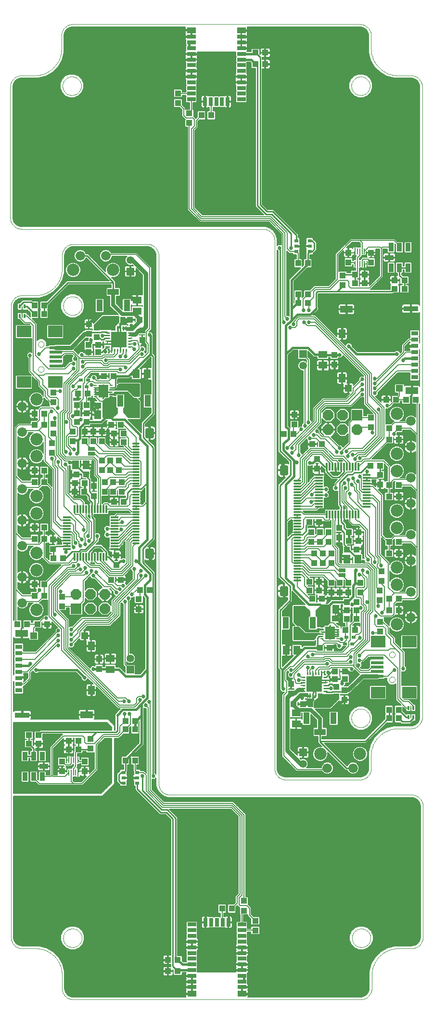
<source format=gtl>
G75*
G70*
%OFA0B0*%
%FSLAX24Y24*%
%IPPOS*%
%LPD*%
%AMOC8*
5,1,8,0,0,1.08239X$1,22.5*
%
%ADD10C,0.0000*%
%ADD11R,0.0787X0.0433*%
%ADD12R,0.0433X0.0787*%
%ADD13R,0.0110X0.0280*%
%ADD14C,0.0110*%
%ADD15R,0.0280X0.0110*%
%ADD16R,0.1063X0.1063*%
%ADD17R,0.0236X0.0079*%
%ADD18R,0.0661X0.0866*%
%ADD19R,0.0512X0.0591*%
%ADD20R,0.0433X0.0394*%
%ADD21R,0.0394X0.0433*%
%ADD22R,0.0591X0.0512*%
%ADD23R,0.0984X0.0787*%
%ADD24R,0.0906X0.0197*%
%ADD25R,0.0157X0.0315*%
%ADD26R,0.0531X0.0531*%
%ADD27C,0.0531*%
%ADD28R,0.0276X0.0197*%
%ADD29R,0.0591X0.0276*%
%ADD30R,0.0591X0.0394*%
%ADD31R,0.0276X0.0591*%
%ADD32R,0.0315X0.0248*%
%ADD33R,0.0354X0.0591*%
%ADD34R,0.0591X0.0354*%
%ADD35R,0.0089X0.0394*%
%ADD36R,0.0488X0.0315*%
%ADD37R,0.0984X0.0374*%
%ADD38R,0.0866X0.0453*%
%ADD39R,0.0453X0.0591*%
%ADD40R,0.0472X0.0457*%
%ADD41R,0.0492X0.0457*%
%ADD42C,0.0118*%
%ADD43C,0.0236*%
%ADD44R,0.0551X0.0118*%
%ADD45R,0.0118X0.0551*%
%ADD46C,0.0860*%
%ADD47C,0.0660*%
%ADD48R,0.0740X0.0740*%
%ADD49OC8,0.0740*%
%ADD50R,0.0500X0.0250*%
%ADD51C,0.0060*%
%ADD52C,0.0270*%
%ADD53C,0.0200*%
%ADD54C,0.0100*%
%ADD55C,0.0270*%
%ADD56C,0.0080*%
%ADD57C,0.0150*%
%ADD58C,0.0280*%
%ADD59C,0.0160*%
%ADD60C,0.0300*%
%ADD61C,0.0110*%
D10*
X004530Y004471D02*
X004530Y048093D01*
X004532Y048147D01*
X004537Y048200D01*
X004546Y048253D01*
X004559Y048305D01*
X004575Y048357D01*
X004595Y048407D01*
X004618Y048455D01*
X004645Y048502D01*
X004674Y048547D01*
X004707Y048590D01*
X004742Y048630D01*
X004780Y048668D01*
X004820Y048703D01*
X004863Y048736D01*
X004908Y048765D01*
X004955Y048792D01*
X005003Y048815D01*
X005053Y048835D01*
X005105Y048851D01*
X005157Y048864D01*
X005210Y048873D01*
X005263Y048878D01*
X005317Y048880D01*
X006223Y048880D01*
X006223Y048881D02*
X006311Y048883D01*
X006399Y048889D01*
X006486Y048900D01*
X006573Y048914D01*
X006659Y048933D01*
X006744Y048956D01*
X006828Y048983D01*
X006911Y049014D01*
X006992Y049048D01*
X007071Y049087D01*
X007148Y049129D01*
X007223Y049175D01*
X007296Y049224D01*
X007367Y049277D01*
X007434Y049333D01*
X007500Y049392D01*
X007562Y049454D01*
X007621Y049520D01*
X007677Y049587D01*
X007730Y049658D01*
X007779Y049731D01*
X007825Y049806D01*
X007867Y049883D01*
X007906Y049962D01*
X007940Y050043D01*
X007971Y050126D01*
X007998Y050210D01*
X008021Y050295D01*
X008040Y050381D01*
X008054Y050468D01*
X008065Y050555D01*
X008071Y050643D01*
X008073Y050731D01*
X008073Y051636D01*
X008074Y051636D02*
X008076Y051690D01*
X008081Y051743D01*
X008090Y051796D01*
X008103Y051848D01*
X008119Y051900D01*
X008139Y051950D01*
X008162Y051998D01*
X008189Y052045D01*
X008218Y052090D01*
X008251Y052133D01*
X008286Y052173D01*
X008324Y052211D01*
X008364Y052246D01*
X008407Y052279D01*
X008452Y052308D01*
X008499Y052335D01*
X008547Y052358D01*
X008597Y052378D01*
X008649Y052394D01*
X008701Y052407D01*
X008754Y052416D01*
X008807Y052421D01*
X008861Y052423D01*
X013979Y052423D01*
X014033Y052421D01*
X014086Y052416D01*
X014139Y052407D01*
X014191Y052394D01*
X014243Y052378D01*
X014293Y052358D01*
X014341Y052335D01*
X014388Y052308D01*
X014433Y052279D01*
X014476Y052246D01*
X014516Y052211D01*
X014554Y052173D01*
X014589Y052133D01*
X014622Y052090D01*
X014651Y052045D01*
X014678Y051998D01*
X014701Y051950D01*
X014721Y051900D01*
X014737Y051848D01*
X014750Y051796D01*
X014759Y051743D01*
X014764Y051690D01*
X014766Y051636D01*
X014766Y015101D01*
X014767Y015101D02*
X014769Y015047D01*
X014774Y014994D01*
X014783Y014941D01*
X014796Y014889D01*
X014812Y014837D01*
X014832Y014787D01*
X014855Y014739D01*
X014882Y014692D01*
X014911Y014647D01*
X014944Y014604D01*
X014979Y014564D01*
X015017Y014526D01*
X015057Y014491D01*
X015100Y014458D01*
X015145Y014429D01*
X015192Y014402D01*
X015240Y014379D01*
X015290Y014359D01*
X015342Y014343D01*
X015394Y014330D01*
X015447Y014321D01*
X015500Y014316D01*
X015554Y014314D01*
X015554Y014313D02*
X032286Y014313D01*
X032340Y014311D01*
X032393Y014306D01*
X032446Y014297D01*
X032498Y014284D01*
X032550Y014268D01*
X032600Y014248D01*
X032648Y014225D01*
X032695Y014198D01*
X032740Y014169D01*
X032783Y014136D01*
X032823Y014101D01*
X032861Y014063D01*
X032896Y014023D01*
X032929Y013980D01*
X032958Y013935D01*
X032985Y013888D01*
X033008Y013840D01*
X033028Y013790D01*
X033044Y013738D01*
X033057Y013686D01*
X033066Y013633D01*
X033071Y013580D01*
X033073Y013526D01*
X033073Y004471D01*
X033071Y004417D01*
X033066Y004364D01*
X033057Y004311D01*
X033044Y004259D01*
X033028Y004207D01*
X033008Y004157D01*
X032985Y004109D01*
X032958Y004062D01*
X032929Y004017D01*
X032896Y003974D01*
X032861Y003934D01*
X032823Y003896D01*
X032783Y003861D01*
X032740Y003828D01*
X032695Y003799D01*
X032648Y003772D01*
X032600Y003749D01*
X032550Y003729D01*
X032498Y003713D01*
X032446Y003700D01*
X032393Y003691D01*
X032340Y003686D01*
X032286Y003684D01*
X032286Y003683D02*
X031380Y003683D01*
X031292Y003681D01*
X031204Y003675D01*
X031117Y003664D01*
X031030Y003650D01*
X030944Y003631D01*
X030859Y003608D01*
X030775Y003581D01*
X030692Y003550D01*
X030611Y003516D01*
X030532Y003477D01*
X030455Y003435D01*
X030380Y003389D01*
X030307Y003340D01*
X030236Y003287D01*
X030169Y003231D01*
X030103Y003172D01*
X030041Y003110D01*
X029982Y003044D01*
X029926Y002977D01*
X029873Y002906D01*
X029824Y002833D01*
X029778Y002758D01*
X029736Y002681D01*
X029697Y002602D01*
X029663Y002521D01*
X029632Y002438D01*
X029605Y002354D01*
X029582Y002269D01*
X029563Y002183D01*
X029549Y002096D01*
X029538Y002009D01*
X029532Y001921D01*
X029530Y001833D01*
X029530Y000927D01*
X029528Y000873D01*
X029523Y000820D01*
X029514Y000767D01*
X029501Y000715D01*
X029485Y000663D01*
X029465Y000613D01*
X029442Y000565D01*
X029415Y000518D01*
X029386Y000473D01*
X029353Y000430D01*
X029318Y000390D01*
X029280Y000352D01*
X029240Y000317D01*
X029197Y000284D01*
X029152Y000255D01*
X029105Y000228D01*
X029057Y000205D01*
X029007Y000185D01*
X028955Y000169D01*
X028903Y000156D01*
X028850Y000147D01*
X028797Y000142D01*
X028743Y000140D01*
X008861Y000140D01*
X008807Y000142D01*
X008754Y000147D01*
X008701Y000156D01*
X008649Y000169D01*
X008597Y000185D01*
X008547Y000205D01*
X008499Y000228D01*
X008452Y000255D01*
X008407Y000284D01*
X008364Y000317D01*
X008324Y000352D01*
X008286Y000390D01*
X008251Y000430D01*
X008218Y000473D01*
X008189Y000518D01*
X008162Y000565D01*
X008139Y000613D01*
X008119Y000663D01*
X008103Y000715D01*
X008090Y000767D01*
X008081Y000820D01*
X008076Y000873D01*
X008074Y000927D01*
X008073Y000927D02*
X008073Y001833D01*
X008155Y004408D02*
X008157Y004458D01*
X008163Y004509D01*
X008173Y004558D01*
X008186Y004607D01*
X008204Y004654D01*
X008225Y004700D01*
X008250Y004744D01*
X008278Y004786D01*
X008309Y004826D01*
X008343Y004863D01*
X008380Y004897D01*
X008420Y004928D01*
X008462Y004956D01*
X008506Y004981D01*
X008552Y005002D01*
X008599Y005020D01*
X008648Y005033D01*
X008697Y005043D01*
X008748Y005049D01*
X008798Y005051D01*
X008848Y005049D01*
X008899Y005043D01*
X008948Y005033D01*
X008997Y005020D01*
X009044Y005002D01*
X009090Y004981D01*
X009134Y004956D01*
X009176Y004928D01*
X009216Y004897D01*
X009253Y004863D01*
X009287Y004826D01*
X009318Y004786D01*
X009346Y004744D01*
X009371Y004700D01*
X009392Y004654D01*
X009410Y004607D01*
X009423Y004558D01*
X009433Y004509D01*
X009439Y004458D01*
X009441Y004408D01*
X009439Y004358D01*
X009433Y004307D01*
X009423Y004258D01*
X009410Y004209D01*
X009392Y004162D01*
X009371Y004116D01*
X009346Y004072D01*
X009318Y004030D01*
X009287Y003990D01*
X009253Y003953D01*
X009216Y003919D01*
X009176Y003888D01*
X009134Y003860D01*
X009090Y003835D01*
X009044Y003814D01*
X008997Y003796D01*
X008948Y003783D01*
X008899Y003773D01*
X008848Y003767D01*
X008798Y003765D01*
X008748Y003767D01*
X008697Y003773D01*
X008648Y003783D01*
X008599Y003796D01*
X008552Y003814D01*
X008506Y003835D01*
X008462Y003860D01*
X008420Y003888D01*
X008380Y003919D01*
X008343Y003953D01*
X008309Y003990D01*
X008278Y004030D01*
X008250Y004072D01*
X008225Y004116D01*
X008204Y004162D01*
X008186Y004209D01*
X008173Y004258D01*
X008163Y004307D01*
X008157Y004358D01*
X008155Y004408D01*
X006223Y003683D02*
X005317Y003683D01*
X005317Y003684D02*
X005263Y003686D01*
X005210Y003691D01*
X005157Y003700D01*
X005105Y003713D01*
X005053Y003729D01*
X005003Y003749D01*
X004955Y003772D01*
X004908Y003799D01*
X004863Y003828D01*
X004820Y003861D01*
X004780Y003896D01*
X004742Y003934D01*
X004707Y003974D01*
X004674Y004017D01*
X004645Y004062D01*
X004618Y004109D01*
X004595Y004157D01*
X004575Y004207D01*
X004559Y004259D01*
X004546Y004311D01*
X004537Y004364D01*
X004532Y004417D01*
X004530Y004471D01*
X006223Y003683D02*
X006311Y003681D01*
X006399Y003675D01*
X006486Y003664D01*
X006573Y003650D01*
X006659Y003631D01*
X006744Y003608D01*
X006828Y003581D01*
X006911Y003550D01*
X006992Y003516D01*
X007071Y003477D01*
X007148Y003435D01*
X007223Y003389D01*
X007296Y003340D01*
X007367Y003287D01*
X007434Y003231D01*
X007500Y003172D01*
X007562Y003110D01*
X007621Y003044D01*
X007677Y002977D01*
X007730Y002906D01*
X007779Y002833D01*
X007825Y002758D01*
X007867Y002681D01*
X007906Y002602D01*
X007940Y002521D01*
X007971Y002438D01*
X007998Y002354D01*
X008021Y002269D01*
X008040Y002183D01*
X008054Y002096D01*
X008065Y002009D01*
X008071Y001921D01*
X008073Y001833D01*
X022794Y016144D02*
X022794Y052679D01*
X022793Y052679D02*
X022791Y052733D01*
X022786Y052786D01*
X022777Y052839D01*
X022764Y052891D01*
X022748Y052943D01*
X022728Y052993D01*
X022705Y053041D01*
X022678Y053088D01*
X022649Y053133D01*
X022616Y053176D01*
X022581Y053216D01*
X022543Y053254D01*
X022503Y053289D01*
X022460Y053322D01*
X022415Y053351D01*
X022368Y053378D01*
X022320Y053401D01*
X022270Y053421D01*
X022218Y053437D01*
X022166Y053450D01*
X022113Y053459D01*
X022060Y053464D01*
X022006Y053466D01*
X022006Y053467D02*
X005274Y053467D01*
X005220Y053469D01*
X005167Y053474D01*
X005114Y053483D01*
X005062Y053496D01*
X005010Y053512D01*
X004960Y053532D01*
X004912Y053555D01*
X004865Y053582D01*
X004820Y053611D01*
X004777Y053644D01*
X004737Y053679D01*
X004699Y053717D01*
X004664Y053757D01*
X004631Y053800D01*
X004602Y053845D01*
X004575Y053892D01*
X004552Y053940D01*
X004532Y053990D01*
X004516Y054042D01*
X004503Y054094D01*
X004494Y054147D01*
X004489Y054200D01*
X004487Y054254D01*
X004487Y063309D01*
X004489Y063363D01*
X004494Y063416D01*
X004503Y063469D01*
X004516Y063521D01*
X004532Y063573D01*
X004552Y063623D01*
X004575Y063671D01*
X004602Y063718D01*
X004631Y063763D01*
X004664Y063806D01*
X004699Y063846D01*
X004737Y063884D01*
X004777Y063919D01*
X004820Y063952D01*
X004865Y063981D01*
X004912Y064008D01*
X004960Y064031D01*
X005010Y064051D01*
X005062Y064067D01*
X005114Y064080D01*
X005167Y064089D01*
X005220Y064094D01*
X005274Y064096D01*
X005274Y064097D02*
X006180Y064097D01*
X006268Y064099D01*
X006356Y064105D01*
X006443Y064116D01*
X006530Y064130D01*
X006616Y064149D01*
X006701Y064172D01*
X006785Y064199D01*
X006868Y064230D01*
X006949Y064264D01*
X007028Y064303D01*
X007105Y064345D01*
X007180Y064391D01*
X007253Y064440D01*
X007324Y064493D01*
X007391Y064549D01*
X007457Y064608D01*
X007519Y064670D01*
X007578Y064736D01*
X007634Y064803D01*
X007687Y064874D01*
X007736Y064947D01*
X007782Y065022D01*
X007824Y065099D01*
X007863Y065178D01*
X007897Y065259D01*
X007928Y065342D01*
X007955Y065426D01*
X007978Y065511D01*
X007997Y065597D01*
X008011Y065684D01*
X008022Y065771D01*
X008028Y065859D01*
X008030Y065947D01*
X008030Y066853D01*
X008032Y066907D01*
X008037Y066960D01*
X008046Y067013D01*
X008059Y067065D01*
X008075Y067117D01*
X008095Y067167D01*
X008118Y067215D01*
X008145Y067262D01*
X008174Y067307D01*
X008207Y067350D01*
X008242Y067390D01*
X008280Y067428D01*
X008320Y067463D01*
X008363Y067496D01*
X008408Y067525D01*
X008455Y067552D01*
X008503Y067575D01*
X008553Y067595D01*
X008605Y067611D01*
X008657Y067624D01*
X008710Y067633D01*
X008763Y067638D01*
X008817Y067640D01*
X028699Y067640D01*
X028753Y067638D01*
X028806Y067633D01*
X028859Y067624D01*
X028911Y067611D01*
X028963Y067595D01*
X029013Y067575D01*
X029061Y067552D01*
X029108Y067525D01*
X029153Y067496D01*
X029196Y067463D01*
X029236Y067428D01*
X029274Y067390D01*
X029309Y067350D01*
X029342Y067307D01*
X029371Y067262D01*
X029398Y067215D01*
X029421Y067167D01*
X029441Y067117D01*
X029457Y067065D01*
X029470Y067013D01*
X029479Y066960D01*
X029484Y066907D01*
X029486Y066853D01*
X029487Y066853D02*
X029487Y065947D01*
X028119Y063372D02*
X028121Y063422D01*
X028127Y063473D01*
X028137Y063522D01*
X028150Y063571D01*
X028168Y063618D01*
X028189Y063664D01*
X028214Y063708D01*
X028242Y063750D01*
X028273Y063790D01*
X028307Y063827D01*
X028344Y063861D01*
X028384Y063892D01*
X028426Y063920D01*
X028470Y063945D01*
X028516Y063966D01*
X028563Y063984D01*
X028612Y063997D01*
X028661Y064007D01*
X028712Y064013D01*
X028762Y064015D01*
X028812Y064013D01*
X028863Y064007D01*
X028912Y063997D01*
X028961Y063984D01*
X029008Y063966D01*
X029054Y063945D01*
X029098Y063920D01*
X029140Y063892D01*
X029180Y063861D01*
X029217Y063827D01*
X029251Y063790D01*
X029282Y063750D01*
X029310Y063708D01*
X029335Y063664D01*
X029356Y063618D01*
X029374Y063571D01*
X029387Y063522D01*
X029397Y063473D01*
X029403Y063422D01*
X029405Y063372D01*
X029403Y063322D01*
X029397Y063271D01*
X029387Y063222D01*
X029374Y063173D01*
X029356Y063126D01*
X029335Y063080D01*
X029310Y063036D01*
X029282Y062994D01*
X029251Y062954D01*
X029217Y062917D01*
X029180Y062883D01*
X029140Y062852D01*
X029098Y062824D01*
X029054Y062799D01*
X029008Y062778D01*
X028961Y062760D01*
X028912Y062747D01*
X028863Y062737D01*
X028812Y062731D01*
X028762Y062729D01*
X028712Y062731D01*
X028661Y062737D01*
X028612Y062747D01*
X028563Y062760D01*
X028516Y062778D01*
X028470Y062799D01*
X028426Y062824D01*
X028384Y062852D01*
X028344Y062883D01*
X028307Y062917D01*
X028273Y062954D01*
X028242Y062994D01*
X028214Y063036D01*
X028189Y063080D01*
X028168Y063126D01*
X028150Y063173D01*
X028137Y063222D01*
X028127Y063271D01*
X028121Y063322D01*
X028119Y063372D01*
X031337Y064097D02*
X032243Y064097D01*
X032243Y064096D02*
X032297Y064094D01*
X032350Y064089D01*
X032403Y064080D01*
X032455Y064067D01*
X032507Y064051D01*
X032557Y064031D01*
X032605Y064008D01*
X032652Y063981D01*
X032697Y063952D01*
X032740Y063919D01*
X032780Y063884D01*
X032818Y063846D01*
X032853Y063806D01*
X032886Y063763D01*
X032915Y063718D01*
X032942Y063671D01*
X032965Y063623D01*
X032985Y063573D01*
X033001Y063521D01*
X033014Y063469D01*
X033023Y063416D01*
X033028Y063363D01*
X033030Y063309D01*
X033030Y019687D01*
X033028Y019633D01*
X033023Y019580D01*
X033014Y019527D01*
X033001Y019475D01*
X032985Y019423D01*
X032965Y019373D01*
X032942Y019325D01*
X032915Y019278D01*
X032886Y019233D01*
X032853Y019190D01*
X032818Y019150D01*
X032780Y019112D01*
X032740Y019077D01*
X032697Y019044D01*
X032652Y019015D01*
X032605Y018988D01*
X032557Y018965D01*
X032507Y018945D01*
X032455Y018929D01*
X032403Y018916D01*
X032350Y018907D01*
X032297Y018902D01*
X032243Y018900D01*
X031337Y018900D01*
X031337Y018899D02*
X031249Y018897D01*
X031161Y018891D01*
X031074Y018880D01*
X030987Y018866D01*
X030901Y018847D01*
X030816Y018824D01*
X030732Y018797D01*
X030649Y018766D01*
X030568Y018732D01*
X030489Y018693D01*
X030412Y018651D01*
X030337Y018605D01*
X030264Y018556D01*
X030193Y018503D01*
X030126Y018447D01*
X030060Y018388D01*
X029998Y018326D01*
X029939Y018260D01*
X029883Y018193D01*
X029830Y018122D01*
X029781Y018049D01*
X029735Y017974D01*
X029693Y017897D01*
X029654Y017818D01*
X029620Y017737D01*
X029589Y017654D01*
X029562Y017570D01*
X029539Y017485D01*
X029520Y017399D01*
X029506Y017312D01*
X029495Y017225D01*
X029489Y017137D01*
X029487Y017049D01*
X029487Y016144D01*
X029486Y016144D02*
X029484Y016090D01*
X029479Y016037D01*
X029470Y015984D01*
X029457Y015932D01*
X029441Y015880D01*
X029421Y015830D01*
X029398Y015782D01*
X029371Y015735D01*
X029342Y015690D01*
X029309Y015647D01*
X029274Y015607D01*
X029236Y015569D01*
X029196Y015534D01*
X029153Y015501D01*
X029108Y015472D01*
X029061Y015445D01*
X029013Y015422D01*
X028963Y015402D01*
X028911Y015386D01*
X028859Y015373D01*
X028806Y015364D01*
X028753Y015359D01*
X028699Y015357D01*
X023581Y015357D01*
X023527Y015359D01*
X023474Y015364D01*
X023421Y015373D01*
X023369Y015386D01*
X023317Y015402D01*
X023267Y015422D01*
X023219Y015445D01*
X023172Y015472D01*
X023127Y015501D01*
X023084Y015534D01*
X023044Y015569D01*
X023006Y015607D01*
X022971Y015647D01*
X022938Y015690D01*
X022909Y015735D01*
X022882Y015782D01*
X022859Y015830D01*
X022839Y015880D01*
X022823Y015932D01*
X022810Y015984D01*
X022801Y016037D01*
X022796Y016090D01*
X022794Y016144D01*
X028119Y019624D02*
X028121Y019674D01*
X028127Y019725D01*
X028137Y019774D01*
X028150Y019823D01*
X028168Y019870D01*
X028189Y019916D01*
X028214Y019960D01*
X028242Y020002D01*
X028273Y020042D01*
X028307Y020079D01*
X028344Y020113D01*
X028384Y020144D01*
X028426Y020172D01*
X028470Y020197D01*
X028516Y020218D01*
X028563Y020236D01*
X028612Y020249D01*
X028661Y020259D01*
X028712Y020265D01*
X028762Y020267D01*
X028812Y020265D01*
X028863Y020259D01*
X028912Y020249D01*
X028961Y020236D01*
X029008Y020218D01*
X029054Y020197D01*
X029098Y020172D01*
X029140Y020144D01*
X029180Y020113D01*
X029217Y020079D01*
X029251Y020042D01*
X029282Y020002D01*
X029310Y019960D01*
X029335Y019916D01*
X029356Y019870D01*
X029374Y019823D01*
X029387Y019774D01*
X029397Y019725D01*
X029403Y019674D01*
X029405Y019624D01*
X029403Y019574D01*
X029397Y019523D01*
X029387Y019474D01*
X029374Y019425D01*
X029356Y019378D01*
X029335Y019332D01*
X029310Y019288D01*
X029282Y019246D01*
X029251Y019206D01*
X029217Y019169D01*
X029180Y019135D01*
X029140Y019104D01*
X029098Y019076D01*
X029054Y019051D01*
X029008Y019030D01*
X028961Y019012D01*
X028912Y018999D01*
X028863Y018989D01*
X028812Y018983D01*
X028762Y018981D01*
X028712Y018983D01*
X028661Y018989D01*
X028612Y018999D01*
X028563Y019012D01*
X028516Y019030D01*
X028470Y019051D01*
X028426Y019076D01*
X028384Y019104D01*
X028344Y019135D01*
X028307Y019169D01*
X028273Y019206D01*
X028242Y019246D01*
X028214Y019288D01*
X028189Y019332D01*
X028168Y019378D01*
X028150Y019425D01*
X028137Y019474D01*
X028127Y019523D01*
X028121Y019574D01*
X028119Y019624D01*
X030746Y022286D02*
X030748Y022313D01*
X030754Y022340D01*
X030763Y022366D01*
X030776Y022390D01*
X030792Y022413D01*
X030811Y022432D01*
X030833Y022449D01*
X030857Y022463D01*
X030882Y022473D01*
X030909Y022480D01*
X030936Y022483D01*
X030964Y022482D01*
X030991Y022477D01*
X031017Y022469D01*
X031041Y022457D01*
X031064Y022441D01*
X031085Y022423D01*
X031102Y022402D01*
X031117Y022378D01*
X031128Y022353D01*
X031136Y022327D01*
X031140Y022300D01*
X031140Y022272D01*
X031136Y022245D01*
X031128Y022219D01*
X031117Y022194D01*
X031102Y022170D01*
X031085Y022149D01*
X031064Y022131D01*
X031042Y022115D01*
X031017Y022103D01*
X030991Y022095D01*
X030964Y022090D01*
X030936Y022089D01*
X030909Y022092D01*
X030882Y022099D01*
X030857Y022109D01*
X030833Y022123D01*
X030811Y022140D01*
X030792Y022159D01*
X030776Y022182D01*
X030763Y022206D01*
X030754Y022232D01*
X030748Y022259D01*
X030746Y022286D01*
X030746Y024018D02*
X030748Y024045D01*
X030754Y024072D01*
X030763Y024098D01*
X030776Y024122D01*
X030792Y024145D01*
X030811Y024164D01*
X030833Y024181D01*
X030857Y024195D01*
X030882Y024205D01*
X030909Y024212D01*
X030936Y024215D01*
X030964Y024214D01*
X030991Y024209D01*
X031017Y024201D01*
X031041Y024189D01*
X031064Y024173D01*
X031085Y024155D01*
X031102Y024134D01*
X031117Y024110D01*
X031128Y024085D01*
X031136Y024059D01*
X031140Y024032D01*
X031140Y024004D01*
X031136Y023977D01*
X031128Y023951D01*
X031117Y023926D01*
X031102Y023902D01*
X031085Y023881D01*
X031064Y023863D01*
X031042Y023847D01*
X031017Y023835D01*
X030991Y023827D01*
X030964Y023822D01*
X030936Y023821D01*
X030909Y023824D01*
X030882Y023831D01*
X030857Y023841D01*
X030833Y023855D01*
X030811Y023872D01*
X030792Y023891D01*
X030776Y023914D01*
X030763Y023938D01*
X030754Y023964D01*
X030748Y023991D01*
X030746Y024018D01*
X028163Y004408D02*
X028165Y004458D01*
X028171Y004509D01*
X028181Y004558D01*
X028194Y004607D01*
X028212Y004654D01*
X028233Y004700D01*
X028258Y004744D01*
X028286Y004786D01*
X028317Y004826D01*
X028351Y004863D01*
X028388Y004897D01*
X028428Y004928D01*
X028470Y004956D01*
X028514Y004981D01*
X028560Y005002D01*
X028607Y005020D01*
X028656Y005033D01*
X028705Y005043D01*
X028756Y005049D01*
X028806Y005051D01*
X028856Y005049D01*
X028907Y005043D01*
X028956Y005033D01*
X029005Y005020D01*
X029052Y005002D01*
X029098Y004981D01*
X029142Y004956D01*
X029184Y004928D01*
X029224Y004897D01*
X029261Y004863D01*
X029295Y004826D01*
X029326Y004786D01*
X029354Y004744D01*
X029379Y004700D01*
X029400Y004654D01*
X029418Y004607D01*
X029431Y004558D01*
X029441Y004509D01*
X029447Y004458D01*
X029449Y004408D01*
X029447Y004358D01*
X029441Y004307D01*
X029431Y004258D01*
X029418Y004209D01*
X029400Y004162D01*
X029379Y004116D01*
X029354Y004072D01*
X029326Y004030D01*
X029295Y003990D01*
X029261Y003953D01*
X029224Y003919D01*
X029184Y003888D01*
X029142Y003860D01*
X029098Y003835D01*
X029052Y003814D01*
X029005Y003796D01*
X028956Y003783D01*
X028907Y003773D01*
X028856Y003767D01*
X028806Y003765D01*
X028756Y003767D01*
X028705Y003773D01*
X028656Y003783D01*
X028607Y003796D01*
X028560Y003814D01*
X028514Y003835D01*
X028470Y003860D01*
X028428Y003888D01*
X028388Y003919D01*
X028351Y003953D01*
X028317Y003990D01*
X028286Y004030D01*
X028258Y004072D01*
X028233Y004116D01*
X028212Y004162D01*
X028194Y004209D01*
X028181Y004258D01*
X028171Y004307D01*
X028165Y004358D01*
X028163Y004408D01*
X006420Y043762D02*
X006422Y043789D01*
X006428Y043816D01*
X006437Y043842D01*
X006450Y043866D01*
X006466Y043889D01*
X006485Y043908D01*
X006507Y043925D01*
X006531Y043939D01*
X006556Y043949D01*
X006583Y043956D01*
X006610Y043959D01*
X006638Y043958D01*
X006665Y043953D01*
X006691Y043945D01*
X006715Y043933D01*
X006738Y043917D01*
X006759Y043899D01*
X006776Y043878D01*
X006791Y043854D01*
X006802Y043829D01*
X006810Y043803D01*
X006814Y043776D01*
X006814Y043748D01*
X006810Y043721D01*
X006802Y043695D01*
X006791Y043670D01*
X006776Y043646D01*
X006759Y043625D01*
X006738Y043607D01*
X006716Y043591D01*
X006691Y043579D01*
X006665Y043571D01*
X006638Y043566D01*
X006610Y043565D01*
X006583Y043568D01*
X006556Y043575D01*
X006531Y043585D01*
X006507Y043599D01*
X006485Y043616D01*
X006466Y043635D01*
X006450Y043658D01*
X006437Y043682D01*
X006428Y043708D01*
X006422Y043735D01*
X006420Y043762D01*
X006420Y045494D02*
X006422Y045521D01*
X006428Y045548D01*
X006437Y045574D01*
X006450Y045598D01*
X006466Y045621D01*
X006485Y045640D01*
X006507Y045657D01*
X006531Y045671D01*
X006556Y045681D01*
X006583Y045688D01*
X006610Y045691D01*
X006638Y045690D01*
X006665Y045685D01*
X006691Y045677D01*
X006715Y045665D01*
X006738Y045649D01*
X006759Y045631D01*
X006776Y045610D01*
X006791Y045586D01*
X006802Y045561D01*
X006810Y045535D01*
X006814Y045508D01*
X006814Y045480D01*
X006810Y045453D01*
X006802Y045427D01*
X006791Y045402D01*
X006776Y045378D01*
X006759Y045357D01*
X006738Y045339D01*
X006716Y045323D01*
X006691Y045311D01*
X006665Y045303D01*
X006638Y045298D01*
X006610Y045297D01*
X006583Y045300D01*
X006556Y045307D01*
X006531Y045317D01*
X006507Y045331D01*
X006485Y045348D01*
X006466Y045367D01*
X006450Y045390D01*
X006437Y045414D01*
X006428Y045440D01*
X006422Y045467D01*
X006420Y045494D01*
X008155Y048156D02*
X008157Y048206D01*
X008163Y048257D01*
X008173Y048306D01*
X008186Y048355D01*
X008204Y048402D01*
X008225Y048448D01*
X008250Y048492D01*
X008278Y048534D01*
X008309Y048574D01*
X008343Y048611D01*
X008380Y048645D01*
X008420Y048676D01*
X008462Y048704D01*
X008506Y048729D01*
X008552Y048750D01*
X008599Y048768D01*
X008648Y048781D01*
X008697Y048791D01*
X008748Y048797D01*
X008798Y048799D01*
X008848Y048797D01*
X008899Y048791D01*
X008948Y048781D01*
X008997Y048768D01*
X009044Y048750D01*
X009090Y048729D01*
X009134Y048704D01*
X009176Y048676D01*
X009216Y048645D01*
X009253Y048611D01*
X009287Y048574D01*
X009318Y048534D01*
X009346Y048492D01*
X009371Y048448D01*
X009392Y048402D01*
X009410Y048355D01*
X009423Y048306D01*
X009433Y048257D01*
X009439Y048206D01*
X009441Y048156D01*
X009439Y048106D01*
X009433Y048055D01*
X009423Y048006D01*
X009410Y047957D01*
X009392Y047910D01*
X009371Y047864D01*
X009346Y047820D01*
X009318Y047778D01*
X009287Y047738D01*
X009253Y047701D01*
X009216Y047667D01*
X009176Y047636D01*
X009134Y047608D01*
X009090Y047583D01*
X009044Y047562D01*
X008997Y047544D01*
X008948Y047531D01*
X008899Y047521D01*
X008848Y047515D01*
X008798Y047513D01*
X008748Y047515D01*
X008697Y047521D01*
X008648Y047531D01*
X008599Y047544D01*
X008552Y047562D01*
X008506Y047583D01*
X008462Y047608D01*
X008420Y047636D01*
X008380Y047667D01*
X008343Y047701D01*
X008309Y047738D01*
X008278Y047778D01*
X008250Y047820D01*
X008225Y047864D01*
X008204Y047910D01*
X008186Y047957D01*
X008173Y048006D01*
X008163Y048055D01*
X008157Y048106D01*
X008155Y048156D01*
X008111Y063372D02*
X008113Y063422D01*
X008119Y063473D01*
X008129Y063522D01*
X008142Y063571D01*
X008160Y063618D01*
X008181Y063664D01*
X008206Y063708D01*
X008234Y063750D01*
X008265Y063790D01*
X008299Y063827D01*
X008336Y063861D01*
X008376Y063892D01*
X008418Y063920D01*
X008462Y063945D01*
X008508Y063966D01*
X008555Y063984D01*
X008604Y063997D01*
X008653Y064007D01*
X008704Y064013D01*
X008754Y064015D01*
X008804Y064013D01*
X008855Y064007D01*
X008904Y063997D01*
X008953Y063984D01*
X009000Y063966D01*
X009046Y063945D01*
X009090Y063920D01*
X009132Y063892D01*
X009172Y063861D01*
X009209Y063827D01*
X009243Y063790D01*
X009274Y063750D01*
X009302Y063708D01*
X009327Y063664D01*
X009348Y063618D01*
X009366Y063571D01*
X009379Y063522D01*
X009389Y063473D01*
X009395Y063422D01*
X009397Y063372D01*
X009395Y063322D01*
X009389Y063271D01*
X009379Y063222D01*
X009366Y063173D01*
X009348Y063126D01*
X009327Y063080D01*
X009302Y063036D01*
X009274Y062994D01*
X009243Y062954D01*
X009209Y062917D01*
X009172Y062883D01*
X009132Y062852D01*
X009090Y062824D01*
X009046Y062799D01*
X009000Y062778D01*
X008953Y062760D01*
X008904Y062747D01*
X008855Y062737D01*
X008804Y062731D01*
X008754Y062729D01*
X008704Y062731D01*
X008653Y062737D01*
X008604Y062747D01*
X008555Y062760D01*
X008508Y062778D01*
X008462Y062799D01*
X008418Y062824D01*
X008376Y062852D01*
X008336Y062883D01*
X008299Y062917D01*
X008265Y062954D01*
X008234Y062994D01*
X008206Y063036D01*
X008181Y063080D01*
X008160Y063126D01*
X008142Y063173D01*
X008129Y063222D01*
X008119Y063271D01*
X008113Y063322D01*
X008111Y063372D01*
X029487Y065947D02*
X029489Y065859D01*
X029495Y065771D01*
X029506Y065684D01*
X029520Y065597D01*
X029539Y065511D01*
X029562Y065426D01*
X029589Y065342D01*
X029620Y065259D01*
X029654Y065178D01*
X029693Y065099D01*
X029735Y065022D01*
X029781Y064947D01*
X029830Y064874D01*
X029883Y064803D01*
X029939Y064736D01*
X029998Y064670D01*
X030060Y064608D01*
X030126Y064549D01*
X030193Y064493D01*
X030264Y064440D01*
X030337Y064391D01*
X030412Y064345D01*
X030489Y064303D01*
X030568Y064264D01*
X030649Y064230D01*
X030732Y064199D01*
X030816Y064172D01*
X030901Y064149D01*
X030987Y064130D01*
X031074Y064116D01*
X031161Y064105D01*
X031249Y064099D01*
X031337Y064097D01*
D11*
X013054Y042522D03*
X013054Y040632D03*
X011617Y047227D03*
X011617Y049116D03*
X024506Y027148D03*
X024506Y025258D03*
X025943Y020553D03*
X025943Y018664D03*
D12*
X026888Y019609D03*
X024998Y019609D03*
X025451Y026203D03*
X023561Y026203D03*
X013998Y041577D03*
X012109Y041577D03*
X012561Y048171D03*
X010672Y048171D03*
D13*
X011519Y046614D03*
X011715Y046614D03*
X011912Y046614D03*
X012109Y046614D03*
X012306Y046614D03*
X012503Y046614D03*
X012502Y045005D03*
X012305Y045005D03*
X012108Y045005D03*
X011911Y045005D03*
X011715Y045005D03*
X011518Y045005D03*
X025058Y022775D03*
X025255Y022775D03*
X025452Y022775D03*
X025648Y022775D03*
X025845Y022775D03*
X026042Y022775D03*
X026041Y021166D03*
X025845Y021166D03*
X025648Y021166D03*
X025451Y021166D03*
X025254Y021166D03*
X025057Y021166D03*
D14*
X025057Y021304D01*
X025254Y021304D02*
X025254Y021166D01*
X025451Y021166D02*
X025451Y021304D01*
X025648Y021304D02*
X025648Y021166D01*
X025845Y021166D02*
X025845Y021304D01*
X026041Y021304D02*
X026041Y021166D01*
X026217Y021478D02*
X026354Y021478D01*
X026354Y021675D02*
X026217Y021675D01*
X026217Y021872D02*
X026354Y021872D01*
X026354Y022069D02*
X026217Y022069D01*
X026217Y022266D02*
X026354Y022266D01*
X026354Y022462D02*
X026217Y022462D01*
X026042Y022638D02*
X026042Y022775D01*
X025845Y022775D02*
X025845Y022638D01*
X025648Y022638D02*
X025648Y022775D01*
X025452Y022775D02*
X025452Y022638D01*
X025255Y022638D02*
X025255Y022775D01*
X025058Y022775D02*
X025058Y022638D01*
X024883Y022463D02*
X024745Y022463D01*
X024745Y022266D02*
X024883Y022266D01*
X024883Y022070D02*
X024745Y022070D01*
X024745Y021873D02*
X024883Y021873D01*
X024883Y021676D02*
X024745Y021676D01*
X024745Y021479D02*
X024883Y021479D01*
X012502Y045005D02*
X012502Y045142D01*
X012305Y045142D02*
X012305Y045005D01*
X012108Y045005D02*
X012108Y045142D01*
X011911Y045142D02*
X011911Y045005D01*
X011715Y045005D02*
X011715Y045142D01*
X011518Y045142D02*
X011518Y045005D01*
X011343Y045318D02*
X011206Y045318D01*
X011206Y045514D02*
X011343Y045514D01*
X011343Y045711D02*
X011206Y045711D01*
X011206Y045908D02*
X011343Y045908D01*
X011343Y046105D02*
X011206Y046105D01*
X011206Y046302D02*
X011343Y046302D01*
X011519Y046476D02*
X011519Y046614D01*
X011715Y046614D02*
X011715Y046476D01*
X011912Y046476D02*
X011912Y046614D01*
X012109Y046614D02*
X012109Y046476D01*
X012306Y046476D02*
X012306Y046614D01*
X012503Y046614D02*
X012503Y046476D01*
X012677Y046301D02*
X012815Y046301D01*
X012815Y046104D02*
X012677Y046104D01*
X012677Y045907D02*
X012815Y045907D01*
X012815Y045710D02*
X012677Y045710D01*
X012677Y045514D02*
X012815Y045514D01*
X012815Y045317D02*
X012677Y045317D01*
D15*
X012815Y045317D03*
X012815Y045514D03*
X012815Y045710D03*
X012815Y045907D03*
X012815Y046104D03*
X012815Y046301D03*
X011206Y046302D03*
X011206Y046105D03*
X011206Y045908D03*
X011206Y045711D03*
X011206Y045514D03*
X011206Y045318D03*
X024745Y022463D03*
X024745Y022266D03*
X024745Y022070D03*
X024745Y021873D03*
X024745Y021676D03*
X024745Y021479D03*
X026354Y021478D03*
X026354Y021675D03*
X026354Y021872D03*
X026354Y022069D03*
X026354Y022266D03*
X026354Y022462D03*
D16*
X025550Y021971D03*
X012010Y045809D03*
D17*
X011481Y042660D03*
X011481Y042502D03*
X011481Y042345D03*
X011481Y042187D03*
X011481Y042030D03*
X011481Y041872D03*
X010374Y041872D03*
X010374Y042030D03*
X010374Y042187D03*
X010374Y042345D03*
X010374Y042502D03*
X010374Y042660D03*
X026079Y025908D03*
X026079Y025750D03*
X026079Y025593D03*
X026079Y025435D03*
X026079Y025278D03*
X026079Y025120D03*
X027185Y025120D03*
X027185Y025278D03*
X027185Y025435D03*
X027185Y025593D03*
X027185Y025750D03*
X027185Y025908D03*
D18*
X026632Y025514D03*
X010928Y042266D03*
D19*
X011282Y040632D03*
X010534Y040632D03*
X009747Y037148D03*
X008998Y037148D03*
X013211Y043447D03*
X013959Y043447D03*
X023601Y024333D03*
X024349Y024333D03*
X026278Y027148D03*
X027026Y027148D03*
X027813Y030632D03*
X028561Y030632D03*
D20*
X028483Y031301D03*
X028601Y031892D03*
X028621Y032483D03*
X027951Y032483D03*
X027932Y031892D03*
X027813Y031301D03*
X028739Y028998D03*
X028739Y028329D03*
X030077Y028447D03*
X030077Y027778D03*
X030727Y027089D03*
X030097Y026301D03*
X030097Y025632D03*
X031396Y027089D03*
X030195Y029116D03*
X030195Y029786D03*
X030727Y031026D03*
X031396Y031026D03*
X031396Y034963D03*
X030727Y034963D03*
X030097Y037089D03*
X029428Y037089D03*
X030727Y038900D03*
X031396Y038900D03*
X031199Y041656D03*
X030530Y041656D03*
X029487Y040416D03*
X029487Y039746D03*
X026081Y038585D03*
X025412Y038585D03*
X024172Y039943D03*
X024172Y040612D03*
X025215Y033191D03*
X025884Y033191D03*
X025884Y029057D03*
X025884Y028467D03*
X026081Y027876D03*
X025412Y027876D03*
X025215Y028467D03*
X025215Y029057D03*
X026317Y026518D03*
X026987Y026518D03*
X027715Y025711D03*
X028384Y025711D03*
X027656Y022837D03*
X027656Y022325D03*
X026987Y022325D03*
X026987Y022837D03*
X026593Y024490D03*
X025924Y024490D03*
X024782Y020593D03*
X024113Y020593D03*
X020672Y006971D03*
X020672Y006301D03*
X021459Y005593D03*
X021459Y004923D03*
X016085Y002896D03*
X015416Y002896D03*
X015416Y002109D03*
X016085Y002109D03*
X009195Y017463D03*
X009195Y018053D03*
X008526Y018053D03*
X008526Y017463D03*
X006439Y017857D03*
X006439Y018447D03*
X005770Y018447D03*
X005770Y017857D03*
X006361Y026124D03*
X007030Y026124D03*
X008073Y027364D03*
X008073Y028034D03*
X006833Y028880D03*
X006164Y028880D03*
X007463Y030691D03*
X008132Y030691D03*
X006833Y032817D03*
X006164Y032817D03*
X006164Y036754D03*
X006833Y036754D03*
X007365Y037994D03*
X007365Y038664D03*
X007483Y039333D03*
X007483Y040002D03*
X006833Y040691D03*
X007463Y041479D03*
X007463Y042148D03*
X006164Y040691D03*
X008821Y039451D03*
X008821Y038782D03*
X009077Y036479D03*
X008959Y035888D03*
X008939Y035297D03*
X009609Y035297D03*
X009628Y035888D03*
X009747Y036479D03*
X011479Y039904D03*
X011676Y039313D03*
X011676Y038723D03*
X012345Y038723D03*
X012345Y039313D03*
X012148Y039904D03*
X011243Y041262D03*
X010573Y041262D03*
X009845Y042069D03*
X009176Y042069D03*
X009904Y044943D03*
X009904Y045455D03*
X010573Y045455D03*
X010573Y044943D03*
X010967Y043290D03*
X011636Y043290D03*
X012778Y047187D03*
X013447Y047187D03*
X012345Y034589D03*
X011676Y034589D03*
X011479Y029195D03*
X012148Y029195D03*
X013388Y027837D03*
X013388Y027168D03*
X028365Y049727D03*
X028365Y050317D03*
X029034Y050317D03*
X029034Y049727D03*
X031121Y049923D03*
X031121Y049333D03*
X031790Y049333D03*
X031790Y049923D03*
X022144Y064884D03*
X021475Y064884D03*
X021475Y065671D03*
X022144Y065671D03*
X016888Y061479D03*
X016888Y060809D03*
X016101Y062187D03*
X016101Y062857D03*
D21*
X017735Y061341D03*
X018404Y061341D03*
X024428Y051105D03*
X025097Y051105D03*
X025097Y048939D03*
X025097Y048349D03*
X024428Y048349D03*
X024428Y048939D03*
X026928Y044746D03*
X026928Y044077D03*
X027518Y049589D03*
X027518Y050258D03*
X027912Y051164D03*
X027912Y051833D03*
X029487Y051833D03*
X029487Y051164D03*
X031908Y041656D03*
X032577Y041656D03*
X031396Y039687D03*
X030727Y039687D03*
X030117Y036459D03*
X030117Y035790D03*
X030727Y035750D03*
X031396Y035750D03*
X031396Y031813D03*
X030727Y031813D03*
X030727Y027876D03*
X031396Y027876D03*
X028463Y027660D03*
X028463Y027069D03*
X028463Y026479D03*
X027794Y026479D03*
X027794Y027069D03*
X027794Y027660D03*
X027912Y028329D03*
X027912Y028998D03*
X027321Y028998D03*
X026731Y028998D03*
X026731Y028329D03*
X027321Y028329D03*
X026731Y030337D03*
X026731Y031006D03*
X026534Y031833D03*
X025943Y031833D03*
X025943Y032502D03*
X026534Y032502D03*
X027282Y032778D03*
X027282Y032109D03*
X026140Y031006D03*
X025550Y031006D03*
X025550Y030337D03*
X026140Y030337D03*
X025353Y031833D03*
X025353Y032502D03*
X025727Y036892D03*
X025727Y037561D03*
X024093Y039294D03*
X023424Y039294D03*
X014136Y028486D03*
X013467Y028486D03*
X011833Y030219D03*
X011833Y030888D03*
X010278Y035002D03*
X010278Y035671D03*
X011026Y035947D03*
X011617Y035947D03*
X011617Y035278D03*
X011026Y035278D03*
X010829Y036774D03*
X010829Y037443D03*
X011420Y037443D03*
X012010Y037443D03*
X012010Y036774D03*
X011420Y036774D03*
X012207Y035947D03*
X012207Y035278D03*
X010829Y038782D03*
X010239Y038782D03*
X010239Y039451D03*
X010829Y039451D03*
X009766Y040120D03*
X009766Y040711D03*
X009766Y041301D03*
X009097Y041301D03*
X009097Y040711D03*
X009097Y040120D03*
X009648Y039451D03*
X009648Y038782D03*
X006833Y039904D03*
X006164Y039904D03*
X006164Y035967D03*
X006833Y035967D03*
X006833Y032030D03*
X007443Y031990D03*
X007443Y031321D03*
X006164Y032030D03*
X006164Y028093D03*
X006833Y028093D03*
X005652Y026124D03*
X004983Y026124D03*
X010042Y018191D03*
X010042Y017522D03*
X009648Y016616D03*
X009648Y015947D03*
X008073Y015947D03*
X008073Y016616D03*
X010632Y023034D03*
X010632Y023703D03*
X012463Y019431D03*
X012463Y018841D03*
X013132Y018841D03*
X013132Y019431D03*
X013132Y016675D03*
X012463Y016675D03*
X019156Y006439D03*
X019825Y006439D03*
X027636Y020888D03*
X027085Y021124D03*
X027085Y021794D03*
X027636Y021557D03*
X030727Y020199D03*
X030727Y019609D03*
X031396Y019609D03*
X031396Y020199D03*
X023935Y021321D03*
X023935Y021990D03*
X013624Y045790D03*
X013624Y046459D03*
X010475Y046656D03*
X009924Y046892D03*
X009924Y046223D03*
X010475Y045986D03*
X006833Y047581D03*
X006833Y048171D03*
X006164Y048171D03*
X006164Y047581D03*
D22*
X013270Y047797D03*
X013270Y048546D03*
X026140Y044786D03*
X026140Y044038D03*
X024290Y019983D03*
X024290Y019234D03*
X011420Y022994D03*
X011420Y023742D03*
D23*
X007601Y042876D03*
X007601Y046380D03*
X005435Y046380D03*
X005435Y042876D03*
X029959Y024904D03*
X029959Y021400D03*
X032124Y021400D03*
X032124Y024904D03*
D24*
X029920Y023782D03*
X029920Y023467D03*
X029920Y023152D03*
X029920Y022837D03*
X029920Y022522D03*
X007640Y043998D03*
X007640Y044313D03*
X007640Y044628D03*
X007640Y044943D03*
X007640Y045258D03*
D25*
X005487Y047453D03*
X005148Y047453D03*
X005148Y048103D03*
X005487Y048103D03*
X032073Y020327D03*
X032412Y020327D03*
X032412Y019677D03*
X032073Y019677D03*
D26*
X024762Y017246D03*
X012798Y022975D03*
X024762Y044805D03*
X012798Y050534D03*
D27*
X012798Y051321D03*
X024762Y044018D03*
X012798Y023762D03*
X024762Y016459D03*
D28*
X027676Y024766D03*
X027774Y025219D03*
X028286Y025219D03*
X028187Y024766D03*
X009786Y042561D03*
X009884Y043014D03*
X009372Y043014D03*
X009274Y042561D03*
D29*
X017026Y062443D03*
X017026Y062837D03*
X017026Y063231D03*
X017026Y063624D03*
X017026Y064018D03*
X017026Y064412D03*
X017026Y064805D03*
X017026Y065199D03*
X017026Y065593D03*
X017026Y065986D03*
X017026Y066380D03*
X017026Y066774D03*
X020491Y066774D03*
X020491Y066380D03*
X020491Y065986D03*
X020491Y065593D03*
X020491Y065199D03*
X020491Y064805D03*
X020491Y064412D03*
X020491Y064018D03*
X020491Y063624D03*
X020491Y063231D03*
X020491Y062837D03*
X020491Y062443D03*
X020534Y005337D03*
X020534Y004943D03*
X020534Y004549D03*
X020534Y004156D03*
X020534Y003762D03*
X020534Y003368D03*
X020534Y002975D03*
X020534Y002581D03*
X020534Y002187D03*
X020534Y001794D03*
X020534Y001400D03*
X020534Y001006D03*
X017069Y001006D03*
X017069Y001400D03*
X017069Y001794D03*
X017069Y002187D03*
X017069Y002581D03*
X017069Y002975D03*
X017069Y003368D03*
X017069Y003762D03*
X017069Y004156D03*
X017069Y004549D03*
X017069Y004943D03*
X017069Y005337D03*
D30*
X017069Y000553D03*
X020534Y000553D03*
X020491Y067227D03*
X017026Y067227D03*
D31*
X017971Y062286D03*
X018365Y062286D03*
X018758Y062286D03*
X019152Y062286D03*
X019546Y062286D03*
X019589Y005494D03*
X019195Y005494D03*
X018802Y005494D03*
X018408Y005494D03*
X018014Y005494D03*
D32*
X013270Y015120D03*
X013270Y015494D03*
X013270Y015868D03*
X012325Y015868D03*
X012325Y015494D03*
X012325Y015120D03*
X024290Y051912D03*
X024290Y052286D03*
X024290Y052660D03*
X025235Y052660D03*
X025235Y052286D03*
X025235Y051912D03*
D33*
X030865Y052207D03*
X031455Y052207D03*
X032046Y052207D03*
X032046Y050790D03*
X031455Y050790D03*
X030865Y050790D03*
X006695Y016990D03*
X006105Y016990D03*
X005514Y016990D03*
X005514Y015573D03*
X006105Y015573D03*
X006695Y015573D03*
D34*
X006813Y016282D03*
X030747Y051498D03*
D35*
X029014Y051065D03*
X028857Y051065D03*
X028699Y051065D03*
X028542Y051065D03*
X028384Y051065D03*
X028384Y051931D03*
X028542Y051931D03*
X028699Y051931D03*
X028857Y051931D03*
X029014Y051931D03*
X009176Y016715D03*
X009018Y016715D03*
X008861Y016715D03*
X008703Y016715D03*
X008546Y016715D03*
X008546Y015849D03*
X008703Y015849D03*
X008861Y015849D03*
X009018Y015849D03*
X009176Y015849D03*
D36*
X005069Y021536D03*
X005069Y021969D03*
X005069Y022402D03*
X005069Y022835D03*
X005069Y023268D03*
X005069Y023701D03*
X005069Y024134D03*
X005069Y024567D03*
X032491Y043213D03*
X032491Y043646D03*
X032491Y044079D03*
X032491Y044512D03*
X032491Y044945D03*
X032491Y045378D03*
X032491Y045811D03*
X032491Y046244D03*
D37*
X032243Y047955D03*
X005317Y019825D03*
D38*
X005258Y025490D03*
X009778Y019864D03*
X027782Y047916D03*
X032302Y042290D03*
D39*
X027469Y043158D03*
X027469Y046221D03*
X010091Y024622D03*
X010091Y021559D03*
D40*
X009648Y025331D03*
X027912Y042449D03*
D41*
X031455Y042449D03*
X006105Y025331D03*
D42*
X013004Y031734D02*
X013378Y031734D01*
X013378Y031931D02*
X013004Y031931D01*
X013004Y032128D02*
X013378Y032128D01*
X013378Y032325D02*
X013004Y032325D01*
X013004Y032522D02*
X013378Y032522D01*
X013378Y032719D02*
X013004Y032719D01*
X013004Y032916D02*
X013378Y032916D01*
X013378Y033112D02*
X013004Y033112D01*
X013004Y033309D02*
X013378Y033309D01*
X013378Y033506D02*
X013004Y033506D01*
X013004Y033703D02*
X013378Y033703D01*
X013378Y033900D02*
X013004Y033900D01*
X013004Y034097D02*
X013378Y034097D01*
X013378Y034294D02*
X013004Y034294D01*
X013004Y034490D02*
X013378Y034490D01*
X013378Y034687D02*
X013004Y034687D01*
X013004Y034884D02*
X013378Y034884D01*
X013378Y035081D02*
X013004Y035081D01*
X013004Y035278D02*
X013378Y035278D01*
X013378Y035475D02*
X013004Y035475D01*
X013004Y035671D02*
X013378Y035671D01*
X013378Y035868D02*
X013004Y035868D01*
X013004Y036065D02*
X013378Y036065D01*
X013378Y036262D02*
X013004Y036262D01*
X013004Y036459D02*
X013378Y036459D01*
X013378Y036656D02*
X013004Y036656D01*
X013004Y036853D02*
X013378Y036853D01*
X013378Y037049D02*
X013004Y037049D01*
X013004Y037246D02*
X013378Y037246D01*
X013378Y037443D02*
X013004Y037443D01*
X013004Y037640D02*
X013378Y037640D01*
X013378Y037837D02*
X013004Y037837D01*
X013004Y038034D02*
X013378Y038034D01*
X013378Y038231D02*
X013004Y038231D01*
X013004Y038427D02*
X013378Y038427D01*
X013378Y038624D02*
X013004Y038624D01*
X024182Y036046D02*
X024556Y036046D01*
X024556Y035849D02*
X024182Y035849D01*
X024182Y035652D02*
X024556Y035652D01*
X024556Y035455D02*
X024182Y035455D01*
X024182Y035258D02*
X024556Y035258D01*
X024556Y035061D02*
X024182Y035061D01*
X024182Y034864D02*
X024556Y034864D01*
X024556Y034668D02*
X024182Y034668D01*
X024182Y034471D02*
X024556Y034471D01*
X024556Y034274D02*
X024182Y034274D01*
X024182Y034077D02*
X024556Y034077D01*
X024556Y033880D02*
X024182Y033880D01*
X024182Y033683D02*
X024556Y033683D01*
X024556Y033486D02*
X024182Y033486D01*
X024182Y033290D02*
X024556Y033290D01*
X024556Y033093D02*
X024182Y033093D01*
X024182Y032896D02*
X024556Y032896D01*
X024556Y032699D02*
X024182Y032699D01*
X024182Y032502D02*
X024556Y032502D01*
X024556Y032305D02*
X024182Y032305D01*
X024182Y032109D02*
X024556Y032109D01*
X024556Y031912D02*
X024182Y031912D01*
X024182Y031715D02*
X024556Y031715D01*
X024556Y031518D02*
X024182Y031518D01*
X024182Y031321D02*
X024556Y031321D01*
X024556Y031124D02*
X024182Y031124D01*
X024182Y030927D02*
X024556Y030927D01*
X024556Y030731D02*
X024182Y030731D01*
X024182Y030534D02*
X024556Y030534D01*
X024556Y030337D02*
X024182Y030337D01*
X024182Y030140D02*
X024556Y030140D01*
X024556Y029943D02*
X024182Y029943D01*
X024182Y029746D02*
X024556Y029746D01*
X024556Y029549D02*
X024182Y029549D01*
X024182Y029353D02*
X024556Y029353D01*
X024556Y029156D02*
X024182Y029156D01*
D43*
X023257Y028663D02*
X023257Y028191D01*
X023257Y028663D02*
X023611Y028663D01*
X023611Y028191D01*
X023257Y028191D01*
X023257Y028426D02*
X023611Y028426D01*
X023611Y028661D02*
X023257Y028661D01*
X023257Y036538D02*
X023257Y037010D01*
X023611Y037010D01*
X023611Y036538D01*
X023257Y036538D01*
X023257Y036773D02*
X023611Y036773D01*
X023611Y037008D02*
X023257Y037008D01*
X014303Y039117D02*
X014303Y039589D01*
X014303Y039117D02*
X013949Y039117D01*
X013949Y039589D01*
X014303Y039589D01*
X014303Y039352D02*
X013949Y039352D01*
X013949Y039587D02*
X014303Y039587D01*
X014303Y031242D02*
X014303Y030770D01*
X013949Y030770D01*
X013949Y031242D01*
X014303Y031242D01*
X014303Y031005D02*
X013949Y031005D01*
X013949Y031240D02*
X014303Y031240D01*
D44*
X011692Y031323D03*
X011692Y031523D03*
X011692Y031723D03*
X011692Y031923D03*
X011692Y032123D03*
X011692Y032323D03*
X011692Y032523D03*
X011692Y032723D03*
X011692Y032923D03*
X011692Y033123D03*
X011692Y033323D03*
X011692Y033523D03*
X008392Y033523D03*
X008392Y033323D03*
X008392Y033123D03*
X008392Y032923D03*
X008392Y032723D03*
X008392Y032523D03*
X008392Y032323D03*
X008392Y032123D03*
X008392Y031923D03*
X008392Y031723D03*
X008392Y031523D03*
X008392Y031323D03*
X025868Y034257D03*
X025868Y034457D03*
X025868Y034657D03*
X025868Y034857D03*
X025868Y035057D03*
X025868Y035257D03*
X025868Y035457D03*
X025868Y035657D03*
X025868Y035857D03*
X025868Y036057D03*
X025868Y036257D03*
X025868Y036457D03*
X029168Y036457D03*
X029168Y036257D03*
X029168Y036057D03*
X029168Y035857D03*
X029168Y035657D03*
X029168Y035457D03*
X029168Y035257D03*
X029168Y035057D03*
X029168Y034857D03*
X029168Y034657D03*
X029168Y034457D03*
X029168Y034257D03*
D45*
X028618Y033707D03*
X028418Y033707D03*
X028218Y033707D03*
X028018Y033707D03*
X027818Y033707D03*
X027618Y033707D03*
X027418Y033707D03*
X027218Y033707D03*
X027018Y033707D03*
X026818Y033707D03*
X026618Y033707D03*
X026418Y033707D03*
X026418Y037007D03*
X026618Y037007D03*
X026818Y037007D03*
X027018Y037007D03*
X027218Y037007D03*
X027418Y037007D03*
X027618Y037007D03*
X027818Y037007D03*
X028018Y037007D03*
X028218Y037007D03*
X028418Y037007D03*
X028618Y037007D03*
X011142Y034073D03*
X010942Y034073D03*
X010742Y034073D03*
X010542Y034073D03*
X010342Y034073D03*
X010142Y034073D03*
X009942Y034073D03*
X009742Y034073D03*
X009542Y034073D03*
X009342Y034073D03*
X009142Y034073D03*
X008942Y034073D03*
X008942Y030773D03*
X009142Y030773D03*
X009342Y030773D03*
X009542Y030773D03*
X009742Y030773D03*
X009942Y030773D03*
X010142Y030773D03*
X010342Y030773D03*
X010542Y030773D03*
X010742Y030773D03*
X010942Y030773D03*
X011142Y030773D03*
D46*
X006298Y031046D03*
X006298Y029864D03*
X006298Y027109D03*
X006298Y033801D03*
X006298Y034983D03*
X006298Y037738D03*
X006298Y038920D03*
X006298Y041675D03*
X008841Y050636D03*
X011597Y050636D03*
X025963Y017144D03*
X028719Y017144D03*
X031262Y026105D03*
X031262Y028860D03*
X031262Y030042D03*
X031262Y032797D03*
X031262Y033979D03*
X031262Y036734D03*
X031262Y037916D03*
X031262Y040671D03*
D47*
X032243Y040179D03*
X032243Y038408D03*
X032243Y036242D03*
X032243Y034471D03*
X032243Y032305D03*
X032243Y030534D03*
X032243Y028368D03*
X032243Y026597D03*
X028227Y016164D03*
X026455Y016164D03*
X011105Y051616D03*
X009333Y051616D03*
X005317Y041183D03*
X005317Y039412D03*
X005317Y037246D03*
X005317Y035475D03*
X005317Y033309D03*
X005317Y031538D03*
X005317Y029372D03*
X005317Y027601D03*
D48*
X009042Y027199D03*
X028518Y040581D03*
D49*
X028518Y039581D03*
X027518Y039581D03*
X027518Y040581D03*
X026518Y040581D03*
X026518Y039581D03*
X011042Y028199D03*
X011042Y027199D03*
X010042Y027199D03*
X010042Y028199D03*
X009042Y028199D03*
D50*
X010101Y037931D03*
X010101Y038255D03*
X027459Y029849D03*
X027459Y029525D03*
D51*
X004776Y004195D02*
X004888Y004041D01*
X005042Y003930D01*
X005222Y003871D01*
X005317Y003863D01*
X006490Y003863D01*
X007007Y003725D01*
X007007Y003725D01*
X007470Y003458D01*
X007470Y003458D01*
X007848Y003080D01*
X007848Y003080D01*
X008115Y002617D01*
X008115Y002617D01*
X008253Y002100D01*
X008253Y000927D01*
X008261Y000832D01*
X008319Y000652D01*
X008431Y000498D01*
X008585Y000386D01*
X008766Y000327D01*
X008861Y000320D01*
X016649Y000320D01*
X016644Y000339D01*
X016644Y000523D01*
X017039Y000523D01*
X017039Y000583D01*
X016644Y000583D01*
X016644Y000767D01*
X016653Y000800D01*
X016658Y000809D01*
X016653Y000818D01*
X016644Y000851D01*
X016644Y000976D01*
X017039Y000976D01*
X017039Y001036D01*
X016644Y001036D01*
X016644Y001161D01*
X016653Y001194D01*
X016658Y001203D01*
X016653Y001212D01*
X016644Y001245D01*
X016644Y001370D01*
X017039Y001370D01*
X017039Y001430D01*
X016644Y001430D01*
X016644Y001555D01*
X016653Y001588D01*
X016658Y001597D01*
X016653Y001606D01*
X016644Y001639D01*
X016644Y001764D01*
X017039Y001764D01*
X017039Y001824D01*
X016644Y001824D01*
X016644Y001948D01*
X016653Y001982D01*
X016670Y002011D01*
X016681Y002022D01*
X016392Y002022D01*
X016392Y001874D01*
X016339Y001822D01*
X015831Y001822D01*
X015779Y001874D01*
X015779Y002217D01*
X015762Y002233D01*
X015762Y002139D01*
X015446Y002139D01*
X015386Y002139D01*
X015386Y002435D01*
X015182Y002435D01*
X015149Y002426D01*
X015119Y002409D01*
X015095Y002385D01*
X015078Y002356D01*
X015069Y002322D01*
X015069Y002139D01*
X015386Y002139D01*
X015386Y002079D01*
X015069Y002079D01*
X015069Y001895D01*
X008253Y001895D01*
X008253Y001837D02*
X015093Y001837D01*
X015095Y001832D02*
X015119Y001808D01*
X015149Y001791D01*
X015182Y001782D01*
X015386Y001782D01*
X015386Y002078D01*
X015446Y002078D01*
X015446Y001782D01*
X015649Y001782D01*
X015683Y001791D01*
X015712Y001808D01*
X015736Y001832D01*
X015753Y001861D01*
X015762Y001895D01*
X015779Y001895D01*
X015762Y001895D02*
X015762Y002079D01*
X015446Y002079D01*
X015446Y002139D01*
X015446Y002435D01*
X015610Y002435D01*
X015610Y002569D01*
X015446Y002569D01*
X015446Y002866D01*
X015386Y002866D01*
X015386Y002569D01*
X015182Y002569D01*
X015149Y002578D01*
X015119Y002595D01*
X015095Y002619D01*
X015078Y002649D01*
X015069Y002682D01*
X015069Y002866D01*
X015386Y002866D01*
X015386Y002926D01*
X015386Y003223D01*
X015182Y003223D01*
X015149Y003214D01*
X015119Y003197D01*
X015095Y003173D01*
X015078Y003143D01*
X015069Y003110D01*
X015069Y002926D01*
X015386Y002926D01*
X015446Y002926D01*
X015446Y003223D01*
X015610Y003223D01*
X015610Y012582D01*
X015240Y012953D01*
X014846Y012953D01*
X013212Y014587D01*
X013130Y014669D01*
X013130Y014906D01*
X013075Y014906D01*
X013023Y014959D01*
X013023Y015276D01*
X013009Y015290D01*
X012992Y015320D01*
X012983Y015353D01*
X012983Y015464D01*
X013240Y015464D01*
X013240Y015524D01*
X012983Y015524D01*
X012983Y015635D01*
X012992Y015669D01*
X013009Y015698D01*
X013023Y015712D01*
X013023Y015946D01*
X013012Y015956D01*
X013012Y016369D01*
X012898Y016369D01*
X012845Y016422D01*
X012845Y016884D01*
X012750Y016788D01*
X012750Y016422D01*
X012697Y016369D01*
X012603Y016369D01*
X012603Y015948D01*
X012573Y015918D01*
X012573Y015712D01*
X012587Y015698D01*
X012604Y015669D01*
X012613Y015635D01*
X012613Y015524D01*
X012355Y015524D01*
X012355Y015464D01*
X012613Y015464D01*
X012613Y015353D01*
X012604Y015320D01*
X012587Y015290D01*
X012573Y015276D01*
X012573Y014959D01*
X012520Y014906D01*
X012130Y014906D01*
X012078Y014959D01*
X012078Y015012D01*
X011952Y015138D01*
X011870Y015220D01*
X011870Y015769D01*
X012028Y015926D01*
X012078Y015976D01*
X012078Y016030D01*
X012130Y016082D01*
X012323Y016082D01*
X012323Y016369D01*
X012229Y016369D01*
X012176Y016422D01*
X012176Y016929D01*
X012229Y016982D01*
X012477Y016982D01*
X013420Y017925D01*
X013420Y019427D01*
X013419Y019426D01*
X013419Y019178D01*
X013378Y019136D01*
X013419Y019095D01*
X013419Y018587D01*
X013366Y018534D01*
X012898Y018534D01*
X012845Y018587D01*
X012845Y019054D01*
X012750Y018958D01*
X012750Y018587D01*
X012697Y018534D01*
X012326Y018534D01*
X012021Y018229D01*
X011722Y018229D01*
X011722Y015057D01*
X010934Y014270D01*
X010873Y014208D01*
X004710Y014208D01*
X004710Y004471D01*
X004717Y004376D01*
X004776Y004195D01*
X004790Y004177D02*
X008003Y004177D01*
X007979Y004235D02*
X004763Y004235D01*
X004744Y004294D02*
X007975Y004294D01*
X007975Y004244D02*
X008100Y003942D01*
X008332Y003710D01*
X008634Y003585D01*
X008961Y003585D01*
X009264Y003710D01*
X009495Y003942D01*
X009620Y004244D01*
X009620Y004571D01*
X009495Y004874D01*
X009264Y005105D01*
X008961Y005230D01*
X008634Y005230D01*
X008332Y005105D01*
X008100Y004874D01*
X007975Y004571D01*
X007975Y004244D01*
X007975Y004352D02*
X004725Y004352D01*
X004715Y004411D02*
X007975Y004411D01*
X007975Y004469D02*
X004710Y004469D01*
X004710Y004528D02*
X007975Y004528D01*
X007981Y004586D02*
X004710Y004586D01*
X004710Y004645D02*
X008006Y004645D01*
X008030Y004703D02*
X004710Y004703D01*
X004710Y004762D02*
X008054Y004762D01*
X008078Y004820D02*
X004710Y004820D01*
X004710Y004879D02*
X008105Y004879D01*
X008164Y004937D02*
X004710Y004937D01*
X004710Y004996D02*
X008222Y004996D01*
X008281Y005054D02*
X004710Y005054D01*
X004710Y005113D02*
X008350Y005113D01*
X008491Y005171D02*
X004710Y005171D01*
X004710Y005230D02*
X008632Y005230D01*
X008963Y005230D02*
X015610Y005230D01*
X015610Y005288D02*
X004710Y005288D01*
X004710Y005347D02*
X015610Y005347D01*
X015610Y005405D02*
X004710Y005405D01*
X004710Y005464D02*
X015610Y005464D01*
X015610Y005522D02*
X004710Y005522D01*
X004710Y005581D02*
X015610Y005581D01*
X015610Y005639D02*
X004710Y005639D01*
X004710Y005698D02*
X015610Y005698D01*
X015610Y005756D02*
X004710Y005756D01*
X004710Y005815D02*
X015610Y005815D01*
X015610Y005873D02*
X004710Y005873D01*
X004710Y005932D02*
X015610Y005932D01*
X015610Y005990D02*
X004710Y005990D01*
X004710Y006049D02*
X015610Y006049D01*
X015610Y006107D02*
X004710Y006107D01*
X004710Y006166D02*
X015610Y006166D01*
X015610Y006224D02*
X004710Y006224D01*
X004710Y006283D02*
X015610Y006283D01*
X015610Y006341D02*
X004710Y006341D01*
X004710Y006400D02*
X015610Y006400D01*
X015610Y006458D02*
X004710Y006458D01*
X004710Y006517D02*
X015610Y006517D01*
X015610Y006575D02*
X004710Y006575D01*
X004710Y006634D02*
X015610Y006634D01*
X015610Y006692D02*
X004710Y006692D01*
X004710Y006751D02*
X015610Y006751D01*
X015610Y006809D02*
X004710Y006809D01*
X004710Y006868D02*
X015610Y006868D01*
X015610Y006926D02*
X004710Y006926D01*
X004710Y006985D02*
X015610Y006985D01*
X015610Y007043D02*
X004710Y007043D01*
X004710Y007102D02*
X015610Y007102D01*
X015610Y007160D02*
X004710Y007160D01*
X004710Y007219D02*
X015610Y007219D01*
X015610Y007277D02*
X004710Y007277D01*
X004710Y007336D02*
X015610Y007336D01*
X015610Y007394D02*
X004710Y007394D01*
X004710Y007453D02*
X015610Y007453D01*
X015610Y007511D02*
X004710Y007511D01*
X004710Y007570D02*
X015610Y007570D01*
X015610Y007628D02*
X004710Y007628D01*
X004710Y007687D02*
X015610Y007687D01*
X015610Y007745D02*
X004710Y007745D01*
X004710Y007804D02*
X015610Y007804D01*
X015610Y007862D02*
X004710Y007862D01*
X004710Y007921D02*
X015610Y007921D01*
X015610Y007979D02*
X004710Y007979D01*
X004710Y008038D02*
X015610Y008038D01*
X015610Y008096D02*
X004710Y008096D01*
X004710Y008155D02*
X015610Y008155D01*
X015610Y008213D02*
X004710Y008213D01*
X004710Y008272D02*
X015610Y008272D01*
X015610Y008330D02*
X004710Y008330D01*
X004710Y008389D02*
X015610Y008389D01*
X015610Y008447D02*
X004710Y008447D01*
X004710Y008506D02*
X015610Y008506D01*
X015610Y008564D02*
X004710Y008564D01*
X004710Y008623D02*
X015610Y008623D01*
X015610Y008681D02*
X004710Y008681D01*
X004710Y008740D02*
X015610Y008740D01*
X015610Y008798D02*
X004710Y008798D01*
X004710Y008857D02*
X015610Y008857D01*
X015610Y008915D02*
X004710Y008915D01*
X004710Y008974D02*
X015610Y008974D01*
X015610Y009032D02*
X004710Y009032D01*
X004710Y009091D02*
X015610Y009091D01*
X015610Y009149D02*
X004710Y009149D01*
X004710Y009208D02*
X015610Y009208D01*
X015610Y009266D02*
X004710Y009266D01*
X004710Y009325D02*
X015610Y009325D01*
X015610Y009383D02*
X004710Y009383D01*
X004710Y009442D02*
X015610Y009442D01*
X015610Y009500D02*
X004710Y009500D01*
X004710Y009559D02*
X015610Y009559D01*
X015610Y009617D02*
X004710Y009617D01*
X004710Y009676D02*
X015610Y009676D01*
X015610Y009734D02*
X004710Y009734D01*
X004710Y009793D02*
X015610Y009793D01*
X015610Y009851D02*
X004710Y009851D01*
X004710Y009910D02*
X015610Y009910D01*
X015610Y009968D02*
X004710Y009968D01*
X004710Y010027D02*
X015610Y010027D01*
X015610Y010085D02*
X004710Y010085D01*
X004710Y010144D02*
X015610Y010144D01*
X015610Y010202D02*
X004710Y010202D01*
X004710Y010261D02*
X015610Y010261D01*
X015610Y010319D02*
X004710Y010319D01*
X004710Y010378D02*
X015610Y010378D01*
X015610Y010436D02*
X004710Y010436D01*
X004710Y010495D02*
X015610Y010495D01*
X015610Y010553D02*
X004710Y010553D01*
X004710Y010612D02*
X015610Y010612D01*
X015610Y010670D02*
X004710Y010670D01*
X004710Y010729D02*
X015610Y010729D01*
X015610Y010787D02*
X004710Y010787D01*
X004710Y010846D02*
X015610Y010846D01*
X015610Y010904D02*
X004710Y010904D01*
X004710Y010963D02*
X015610Y010963D01*
X015610Y011021D02*
X004710Y011021D01*
X004710Y011080D02*
X015610Y011080D01*
X015610Y011138D02*
X004710Y011138D01*
X004710Y011197D02*
X015610Y011197D01*
X015610Y011255D02*
X004710Y011255D01*
X004710Y011314D02*
X015610Y011314D01*
X015610Y011372D02*
X004710Y011372D01*
X004710Y011431D02*
X015610Y011431D01*
X015610Y011489D02*
X004710Y011489D01*
X004710Y011548D02*
X015610Y011548D01*
X015610Y011606D02*
X004710Y011606D01*
X004710Y011665D02*
X015610Y011665D01*
X015610Y011723D02*
X004710Y011723D01*
X004710Y011782D02*
X015610Y011782D01*
X015610Y011840D02*
X004710Y011840D01*
X004710Y011899D02*
X015610Y011899D01*
X015610Y011957D02*
X004710Y011957D01*
X004710Y012016D02*
X015610Y012016D01*
X015610Y012074D02*
X004710Y012074D01*
X004710Y012133D02*
X015610Y012133D01*
X015610Y012191D02*
X004710Y012191D01*
X004710Y012250D02*
X015610Y012250D01*
X015610Y012308D02*
X004710Y012308D01*
X004710Y012367D02*
X015610Y012367D01*
X015610Y012425D02*
X004710Y012425D01*
X004710Y012484D02*
X015610Y012484D01*
X015610Y012542D02*
X004710Y012542D01*
X004710Y012601D02*
X015592Y012601D01*
X015533Y012659D02*
X004710Y012659D01*
X004710Y012718D02*
X015475Y012718D01*
X015416Y012776D02*
X004710Y012776D01*
X004710Y012835D02*
X015358Y012835D01*
X015299Y012893D02*
X004710Y012893D01*
X004710Y012952D02*
X015241Y012952D01*
X014789Y013010D02*
X004710Y013010D01*
X004710Y013069D02*
X014730Y013069D01*
X014672Y013127D02*
X004710Y013127D01*
X004710Y013186D02*
X014613Y013186D01*
X014555Y013244D02*
X004710Y013244D01*
X004710Y013303D02*
X014496Y013303D01*
X014438Y013361D02*
X004710Y013361D01*
X004710Y013420D02*
X014379Y013420D01*
X014321Y013478D02*
X004710Y013478D01*
X004710Y013537D02*
X014262Y013537D01*
X014204Y013595D02*
X004710Y013595D01*
X004710Y013654D02*
X014145Y013654D01*
X014087Y013712D02*
X004710Y013712D01*
X004710Y013771D02*
X014028Y013771D01*
X013970Y013829D02*
X004710Y013829D01*
X004710Y013888D02*
X013911Y013888D01*
X013853Y013946D02*
X004710Y013946D01*
X004710Y014005D02*
X013794Y014005D01*
X013736Y014063D02*
X004710Y014063D01*
X004710Y014122D02*
X013677Y014122D01*
X013619Y014180D02*
X004710Y014180D01*
X004710Y014418D02*
X004710Y019326D01*
X011179Y019326D01*
X011512Y018994D01*
X011512Y018784D01*
X006578Y018784D01*
X006528Y018734D01*
X006186Y018734D01*
X006133Y018681D01*
X006133Y018213D01*
X006172Y018174D01*
X006143Y018157D01*
X006119Y018133D01*
X006102Y018104D01*
X006093Y018071D01*
X006093Y017887D01*
X006409Y017887D01*
X006409Y017827D01*
X006093Y017827D01*
X006093Y017732D01*
X006077Y017748D01*
X006077Y018091D01*
X006024Y018143D01*
X005910Y018143D01*
X005910Y018160D01*
X006024Y018160D01*
X006077Y018213D01*
X006077Y018681D01*
X006024Y018734D01*
X005516Y018734D01*
X005464Y018681D01*
X005464Y018213D01*
X005516Y018160D01*
X005630Y018160D01*
X005630Y018143D01*
X005516Y018143D01*
X005464Y018091D01*
X005464Y017622D01*
X005516Y017570D01*
X005859Y017570D01*
X005965Y017464D01*
X005965Y017376D01*
X005890Y017376D01*
X005838Y017323D01*
X005838Y017130D01*
X005781Y017130D01*
X005781Y017323D01*
X005729Y017376D01*
X005300Y017376D01*
X005247Y017323D01*
X005247Y016658D01*
X005300Y016605D01*
X005729Y016605D01*
X005781Y016658D01*
X005781Y016850D01*
X005838Y016850D01*
X005838Y016658D01*
X005890Y016605D01*
X006319Y016605D01*
X006372Y016658D01*
X006372Y017323D01*
X006319Y017376D01*
X006245Y017376D01*
X006245Y017530D01*
X006409Y017530D01*
X006409Y017827D01*
X006469Y017827D01*
X006469Y017530D01*
X006673Y017530D01*
X006706Y017539D01*
X006736Y017556D01*
X006760Y017580D01*
X006777Y017610D01*
X006786Y017643D01*
X006786Y017827D01*
X006469Y017827D01*
X006469Y017887D01*
X006786Y017887D01*
X006786Y018071D01*
X006777Y018104D01*
X006760Y018133D01*
X006736Y018157D01*
X006707Y018174D01*
X006746Y018213D01*
X006746Y018504D01*
X008118Y018504D01*
X008052Y018438D01*
X007245Y017631D01*
X007245Y015702D01*
X007236Y015693D01*
X006962Y015693D01*
X006962Y015906D01*
X006910Y015958D01*
X006481Y015958D01*
X006428Y015906D01*
X006428Y015341D01*
X006372Y015397D01*
X006372Y015906D01*
X006319Y015958D01*
X005890Y015958D01*
X005838Y015906D01*
X005838Y015241D01*
X005890Y015188D01*
X006242Y015188D01*
X006378Y015051D01*
X006449Y014981D01*
X009501Y014981D01*
X010485Y015965D01*
X010555Y016035D01*
X010555Y017748D01*
X011036Y018229D01*
X011512Y018229D01*
X011512Y015144D01*
X010786Y014418D01*
X004710Y014418D01*
X004710Y014473D02*
X010840Y014473D01*
X010899Y014531D02*
X004710Y014531D01*
X004710Y014590D02*
X010957Y014590D01*
X011016Y014648D02*
X004710Y014648D01*
X004710Y014707D02*
X011074Y014707D01*
X011133Y014765D02*
X004710Y014765D01*
X004710Y014824D02*
X011191Y014824D01*
X011250Y014882D02*
X004710Y014882D01*
X004710Y014941D02*
X011308Y014941D01*
X011367Y014999D02*
X009519Y014999D01*
X009578Y015058D02*
X011425Y015058D01*
X011484Y015116D02*
X009636Y015116D01*
X009695Y015175D02*
X011512Y015175D01*
X011512Y015233D02*
X009753Y015233D01*
X009812Y015292D02*
X011512Y015292D01*
X011512Y015350D02*
X009870Y015350D01*
X009929Y015409D02*
X011512Y015409D01*
X011512Y015467D02*
X009987Y015467D01*
X010046Y015526D02*
X011512Y015526D01*
X011512Y015584D02*
X010104Y015584D01*
X010163Y015643D02*
X011512Y015643D01*
X011512Y015701D02*
X010221Y015701D01*
X010280Y015760D02*
X011512Y015760D01*
X011512Y015818D02*
X010338Y015818D01*
X010397Y015877D02*
X011512Y015877D01*
X011512Y015935D02*
X010455Y015935D01*
X010514Y015994D02*
X011512Y015994D01*
X011512Y016052D02*
X010555Y016052D01*
X010555Y016111D02*
X011512Y016111D01*
X011512Y016169D02*
X010555Y016169D01*
X010555Y016228D02*
X011512Y016228D01*
X011512Y016286D02*
X010555Y016286D01*
X010555Y016345D02*
X011512Y016345D01*
X011512Y016403D02*
X010555Y016403D01*
X010555Y016462D02*
X011512Y016462D01*
X011512Y016520D02*
X010555Y016520D01*
X010555Y016579D02*
X011512Y016579D01*
X011512Y016637D02*
X010555Y016637D01*
X010555Y016696D02*
X011512Y016696D01*
X011512Y016754D02*
X010555Y016754D01*
X010555Y016813D02*
X011512Y016813D01*
X011512Y016871D02*
X010555Y016871D01*
X010555Y016930D02*
X011512Y016930D01*
X011512Y016988D02*
X010555Y016988D01*
X010555Y017047D02*
X011512Y017047D01*
X011512Y017105D02*
X010555Y017105D01*
X010555Y017164D02*
X011512Y017164D01*
X011512Y017222D02*
X010555Y017222D01*
X010555Y017281D02*
X011512Y017281D01*
X011512Y017339D02*
X010555Y017339D01*
X010555Y017398D02*
X011512Y017398D01*
X011512Y017456D02*
X010555Y017456D01*
X010555Y017515D02*
X011512Y017515D01*
X011512Y017573D02*
X010555Y017573D01*
X010555Y017632D02*
X011512Y017632D01*
X011512Y017690D02*
X010555Y017690D01*
X010556Y017749D02*
X011512Y017749D01*
X011512Y017807D02*
X010615Y017807D01*
X010673Y017866D02*
X011512Y017866D01*
X011512Y017924D02*
X010732Y017924D01*
X010790Y017983D02*
X011512Y017983D01*
X011512Y018041D02*
X010849Y018041D01*
X010907Y018100D02*
X011512Y018100D01*
X011512Y018158D02*
X010966Y018158D01*
X011024Y018217D02*
X011512Y018217D01*
X011722Y018217D02*
X013420Y018217D01*
X013420Y018275D02*
X012067Y018275D01*
X012126Y018334D02*
X013420Y018334D01*
X013420Y018392D02*
X012184Y018392D01*
X012243Y018451D02*
X013420Y018451D01*
X013420Y018509D02*
X012301Y018509D01*
X012069Y018644D02*
X012069Y019038D01*
X012463Y019431D01*
X012443Y019479D02*
X012404Y019518D01*
X012404Y019923D01*
X012739Y019923D02*
X012798Y019864D01*
X012798Y019175D01*
X012463Y018841D01*
X011971Y018349D01*
X010987Y018349D01*
X010435Y017797D01*
X010435Y016085D01*
X009451Y015101D01*
X008861Y015101D01*
X008703Y015258D01*
X008703Y015849D01*
X008546Y015849D02*
X008270Y015573D01*
X007443Y015573D01*
X007365Y015652D01*
X007365Y017581D01*
X008172Y018388D01*
X009491Y018388D01*
X009628Y018250D01*
X009628Y017955D01*
X009727Y017857D01*
X010298Y017857D01*
X010928Y018486D01*
X011912Y018486D01*
X012069Y018644D01*
X011752Y018800D02*
X011736Y018784D01*
X011722Y018784D01*
X011722Y019081D01*
X011660Y019143D01*
X011266Y019536D01*
X010293Y019536D01*
X010315Y019558D01*
X010332Y019588D01*
X010341Y019621D01*
X010341Y019834D01*
X009808Y019834D01*
X009808Y019894D01*
X010341Y019894D01*
X010341Y020108D01*
X010332Y020141D01*
X010315Y020171D01*
X010291Y020195D01*
X010261Y020212D01*
X010228Y020221D01*
X009808Y020221D01*
X009808Y019894D01*
X009748Y019894D01*
X009748Y019834D01*
X009215Y019834D01*
X009215Y019621D01*
X009224Y019588D01*
X009241Y019558D01*
X009263Y019536D01*
X005892Y019536D01*
X005914Y019558D01*
X005931Y019588D01*
X005939Y019621D01*
X005939Y019795D01*
X005347Y019795D01*
X005347Y019855D01*
X005287Y019855D01*
X005287Y020142D01*
X004808Y020142D01*
X004775Y020133D01*
X004745Y020116D01*
X004721Y020092D01*
X004710Y020072D01*
X004710Y022184D01*
X004721Y022165D01*
X004735Y022150D01*
X004735Y021774D01*
X004757Y021752D01*
X004735Y021730D01*
X004735Y021341D01*
X004788Y021288D01*
X005351Y021288D01*
X005403Y021341D01*
X005403Y021730D01*
X005382Y021752D01*
X005403Y021774D01*
X005403Y021849D01*
X005483Y021849D01*
X005554Y021919D01*
X005949Y022315D01*
X005949Y022787D01*
X006057Y022895D01*
X006057Y022862D01*
X006189Y022730D01*
X006375Y022730D01*
X006435Y022790D01*
X009029Y022790D01*
X009403Y022415D01*
X009403Y022330D01*
X009535Y022198D01*
X009722Y022198D01*
X009853Y022330D01*
X009853Y022363D01*
X010232Y021985D01*
X010121Y021985D01*
X010121Y021589D01*
X010447Y021589D01*
X010447Y021769D01*
X011941Y020276D01*
X012110Y020276D01*
X011727Y019893D01*
X011727Y019757D01*
X011752Y019732D01*
X011752Y018800D01*
X011752Y018802D02*
X011722Y018802D01*
X011722Y018860D02*
X011752Y018860D01*
X011752Y018919D02*
X011722Y018919D01*
X011722Y018977D02*
X011752Y018977D01*
X011752Y019036D02*
X011722Y019036D01*
X011709Y019094D02*
X011752Y019094D01*
X011752Y019153D02*
X011650Y019153D01*
X011592Y019211D02*
X011752Y019211D01*
X011752Y019270D02*
X011533Y019270D01*
X011475Y019328D02*
X011752Y019328D01*
X011752Y019387D02*
X011416Y019387D01*
X011358Y019445D02*
X011752Y019445D01*
X011752Y019504D02*
X011299Y019504D01*
X011236Y019270D02*
X004710Y019270D01*
X004710Y019211D02*
X011295Y019211D01*
X011353Y019153D02*
X004710Y019153D01*
X004710Y019094D02*
X011412Y019094D01*
X011470Y019036D02*
X004710Y019036D01*
X004710Y018977D02*
X011512Y018977D01*
X011512Y018919D02*
X004710Y018919D01*
X004710Y018860D02*
X011512Y018860D01*
X011512Y018802D02*
X004710Y018802D01*
X004710Y018743D02*
X006537Y018743D01*
X006746Y018451D02*
X008065Y018451D01*
X008006Y018392D02*
X006746Y018392D01*
X006746Y018334D02*
X007948Y018334D01*
X007889Y018275D02*
X006746Y018275D01*
X006746Y018217D02*
X007831Y018217D01*
X007772Y018158D02*
X006735Y018158D01*
X006778Y018100D02*
X007714Y018100D01*
X007655Y018041D02*
X006786Y018041D01*
X006786Y017983D02*
X007597Y017983D01*
X007538Y017924D02*
X006786Y017924D01*
X006786Y017807D02*
X007421Y017807D01*
X007363Y017749D02*
X006786Y017749D01*
X006786Y017690D02*
X007304Y017690D01*
X007246Y017632D02*
X006783Y017632D01*
X006753Y017573D02*
X007245Y017573D01*
X007245Y017515D02*
X006245Y017515D01*
X006245Y017456D02*
X007245Y017456D01*
X007245Y017398D02*
X006245Y017398D01*
X006356Y017339D02*
X006444Y017339D01*
X006428Y017323D02*
X006428Y016658D01*
X006481Y016605D01*
X006910Y016605D01*
X006962Y016658D01*
X006962Y017323D01*
X006910Y017376D01*
X006481Y017376D01*
X006428Y017323D01*
X006428Y017281D02*
X006372Y017281D01*
X006372Y017222D02*
X006428Y017222D01*
X006428Y017164D02*
X006372Y017164D01*
X006372Y017105D02*
X006428Y017105D01*
X006428Y017047D02*
X006372Y017047D01*
X006372Y016988D02*
X006428Y016988D01*
X006428Y016930D02*
X006372Y016930D01*
X006372Y016871D02*
X006428Y016871D01*
X006428Y016813D02*
X006372Y016813D01*
X006372Y016754D02*
X006428Y016754D01*
X006428Y016696D02*
X006372Y016696D01*
X006351Y016637D02*
X006449Y016637D01*
X006468Y016580D02*
X006438Y016563D01*
X006414Y016539D01*
X006397Y016509D01*
X006388Y016476D01*
X006388Y016312D01*
X006783Y016312D01*
X006783Y016252D01*
X006388Y016252D01*
X006388Y016087D01*
X006397Y016054D01*
X006414Y016025D01*
X006438Y016001D01*
X006468Y015983D01*
X006501Y015975D01*
X006783Y015975D01*
X006783Y016252D01*
X006843Y016252D01*
X006843Y015975D01*
X007126Y015975D01*
X007159Y015983D01*
X007189Y016001D01*
X007213Y016025D01*
X007230Y016054D01*
X007239Y016087D01*
X007239Y016252D01*
X006843Y016252D01*
X006843Y016312D01*
X006783Y016312D01*
X006783Y016589D01*
X006501Y016589D01*
X006468Y016580D01*
X006465Y016579D02*
X004710Y016579D01*
X004710Y016637D02*
X005268Y016637D01*
X005247Y016696D02*
X004710Y016696D01*
X004710Y016754D02*
X005247Y016754D01*
X005247Y016813D02*
X004710Y016813D01*
X004710Y016871D02*
X005247Y016871D01*
X005247Y016930D02*
X004710Y016930D01*
X004710Y016988D02*
X005247Y016988D01*
X005247Y017047D02*
X004710Y017047D01*
X004710Y017105D02*
X005247Y017105D01*
X005247Y017164D02*
X004710Y017164D01*
X004710Y017222D02*
X005247Y017222D01*
X005247Y017281D02*
X004710Y017281D01*
X004710Y017339D02*
X005263Y017339D01*
X005513Y017573D02*
X004710Y017573D01*
X004710Y017515D02*
X005914Y017515D01*
X005965Y017456D02*
X004710Y017456D01*
X004710Y017398D02*
X005965Y017398D01*
X005854Y017339D02*
X005765Y017339D01*
X005781Y017281D02*
X005838Y017281D01*
X005838Y017222D02*
X005781Y017222D01*
X005781Y017164D02*
X005838Y017164D01*
X005838Y016813D02*
X005781Y016813D01*
X005781Y016754D02*
X005838Y016754D01*
X005838Y016696D02*
X005781Y016696D01*
X005761Y016637D02*
X005858Y016637D01*
X005729Y015958D02*
X005300Y015958D01*
X005247Y015906D01*
X005247Y015241D01*
X005300Y015188D01*
X005729Y015188D01*
X005781Y015241D01*
X005781Y015906D01*
X005729Y015958D01*
X005752Y015935D02*
X005867Y015935D01*
X005838Y015877D02*
X005781Y015877D01*
X005781Y015818D02*
X005838Y015818D01*
X005838Y015760D02*
X005781Y015760D01*
X005781Y015701D02*
X005838Y015701D01*
X005838Y015643D02*
X005781Y015643D01*
X005781Y015584D02*
X005838Y015584D01*
X005838Y015526D02*
X005781Y015526D01*
X005781Y015467D02*
X005838Y015467D01*
X005838Y015409D02*
X005781Y015409D01*
X005781Y015350D02*
X005838Y015350D01*
X005838Y015292D02*
X005781Y015292D01*
X005774Y015233D02*
X005845Y015233D01*
X006105Y015494D02*
X006498Y015101D01*
X008861Y015101D01*
X008910Y015221D02*
X008823Y015308D01*
X008823Y015562D01*
X008937Y015562D01*
X009037Y015562D01*
X009052Y015548D01*
X009081Y015531D01*
X009114Y015522D01*
X009176Y015522D01*
X009237Y015522D01*
X009270Y015531D01*
X009300Y015548D01*
X009324Y015572D01*
X009341Y015602D01*
X009350Y015635D01*
X009350Y015648D01*
X009371Y015627D01*
X009401Y015609D01*
X009434Y015601D01*
X009618Y015601D01*
X009618Y015917D01*
X009678Y015917D01*
X009678Y015601D01*
X009781Y015601D01*
X009402Y015221D01*
X008910Y015221D01*
X008898Y015233D02*
X009414Y015233D01*
X009472Y015292D02*
X008839Y015292D01*
X008823Y015350D02*
X009531Y015350D01*
X009589Y015409D02*
X008823Y015409D01*
X008823Y015467D02*
X009648Y015467D01*
X009706Y015526D02*
X009251Y015526D01*
X009176Y015526D02*
X009176Y015526D01*
X009176Y015522D02*
X009176Y015849D01*
X009176Y015849D01*
X009176Y016176D01*
X009237Y016176D01*
X009270Y016167D01*
X009300Y016150D01*
X009321Y016128D01*
X009321Y016181D01*
X009330Y016214D01*
X009347Y016243D01*
X009371Y016268D01*
X009401Y016285D01*
X009434Y016294D01*
X009618Y016294D01*
X009618Y015977D01*
X009678Y015977D01*
X009975Y015977D01*
X009975Y016181D01*
X009966Y016214D01*
X009949Y016243D01*
X009925Y016268D01*
X009895Y016285D01*
X009862Y016294D01*
X009678Y016294D01*
X009678Y015977D01*
X009678Y015917D01*
X009975Y015917D01*
X009975Y015794D01*
X010315Y016135D01*
X010315Y017255D01*
X010276Y017215D01*
X009808Y017215D01*
X009755Y017268D01*
X009755Y017323D01*
X009502Y017323D01*
X009502Y017229D01*
X009449Y017176D01*
X009148Y017176D01*
X009148Y017002D01*
X009257Y017002D01*
X009310Y016949D01*
X009310Y016764D01*
X009328Y016746D01*
X009361Y016746D01*
X009361Y016870D01*
X009414Y016923D01*
X009882Y016923D01*
X009935Y016870D01*
X009935Y016363D01*
X009882Y016310D01*
X009414Y016310D01*
X009361Y016363D01*
X009361Y016486D01*
X009310Y016486D01*
X009310Y016481D01*
X009257Y016428D01*
X009148Y016428D01*
X009148Y016228D01*
X009089Y016169D01*
X009114Y016176D01*
X009176Y016176D01*
X009176Y015849D01*
X009176Y015849D01*
X009176Y015522D01*
X009176Y015584D02*
X009176Y015584D01*
X009176Y015643D02*
X009176Y015643D01*
X009176Y015701D02*
X009176Y015701D01*
X009176Y015760D02*
X009176Y015760D01*
X009176Y015818D02*
X009176Y015818D01*
X009176Y015877D02*
X009176Y015877D01*
X009176Y015935D02*
X009176Y015935D01*
X009176Y015994D02*
X009176Y015994D01*
X009176Y016052D02*
X009176Y016052D01*
X009176Y016111D02*
X009176Y016111D01*
X009176Y016169D02*
X009176Y016169D01*
X009148Y016228D02*
X009338Y016228D01*
X009321Y016169D02*
X009261Y016169D01*
X009148Y016286D02*
X009406Y016286D01*
X009379Y016345D02*
X009148Y016345D01*
X009148Y016403D02*
X009361Y016403D01*
X009361Y016462D02*
X009291Y016462D01*
X009320Y016754D02*
X009361Y016754D01*
X009361Y016813D02*
X009310Y016813D01*
X009310Y016871D02*
X009362Y016871D01*
X009310Y016930D02*
X010315Y016930D01*
X010315Y016988D02*
X009271Y016988D01*
X009148Y017047D02*
X010315Y017047D01*
X010315Y017105D02*
X009148Y017105D01*
X009148Y017164D02*
X010315Y017164D01*
X010315Y017222D02*
X010283Y017222D01*
X010315Y016871D02*
X009934Y016871D01*
X009935Y016813D02*
X010315Y016813D01*
X010315Y016754D02*
X009935Y016754D01*
X009935Y016696D02*
X010315Y016696D01*
X010315Y016637D02*
X009935Y016637D01*
X009935Y016579D02*
X010315Y016579D01*
X010315Y016520D02*
X009935Y016520D01*
X009935Y016462D02*
X010315Y016462D01*
X010315Y016403D02*
X009935Y016403D01*
X009917Y016345D02*
X010315Y016345D01*
X010315Y016286D02*
X009890Y016286D01*
X009958Y016228D02*
X010315Y016228D01*
X010315Y016169D02*
X009975Y016169D01*
X009975Y016111D02*
X010291Y016111D01*
X010233Y016052D02*
X009975Y016052D01*
X009975Y015994D02*
X010174Y015994D01*
X010116Y015935D02*
X009678Y015935D01*
X009678Y015877D02*
X009618Y015877D01*
X009618Y015818D02*
X009678Y015818D01*
X009678Y015760D02*
X009618Y015760D01*
X009618Y015701D02*
X009678Y015701D01*
X009678Y015643D02*
X009618Y015643D01*
X009765Y015584D02*
X009331Y015584D01*
X009350Y015643D02*
X009355Y015643D01*
X009100Y015526D02*
X008823Y015526D01*
X008411Y015884D02*
X008400Y015873D01*
X008400Y015917D01*
X008103Y015917D01*
X008103Y015977D01*
X008043Y015977D01*
X008043Y015917D01*
X007746Y015917D01*
X007746Y015713D01*
X007752Y015693D01*
X007493Y015693D01*
X007485Y015702D01*
X007485Y017531D01*
X008179Y018226D01*
X008179Y018083D01*
X008496Y018083D01*
X008496Y018023D01*
X008556Y018023D01*
X008556Y017727D01*
X008556Y017493D01*
X008496Y017493D01*
X008496Y018023D01*
X008179Y018023D01*
X008179Y017839D01*
X008188Y017806D01*
X008205Y017777D01*
X008224Y017758D01*
X008205Y017740D01*
X008188Y017710D01*
X008179Y017677D01*
X008179Y017493D01*
X008496Y017493D01*
X008496Y017433D01*
X008179Y017433D01*
X008179Y017249D01*
X008188Y017216D01*
X008205Y017186D01*
X008230Y017162D01*
X008259Y017145D01*
X008292Y017136D01*
X008496Y017136D01*
X008496Y017433D01*
X008556Y017433D01*
X008556Y017493D01*
X008873Y017493D01*
X008873Y017677D01*
X008864Y017710D01*
X008847Y017740D01*
X008828Y017758D01*
X008847Y017777D01*
X008864Y017806D01*
X008873Y017839D01*
X008873Y018023D01*
X008556Y018023D01*
X008556Y018083D01*
X008873Y018083D01*
X008873Y018267D01*
X008872Y018268D01*
X008889Y018268D01*
X008889Y017819D01*
X008942Y017767D01*
X009055Y017767D01*
X009055Y017750D01*
X008942Y017750D01*
X008889Y017697D01*
X008889Y017340D01*
X008888Y017340D01*
X008888Y017002D01*
X008785Y017002D01*
X008684Y017002D01*
X008670Y017016D01*
X008640Y017033D01*
X008607Y017042D01*
X008546Y017042D01*
X008546Y016715D01*
X008546Y016715D01*
X008546Y017042D01*
X008484Y017042D01*
X008451Y017033D01*
X008422Y017016D01*
X008397Y016991D01*
X008380Y016962D01*
X008371Y016929D01*
X008371Y016715D01*
X008546Y016715D01*
X008546Y016715D01*
X008371Y016715D01*
X008371Y016530D01*
X008360Y016530D01*
X008360Y016870D01*
X008307Y016923D01*
X007839Y016923D01*
X007786Y016870D01*
X007786Y016363D01*
X007839Y016310D01*
X008196Y016310D01*
X008212Y016294D01*
X008103Y016294D01*
X008103Y015977D01*
X008400Y015977D01*
X008400Y016181D01*
X008391Y016214D01*
X008374Y016243D01*
X008350Y016268D01*
X008346Y016270D01*
X008678Y016270D01*
X008757Y016349D01*
X008833Y016425D01*
X008833Y016428D01*
X008888Y016428D01*
X008888Y016336D01*
X008731Y016178D01*
X008731Y016136D01*
X008464Y016136D01*
X008411Y016083D01*
X008411Y015884D01*
X008404Y015877D02*
X008400Y015877D01*
X008411Y015935D02*
X008103Y015935D01*
X008103Y015994D02*
X008043Y015994D01*
X008043Y015977D02*
X008043Y016294D01*
X007859Y016294D01*
X007826Y016285D01*
X007797Y016268D01*
X007772Y016243D01*
X007755Y016214D01*
X007746Y016181D01*
X007746Y015977D01*
X008043Y015977D01*
X008043Y015935D02*
X007485Y015935D01*
X007485Y015877D02*
X007746Y015877D01*
X007746Y015818D02*
X007485Y015818D01*
X007485Y015760D02*
X007746Y015760D01*
X007750Y015701D02*
X007485Y015701D01*
X007365Y015652D02*
X007286Y015573D01*
X006695Y015573D01*
X006428Y015584D02*
X006372Y015584D01*
X006372Y015526D02*
X006428Y015526D01*
X006428Y015467D02*
X006372Y015467D01*
X006372Y015409D02*
X006428Y015409D01*
X006419Y015350D02*
X006428Y015350D01*
X006255Y015175D02*
X004710Y015175D01*
X004710Y015233D02*
X005255Y015233D01*
X005247Y015292D02*
X004710Y015292D01*
X004710Y015350D02*
X005247Y015350D01*
X005247Y015409D02*
X004710Y015409D01*
X004710Y015467D02*
X005247Y015467D01*
X005247Y015526D02*
X004710Y015526D01*
X004710Y015584D02*
X005247Y015584D01*
X005247Y015643D02*
X004710Y015643D01*
X004710Y015701D02*
X005247Y015701D01*
X005247Y015760D02*
X004710Y015760D01*
X004710Y015818D02*
X005247Y015818D01*
X005247Y015877D02*
X004710Y015877D01*
X004710Y015935D02*
X005276Y015935D01*
X004710Y015994D02*
X006450Y015994D01*
X006458Y015935D02*
X006342Y015935D01*
X006372Y015877D02*
X006428Y015877D01*
X006428Y015818D02*
X006372Y015818D01*
X006372Y015760D02*
X006428Y015760D01*
X006428Y015701D02*
X006372Y015701D01*
X006372Y015643D02*
X006428Y015643D01*
X006105Y015573D02*
X006105Y015494D01*
X006313Y015116D02*
X004710Y015116D01*
X004710Y015058D02*
X006372Y015058D01*
X006430Y014999D02*
X004710Y014999D01*
X004710Y016052D02*
X006398Y016052D01*
X006388Y016111D02*
X004710Y016111D01*
X004710Y016169D02*
X006388Y016169D01*
X006388Y016228D02*
X004710Y016228D01*
X004710Y016286D02*
X006783Y016286D01*
X006783Y016228D02*
X006843Y016228D01*
X006843Y016286D02*
X007245Y016286D01*
X007239Y016312D02*
X007239Y016476D01*
X007230Y016509D01*
X007213Y016539D01*
X007189Y016563D01*
X007159Y016580D01*
X007126Y016589D01*
X006843Y016589D01*
X006843Y016312D01*
X007239Y016312D01*
X007239Y016345D02*
X007245Y016345D01*
X007239Y016403D02*
X007245Y016403D01*
X007239Y016462D02*
X007245Y016462D01*
X007245Y016520D02*
X007224Y016520D01*
X007245Y016579D02*
X007161Y016579D01*
X007245Y016637D02*
X006942Y016637D01*
X006962Y016696D02*
X007245Y016696D01*
X007245Y016754D02*
X006962Y016754D01*
X006962Y016813D02*
X007245Y016813D01*
X007245Y016871D02*
X006962Y016871D01*
X006962Y016930D02*
X007245Y016930D01*
X007245Y016988D02*
X006962Y016988D01*
X006962Y017047D02*
X007245Y017047D01*
X007245Y017105D02*
X006962Y017105D01*
X006962Y017164D02*
X007245Y017164D01*
X007245Y017222D02*
X006962Y017222D01*
X006962Y017281D02*
X007245Y017281D01*
X007245Y017339D02*
X006946Y017339D01*
X006469Y017573D02*
X006409Y017573D01*
X006409Y017632D02*
X006469Y017632D01*
X006469Y017690D02*
X006409Y017690D01*
X006409Y017749D02*
X006469Y017749D01*
X006469Y017807D02*
X006409Y017807D01*
X006409Y017866D02*
X006077Y017866D01*
X006077Y017924D02*
X006093Y017924D01*
X006093Y017983D02*
X006077Y017983D01*
X006077Y018041D02*
X006093Y018041D01*
X006101Y018100D02*
X006068Y018100D01*
X006144Y018158D02*
X005910Y018158D01*
X006077Y018217D02*
X006133Y018217D01*
X006133Y018275D02*
X006077Y018275D01*
X006077Y018334D02*
X006133Y018334D01*
X006133Y018392D02*
X006077Y018392D01*
X006077Y018451D02*
X006133Y018451D01*
X006133Y018509D02*
X006077Y018509D01*
X006077Y018568D02*
X006133Y018568D01*
X006133Y018626D02*
X006077Y018626D01*
X006073Y018685D02*
X006136Y018685D01*
X006077Y017807D02*
X006093Y017807D01*
X006093Y017749D02*
X006077Y017749D01*
X006469Y017866D02*
X007480Y017866D01*
X007643Y017690D02*
X008183Y017690D01*
X008179Y017632D02*
X007585Y017632D01*
X007526Y017573D02*
X008179Y017573D01*
X008179Y017515D02*
X007485Y017515D01*
X007485Y017456D02*
X008496Y017456D01*
X008496Y017398D02*
X008556Y017398D01*
X008556Y017433D02*
X008556Y017136D01*
X008760Y017136D01*
X008793Y017145D01*
X008822Y017162D01*
X008847Y017186D01*
X008864Y017216D01*
X008873Y017249D01*
X008873Y017433D01*
X008556Y017433D01*
X008556Y017456D02*
X008889Y017456D01*
X008889Y017398D02*
X008873Y017398D01*
X008873Y017339D02*
X008888Y017339D01*
X008888Y017281D02*
X008873Y017281D01*
X008865Y017222D02*
X008888Y017222D01*
X008888Y017164D02*
X008824Y017164D01*
X008888Y017105D02*
X007485Y017105D01*
X007485Y017047D02*
X008888Y017047D01*
X008546Y016988D02*
X008546Y016988D01*
X008546Y016930D02*
X008546Y016930D01*
X008546Y016871D02*
X008546Y016871D01*
X008546Y016813D02*
X008546Y016813D01*
X008546Y016754D02*
X008546Y016754D01*
X008371Y016754D02*
X008360Y016754D01*
X008360Y016696D02*
X008371Y016696D01*
X008371Y016637D02*
X008360Y016637D01*
X008360Y016579D02*
X008371Y016579D01*
X008360Y016813D02*
X008371Y016813D01*
X008371Y016871D02*
X008359Y016871D01*
X008372Y016930D02*
X007485Y016930D01*
X007485Y016988D02*
X008395Y016988D01*
X008496Y017164D02*
X008556Y017164D01*
X008556Y017222D02*
X008496Y017222D01*
X008496Y017281D02*
X008556Y017281D01*
X008556Y017339D02*
X008496Y017339D01*
X008496Y017515D02*
X008556Y017515D01*
X008556Y017573D02*
X008496Y017573D01*
X008496Y017632D02*
X008556Y017632D01*
X008556Y017690D02*
X008496Y017690D01*
X008496Y017749D02*
X008556Y017749D01*
X008556Y017807D02*
X008496Y017807D01*
X008496Y017866D02*
X008556Y017866D01*
X008556Y017924D02*
X008496Y017924D01*
X008496Y017983D02*
X008556Y017983D01*
X008556Y018041D02*
X008889Y018041D01*
X008889Y017983D02*
X008873Y017983D01*
X008873Y017924D02*
X008889Y017924D01*
X008889Y017866D02*
X008873Y017866D01*
X008864Y017807D02*
X008901Y017807D01*
X008940Y017749D02*
X008838Y017749D01*
X008869Y017690D02*
X008889Y017690D01*
X008889Y017632D02*
X008873Y017632D01*
X008873Y017573D02*
X008889Y017573D01*
X008889Y017515D02*
X008873Y017515D01*
X008873Y018100D02*
X008889Y018100D01*
X008889Y018158D02*
X008873Y018158D01*
X008873Y018217D02*
X008889Y018217D01*
X008496Y018041D02*
X007994Y018041D01*
X007936Y017983D02*
X008179Y017983D01*
X008179Y017924D02*
X007877Y017924D01*
X007819Y017866D02*
X008179Y017866D01*
X008188Y017807D02*
X007760Y017807D01*
X007702Y017749D02*
X008215Y017749D01*
X008179Y018100D02*
X008053Y018100D01*
X008111Y018158D02*
X008179Y018158D01*
X008170Y018217D02*
X008179Y018217D01*
X008179Y017398D02*
X007485Y017398D01*
X007485Y017339D02*
X008179Y017339D01*
X008179Y017281D02*
X007485Y017281D01*
X007485Y017222D02*
X008187Y017222D01*
X008228Y017164D02*
X007485Y017164D01*
X007485Y016871D02*
X007787Y016871D01*
X007786Y016813D02*
X007485Y016813D01*
X007485Y016754D02*
X007786Y016754D01*
X007786Y016696D02*
X007485Y016696D01*
X007485Y016637D02*
X007786Y016637D01*
X007786Y016579D02*
X007485Y016579D01*
X007485Y016520D02*
X007786Y016520D01*
X007786Y016462D02*
X007485Y016462D01*
X007485Y016403D02*
X007786Y016403D01*
X007804Y016345D02*
X007485Y016345D01*
X007485Y016286D02*
X007831Y016286D01*
X007763Y016228D02*
X007485Y016228D01*
X007485Y016169D02*
X007746Y016169D01*
X007746Y016111D02*
X007485Y016111D01*
X007485Y016052D02*
X007746Y016052D01*
X007746Y015994D02*
X007485Y015994D01*
X007245Y015994D02*
X007176Y015994D01*
X007229Y016052D02*
X007245Y016052D01*
X007239Y016111D02*
X007245Y016111D01*
X007239Y016169D02*
X007245Y016169D01*
X007239Y016228D02*
X007245Y016228D01*
X007245Y015935D02*
X006933Y015935D01*
X006962Y015877D02*
X007245Y015877D01*
X007245Y015818D02*
X006962Y015818D01*
X006962Y015760D02*
X007245Y015760D01*
X007244Y015701D02*
X006962Y015701D01*
X006843Y015994D02*
X006783Y015994D01*
X006783Y016052D02*
X006843Y016052D01*
X006843Y016111D02*
X006783Y016111D01*
X006783Y016169D02*
X006843Y016169D01*
X006843Y016345D02*
X006783Y016345D01*
X006783Y016403D02*
X006843Y016403D01*
X006843Y016462D02*
X006783Y016462D01*
X006783Y016520D02*
X006843Y016520D01*
X006843Y016579D02*
X006783Y016579D01*
X006403Y016520D02*
X004710Y016520D01*
X004710Y016462D02*
X006388Y016462D01*
X006388Y016403D02*
X004710Y016403D01*
X004710Y016345D02*
X006388Y016345D01*
X005464Y017632D02*
X004710Y017632D01*
X004710Y017690D02*
X005464Y017690D01*
X005464Y017749D02*
X004710Y017749D01*
X004710Y017807D02*
X005464Y017807D01*
X005464Y017866D02*
X004710Y017866D01*
X004710Y017924D02*
X005464Y017924D01*
X005464Y017983D02*
X004710Y017983D01*
X004710Y018041D02*
X005464Y018041D01*
X005473Y018100D02*
X004710Y018100D01*
X004710Y018158D02*
X005630Y018158D01*
X005464Y018217D02*
X004710Y018217D01*
X004710Y018275D02*
X005464Y018275D01*
X005464Y018334D02*
X004710Y018334D01*
X004710Y018392D02*
X005464Y018392D01*
X005464Y018451D02*
X004710Y018451D01*
X004710Y018509D02*
X005464Y018509D01*
X005464Y018568D02*
X004710Y018568D01*
X004710Y018626D02*
X005464Y018626D01*
X005467Y018685D02*
X004710Y018685D01*
X005347Y019796D02*
X009215Y019796D01*
X009215Y019738D02*
X005939Y019738D01*
X005939Y019679D02*
X009215Y019679D01*
X009215Y019621D02*
X005939Y019621D01*
X005916Y019562D02*
X009239Y019562D01*
X009215Y019894D02*
X009748Y019894D01*
X009748Y020221D01*
X009328Y020221D01*
X009295Y020212D01*
X009265Y020195D01*
X009241Y020171D01*
X009224Y020141D01*
X009215Y020108D01*
X009215Y019894D01*
X009215Y019913D02*
X005939Y019913D01*
X005939Y019855D02*
X005939Y020029D01*
X005931Y020062D01*
X005914Y020092D01*
X005889Y020116D01*
X005860Y020133D01*
X005827Y020142D01*
X005347Y020142D01*
X005347Y019855D01*
X005939Y019855D01*
X005939Y019972D02*
X009215Y019972D01*
X009215Y020030D02*
X005939Y020030D01*
X005915Y020089D02*
X009215Y020089D01*
X009227Y020147D02*
X004710Y020147D01*
X004710Y020089D02*
X004719Y020089D01*
X004710Y020206D02*
X009284Y020206D01*
X009748Y020206D02*
X009808Y020206D01*
X009808Y020147D02*
X009748Y020147D01*
X009748Y020089D02*
X009808Y020089D01*
X009808Y020030D02*
X009748Y020030D01*
X009748Y019972D02*
X009808Y019972D01*
X009808Y019913D02*
X009748Y019913D01*
X009748Y019855D02*
X005347Y019855D01*
X005347Y019913D02*
X005287Y019913D01*
X005287Y019972D02*
X005347Y019972D01*
X005347Y020030D02*
X005287Y020030D01*
X005287Y020089D02*
X005347Y020089D01*
X004710Y020264D02*
X012098Y020264D01*
X012039Y020206D02*
X010272Y020206D01*
X010329Y020147D02*
X011981Y020147D01*
X011922Y020089D02*
X010341Y020089D01*
X010341Y020030D02*
X011864Y020030D01*
X011805Y019972D02*
X010341Y019972D01*
X010341Y019913D02*
X011747Y019913D01*
X011727Y019855D02*
X009808Y019855D01*
X010341Y019796D02*
X011727Y019796D01*
X011746Y019738D02*
X010341Y019738D01*
X010341Y019679D02*
X011752Y019679D01*
X011752Y019621D02*
X010341Y019621D01*
X010317Y019562D02*
X011752Y019562D01*
X011894Y020323D02*
X004710Y020323D01*
X004710Y020381D02*
X011836Y020381D01*
X011777Y020440D02*
X004710Y020440D01*
X004710Y020498D02*
X011719Y020498D01*
X011660Y020557D02*
X004710Y020557D01*
X004710Y020615D02*
X011602Y020615D01*
X011543Y020674D02*
X004710Y020674D01*
X004710Y020732D02*
X011485Y020732D01*
X011426Y020791D02*
X004710Y020791D01*
X004710Y020849D02*
X011368Y020849D01*
X011309Y020908D02*
X004710Y020908D01*
X004710Y020966D02*
X011251Y020966D01*
X011192Y021025D02*
X004710Y021025D01*
X004710Y021083D02*
X011134Y021083D01*
X011075Y021142D02*
X010363Y021142D01*
X010368Y021143D02*
X010397Y021160D01*
X010421Y021184D01*
X010439Y021214D01*
X010447Y021247D01*
X010447Y021529D01*
X010121Y021529D01*
X010121Y021134D01*
X010334Y021134D01*
X010368Y021143D01*
X010431Y021200D02*
X011017Y021200D01*
X010958Y021259D02*
X010447Y021259D01*
X010447Y021317D02*
X010900Y021317D01*
X010841Y021376D02*
X010447Y021376D01*
X010447Y021434D02*
X010783Y021434D01*
X010724Y021493D02*
X010447Y021493D01*
X010447Y021610D02*
X010607Y021610D01*
X010549Y021668D02*
X010447Y021668D01*
X010447Y021727D02*
X010490Y021727D01*
X010666Y021551D02*
X010121Y021551D01*
X010121Y021529D02*
X010121Y021589D01*
X010061Y021589D01*
X010061Y021529D01*
X010121Y021529D01*
X010121Y021493D02*
X010061Y021493D01*
X010061Y021529D02*
X010061Y021134D01*
X009847Y021134D01*
X009814Y021143D01*
X009785Y021160D01*
X009761Y021184D01*
X009743Y021214D01*
X009735Y021247D01*
X009735Y021529D01*
X010061Y021529D01*
X010061Y021551D02*
X005403Y021551D01*
X005403Y021493D02*
X009735Y021493D01*
X009735Y021434D02*
X005403Y021434D01*
X005403Y021376D02*
X009735Y021376D01*
X009735Y021317D02*
X005380Y021317D01*
X005403Y021610D02*
X009735Y021610D01*
X009735Y021589D02*
X010061Y021589D01*
X010061Y021985D01*
X009847Y021985D01*
X009814Y021976D01*
X009785Y021959D01*
X009761Y021934D01*
X009743Y021905D01*
X009735Y021872D01*
X009735Y021589D01*
X009735Y021668D02*
X005403Y021668D01*
X005403Y021727D02*
X009735Y021727D01*
X009735Y021785D02*
X005403Y021785D01*
X005403Y021844D02*
X009735Y021844D01*
X009743Y021902D02*
X005537Y021902D01*
X005595Y021961D02*
X009788Y021961D01*
X010061Y021961D02*
X010121Y021961D01*
X010121Y021902D02*
X010061Y021902D01*
X010061Y021844D02*
X010121Y021844D01*
X010121Y021785D02*
X010061Y021785D01*
X010061Y021727D02*
X010121Y021727D01*
X010121Y021668D02*
X010061Y021668D01*
X010061Y021610D02*
X010121Y021610D01*
X010121Y021434D02*
X010061Y021434D01*
X010061Y021376D02*
X010121Y021376D01*
X010121Y021317D02*
X010061Y021317D01*
X010061Y021259D02*
X010121Y021259D01*
X010121Y021200D02*
X010061Y021200D01*
X010061Y021142D02*
X010121Y021142D01*
X009819Y021142D02*
X004710Y021142D01*
X004710Y021200D02*
X009751Y021200D01*
X009735Y021259D02*
X004710Y021259D01*
X004710Y021317D02*
X004759Y021317D01*
X004735Y021376D02*
X004710Y021376D01*
X004710Y021434D02*
X004735Y021434D01*
X004735Y021493D02*
X004710Y021493D01*
X004710Y021551D02*
X004735Y021551D01*
X004735Y021610D02*
X004710Y021610D01*
X004710Y021668D02*
X004735Y021668D01*
X004735Y021727D02*
X004710Y021727D01*
X004710Y021785D02*
X004735Y021785D01*
X004735Y021844D02*
X004710Y021844D01*
X004710Y021902D02*
X004735Y021902D01*
X004735Y021961D02*
X004710Y021961D01*
X004710Y022019D02*
X004735Y022019D01*
X004735Y022078D02*
X004710Y022078D01*
X004710Y022136D02*
X004735Y022136D01*
X005069Y021969D02*
X005434Y021969D01*
X005829Y022364D01*
X005829Y022837D01*
X007660Y024668D01*
X007817Y024668D01*
X007817Y025002D02*
X005650Y022835D01*
X005069Y022835D01*
X004735Y022838D02*
X004710Y022838D01*
X004710Y022780D02*
X004735Y022780D01*
X004735Y022721D02*
X004710Y022721D01*
X004710Y022663D02*
X004735Y022663D01*
X004735Y022653D02*
X004721Y022639D01*
X004710Y022620D01*
X004710Y025204D01*
X004721Y025184D01*
X004745Y025160D01*
X004775Y025143D01*
X004808Y025134D01*
X005228Y025134D01*
X005228Y025460D01*
X005288Y025460D01*
X005288Y025134D01*
X005709Y025134D01*
X005742Y025143D01*
X005769Y025159D01*
X005769Y025065D01*
X005821Y025013D01*
X006388Y025013D01*
X006441Y025065D01*
X006441Y025597D01*
X006388Y025649D01*
X006225Y025649D01*
X006225Y025819D01*
X006244Y025837D01*
X006614Y025837D01*
X006667Y025890D01*
X006667Y026261D01*
X006683Y026277D01*
X006683Y026154D01*
X007000Y026154D01*
X007000Y026094D01*
X007060Y026094D01*
X007060Y025797D01*
X007264Y025797D01*
X007297Y025806D01*
X007326Y025823D01*
X007351Y025848D01*
X007368Y025877D01*
X007377Y025910D01*
X007377Y026094D01*
X007060Y026094D01*
X007060Y026154D01*
X007377Y026154D01*
X007377Y026297D01*
X007777Y025896D01*
X007724Y025896D01*
X007592Y025765D01*
X007592Y025616D01*
X006230Y024254D01*
X005403Y024254D01*
X005403Y024329D01*
X005382Y024351D01*
X005403Y024372D01*
X005403Y024762D01*
X005351Y024815D01*
X004788Y024815D01*
X004735Y024762D01*
X004735Y024372D01*
X004757Y024351D01*
X004735Y024329D01*
X004735Y023939D01*
X004757Y023918D01*
X004735Y023896D01*
X004735Y023506D01*
X004757Y023484D01*
X004735Y023463D01*
X004735Y023073D01*
X004757Y023051D01*
X004735Y023030D01*
X004735Y022653D01*
X004735Y022897D02*
X004710Y022897D01*
X004710Y022955D02*
X004735Y022955D01*
X004735Y023014D02*
X004710Y023014D01*
X004710Y023072D02*
X004736Y023072D01*
X004735Y023131D02*
X004710Y023131D01*
X004710Y023189D02*
X004735Y023189D01*
X004735Y023248D02*
X004710Y023248D01*
X004710Y023306D02*
X004735Y023306D01*
X004735Y023365D02*
X004710Y023365D01*
X004710Y023423D02*
X004735Y023423D01*
X004754Y023482D02*
X004710Y023482D01*
X004710Y023540D02*
X004735Y023540D01*
X004735Y023599D02*
X004710Y023599D01*
X004710Y023657D02*
X004735Y023657D01*
X004735Y023716D02*
X004710Y023716D01*
X004710Y023774D02*
X004735Y023774D01*
X004735Y023833D02*
X004710Y023833D01*
X004710Y023891D02*
X004735Y023891D01*
X004735Y023950D02*
X004710Y023950D01*
X004710Y024008D02*
X004735Y024008D01*
X004735Y024067D02*
X004710Y024067D01*
X004710Y024125D02*
X004735Y024125D01*
X004735Y024184D02*
X004710Y024184D01*
X004710Y024242D02*
X004735Y024242D01*
X004735Y024301D02*
X004710Y024301D01*
X004710Y024359D02*
X004749Y024359D01*
X004735Y024418D02*
X004710Y024418D01*
X004710Y024476D02*
X004735Y024476D01*
X004735Y024535D02*
X004710Y024535D01*
X004710Y024593D02*
X004735Y024593D01*
X004735Y024652D02*
X004710Y024652D01*
X004710Y024710D02*
X004735Y024710D01*
X004742Y024769D02*
X004710Y024769D01*
X004710Y024827D02*
X006803Y024827D01*
X006745Y024769D02*
X005397Y024769D01*
X005403Y024710D02*
X006686Y024710D01*
X006628Y024652D02*
X005403Y024652D01*
X005403Y024593D02*
X006569Y024593D01*
X006511Y024535D02*
X005403Y024535D01*
X005403Y024476D02*
X006452Y024476D01*
X006394Y024418D02*
X005403Y024418D01*
X005390Y024359D02*
X006335Y024359D01*
X006277Y024301D02*
X005403Y024301D01*
X005069Y024134D02*
X006280Y024134D01*
X007817Y025671D01*
X007649Y025822D02*
X007323Y025822D01*
X007368Y025880D02*
X007708Y025880D01*
X007735Y025939D02*
X007377Y025939D01*
X007377Y025997D02*
X007676Y025997D01*
X007618Y026056D02*
X007377Y026056D01*
X007377Y026173D02*
X007501Y026173D01*
X007442Y026231D02*
X007377Y026231D01*
X007377Y026290D02*
X007384Y026290D01*
X007559Y026114D02*
X007060Y026114D01*
X007060Y026056D02*
X007000Y026056D01*
X007000Y026094D02*
X007000Y025797D01*
X006796Y025797D01*
X006763Y025806D01*
X006734Y025823D01*
X006709Y025848D01*
X006692Y025877D01*
X006683Y025910D01*
X006683Y026094D01*
X007000Y026094D01*
X007000Y026114D02*
X006667Y026114D01*
X006667Y026056D02*
X006683Y026056D01*
X006683Y025997D02*
X006667Y025997D01*
X006667Y025939D02*
X006683Y025939D01*
X006692Y025880D02*
X006657Y025880D01*
X006737Y025822D02*
X006228Y025822D01*
X006225Y025763D02*
X007592Y025763D01*
X007592Y025705D02*
X006225Y025705D01*
X006391Y025646D02*
X007592Y025646D01*
X007564Y025588D02*
X006441Y025588D01*
X006441Y025529D02*
X007505Y025529D01*
X007447Y025471D02*
X006441Y025471D01*
X006441Y025412D02*
X007388Y025412D01*
X007330Y025354D02*
X006441Y025354D01*
X006441Y025295D02*
X007271Y025295D01*
X007213Y025237D02*
X006441Y025237D01*
X006441Y025178D02*
X007154Y025178D01*
X007096Y025120D02*
X006441Y025120D01*
X006437Y025061D02*
X007037Y025061D01*
X006979Y025003D02*
X004710Y025003D01*
X004710Y025061D02*
X005773Y025061D01*
X005769Y025120D02*
X004710Y025120D01*
X004710Y025178D02*
X004727Y025178D01*
X004710Y024944D02*
X006920Y024944D01*
X006862Y024886D02*
X004710Y024886D01*
X005228Y025178D02*
X005288Y025178D01*
X005288Y025237D02*
X005228Y025237D01*
X005228Y025295D02*
X005288Y025295D01*
X005288Y025354D02*
X005228Y025354D01*
X005228Y025412D02*
X005288Y025412D01*
X005288Y025520D02*
X005228Y025520D01*
X005228Y025829D01*
X005270Y025870D01*
X005270Y026378D01*
X005217Y026431D01*
X005004Y026431D01*
X005004Y027320D01*
X005079Y027245D01*
X005234Y027181D01*
X005401Y027181D01*
X005555Y027245D01*
X005673Y027363D01*
X005737Y027517D01*
X005737Y027579D01*
X006075Y027579D01*
X006003Y027549D01*
X005857Y027403D01*
X005778Y027212D01*
X005778Y027005D01*
X005857Y026814D01*
X006003Y026668D01*
X006194Y026589D01*
X006401Y026589D01*
X006592Y026668D01*
X006739Y026814D01*
X006818Y027005D01*
X006818Y027212D01*
X006739Y027403D01*
X006592Y027549D01*
X006498Y027588D01*
X006559Y027649D01*
X006696Y027786D01*
X007067Y027786D01*
X007067Y027786D01*
X007067Y026759D01*
X007064Y026763D01*
X006878Y026763D01*
X006773Y026658D01*
X006724Y026658D01*
X006478Y026411D01*
X006107Y026411D01*
X006054Y026358D01*
X006054Y026244D01*
X005939Y026244D01*
X005939Y026378D01*
X005886Y026431D01*
X005418Y026431D01*
X005365Y026378D01*
X005365Y025870D01*
X005389Y025847D01*
X005288Y025847D01*
X005288Y025520D01*
X005288Y025529D02*
X005228Y025529D01*
X005228Y025588D02*
X005288Y025588D01*
X005288Y025646D02*
X005228Y025646D01*
X005228Y025705D02*
X005288Y025705D01*
X005288Y025763D02*
X005228Y025763D01*
X005228Y025822D02*
X005288Y025822D01*
X005270Y025880D02*
X005365Y025880D01*
X005365Y025939D02*
X005270Y025939D01*
X005270Y025997D02*
X005365Y025997D01*
X005365Y026056D02*
X005270Y026056D01*
X005270Y026114D02*
X005365Y026114D01*
X005365Y026173D02*
X005270Y026173D01*
X005270Y026231D02*
X005365Y026231D01*
X005365Y026290D02*
X005270Y026290D01*
X005270Y026348D02*
X005365Y026348D01*
X005394Y026407D02*
X005241Y026407D01*
X005004Y026465D02*
X006532Y026465D01*
X006590Y026524D02*
X005004Y026524D01*
X005004Y026582D02*
X006649Y026582D01*
X006707Y026641D02*
X006527Y026641D01*
X006624Y026699D02*
X006814Y026699D01*
X006873Y026758D02*
X006682Y026758D01*
X006739Y026816D02*
X007067Y026816D01*
X007067Y026875D02*
X006764Y026875D01*
X006788Y026933D02*
X007067Y026933D01*
X007067Y026992D02*
X006812Y026992D01*
X006818Y027050D02*
X007067Y027050D01*
X007067Y027109D02*
X006818Y027109D01*
X006818Y027167D02*
X007067Y027167D01*
X007067Y027226D02*
X006812Y027226D01*
X006788Y027284D02*
X007067Y027284D01*
X007067Y027343D02*
X006764Y027343D01*
X006739Y027401D02*
X007067Y027401D01*
X007067Y027460D02*
X006682Y027460D01*
X006623Y027518D02*
X007067Y027518D01*
X007067Y027577D02*
X006526Y027577D01*
X006545Y027635D02*
X007067Y027635D01*
X007067Y027694D02*
X006604Y027694D01*
X006662Y027752D02*
X007067Y027752D01*
X006833Y028093D02*
X006833Y028880D01*
X006853Y028880D01*
X006833Y028880D02*
X008172Y030219D01*
X008585Y030219D01*
X008762Y030396D01*
X009038Y030396D01*
X009142Y030500D01*
X009142Y030773D01*
X009342Y030773D02*
X009342Y031054D01*
X009432Y031144D01*
X009747Y031144D01*
X010514Y031912D01*
X010514Y032227D01*
X010685Y032374D02*
X010978Y032374D01*
X010978Y032418D02*
X010978Y032232D01*
X011110Y032100D01*
X011296Y032100D01*
X011326Y032130D01*
X011326Y032027D01*
X011330Y032023D01*
X011326Y032020D01*
X011326Y031827D01*
X011330Y031823D01*
X011326Y031820D01*
X011326Y031627D01*
X011330Y031623D01*
X011326Y031620D01*
X011326Y031476D01*
X011312Y031462D01*
X011295Y031433D01*
X011286Y031400D01*
X011286Y031323D01*
X011286Y031247D01*
X011295Y031214D01*
X011312Y031185D01*
X011336Y031160D01*
X011366Y031143D01*
X011399Y031134D01*
X011510Y031134D01*
X011506Y031122D01*
X011506Y030918D01*
X011803Y030918D01*
X011803Y030858D01*
X011506Y030858D01*
X011506Y030744D01*
X011418Y030831D01*
X011336Y030913D01*
X011291Y030913D01*
X011291Y031086D01*
X011282Y031095D01*
X011282Y031165D01*
X010890Y031556D01*
X010808Y031638D01*
X010411Y031638D01*
X010564Y031792D01*
X010634Y031862D01*
X010634Y032028D01*
X010739Y032133D01*
X010739Y032320D01*
X010607Y032452D01*
X010421Y032452D01*
X010398Y032429D01*
X010398Y033446D01*
X010282Y033563D01*
X010282Y033708D01*
X010438Y033708D01*
X010442Y033712D01*
X010445Y033708D01*
X010638Y033708D01*
X010642Y033712D01*
X010645Y033708D01*
X010838Y033708D01*
X010842Y033712D01*
X010845Y033708D01*
X011038Y033708D01*
X011042Y033712D01*
X011045Y033708D01*
X011238Y033708D01*
X011291Y033761D01*
X011291Y033953D01*
X012673Y033953D01*
X012803Y033823D01*
X011822Y033823D01*
X011671Y033673D01*
X011379Y033673D01*
X011326Y033620D01*
X011326Y033427D01*
X011330Y033423D01*
X011326Y033420D01*
X011326Y033227D01*
X011330Y033223D01*
X011326Y033220D01*
X011326Y033027D01*
X011330Y033023D01*
X011326Y033020D01*
X011326Y032914D01*
X011296Y032944D01*
X011110Y032944D01*
X010978Y032812D01*
X010978Y032626D01*
X011082Y032522D01*
X010978Y032418D01*
X010992Y032432D02*
X010627Y032432D01*
X010739Y032315D02*
X010978Y032315D01*
X010978Y032257D02*
X010739Y032257D01*
X010739Y032198D02*
X011012Y032198D01*
X011070Y032140D02*
X010739Y032140D01*
X010687Y032081D02*
X011326Y032081D01*
X011329Y032023D02*
X010634Y032023D01*
X010634Y031964D02*
X011326Y031964D01*
X011326Y031906D02*
X010634Y031906D01*
X010619Y031847D02*
X011326Y031847D01*
X011326Y031789D02*
X010561Y031789D01*
X010564Y031792D02*
X010564Y031792D01*
X010502Y031730D02*
X011326Y031730D01*
X011326Y031672D02*
X010444Y031672D01*
X010375Y031358D02*
X010692Y031358D01*
X010912Y031139D01*
X010845Y031139D01*
X010842Y031135D01*
X010838Y031139D01*
X010695Y031139D01*
X010681Y031153D01*
X010651Y031170D01*
X010618Y031179D01*
X010542Y031179D01*
X010542Y030773D01*
X010542Y030773D01*
X010542Y031179D01*
X010466Y031179D01*
X010433Y031170D01*
X010403Y031153D01*
X010389Y031139D01*
X010295Y031139D01*
X010281Y031153D01*
X010251Y031170D01*
X010218Y031179D01*
X010196Y031179D01*
X010375Y031358D01*
X010338Y031321D02*
X010730Y031321D01*
X010789Y031262D02*
X010279Y031262D01*
X010221Y031204D02*
X010847Y031204D01*
X010906Y031145D02*
X010689Y031145D01*
X010542Y031145D02*
X010542Y031145D01*
X010542Y031087D02*
X010542Y031087D01*
X010542Y031028D02*
X010542Y031028D01*
X010542Y030970D02*
X010542Y030970D01*
X010542Y030911D02*
X010542Y030911D01*
X010542Y030853D02*
X010542Y030853D01*
X010542Y030794D02*
X010542Y030794D01*
X010742Y030773D02*
X010742Y030503D01*
X011479Y029766D01*
X012168Y029766D01*
X012699Y030297D01*
X012699Y031872D01*
X012955Y032128D01*
X013191Y032128D01*
X013191Y031931D02*
X012975Y031931D01*
X012837Y031794D01*
X012837Y030258D01*
X012207Y029628D01*
X011420Y029628D01*
X010731Y030317D01*
X010495Y030317D01*
X010342Y030470D01*
X010342Y030773D01*
X010142Y030773D02*
X010142Y031125D01*
X010142Y031125D01*
X010142Y030773D01*
X010142Y030368D01*
X010218Y030368D01*
X010251Y030377D01*
X010260Y030382D01*
X010292Y030350D01*
X010343Y030299D01*
X010111Y030299D01*
X010034Y030376D01*
X010066Y030368D01*
X010142Y030368D01*
X010142Y030773D01*
X010142Y030773D01*
X010142Y030773D01*
X010142Y030794D02*
X010142Y030794D01*
X010142Y030736D02*
X010142Y030736D01*
X010142Y030677D02*
X010142Y030677D01*
X010142Y030619D02*
X010142Y030619D01*
X010142Y030560D02*
X010142Y030560D01*
X010142Y030502D02*
X010142Y030502D01*
X010142Y030443D02*
X010142Y030443D01*
X010142Y030385D02*
X010142Y030385D01*
X010084Y030326D02*
X010316Y030326D01*
X010061Y030179D02*
X009742Y030499D01*
X009742Y030773D01*
X009542Y030773D02*
X009542Y030502D01*
X010002Y030042D01*
X010632Y030042D01*
X011479Y029195D01*
X011892Y028782D01*
X012306Y028782D01*
X012475Y028930D02*
X012486Y028948D01*
X012495Y028981D01*
X012495Y029165D01*
X012178Y029165D01*
X012178Y029225D01*
X012495Y029225D01*
X012495Y029409D01*
X012486Y029442D01*
X012469Y029472D01*
X012444Y029496D01*
X012443Y029497D01*
X012848Y029903D01*
X012848Y029870D01*
X012953Y029765D01*
X012953Y029265D01*
X012531Y028842D01*
X012531Y028875D01*
X012475Y028930D01*
X012483Y028922D02*
X012611Y028922D01*
X012552Y028864D02*
X012531Y028864D01*
X012494Y028981D02*
X012669Y028981D01*
X012728Y029039D02*
X012495Y029039D01*
X012495Y029098D02*
X012786Y029098D01*
X012845Y029156D02*
X012495Y029156D01*
X012495Y029273D02*
X012953Y029273D01*
X012953Y029332D02*
X012495Y029332D01*
X012495Y029390D02*
X012953Y029390D01*
X012953Y029449D02*
X012482Y029449D01*
X012453Y029507D02*
X012953Y029507D01*
X012953Y029566D02*
X012511Y029566D01*
X012570Y029624D02*
X012953Y029624D01*
X012953Y029683D02*
X012628Y029683D01*
X012687Y029741D02*
X012953Y029741D01*
X012918Y029800D02*
X012745Y029800D01*
X012804Y029858D02*
X012860Y029858D01*
X013073Y029963D02*
X013073Y029215D01*
X011597Y027738D01*
X011597Y026872D01*
X011243Y026518D01*
X009471Y026518D01*
X008703Y025750D01*
X008758Y025975D02*
X008610Y025975D01*
X008587Y025952D01*
X008587Y026450D01*
X008517Y026520D01*
X007959Y027078D01*
X008327Y027078D01*
X008380Y027130D01*
X008380Y027244D01*
X008582Y027244D01*
X008582Y026792D01*
X008634Y026739D01*
X009449Y026739D01*
X009502Y026792D01*
X009502Y027489D01*
X009670Y027657D01*
X009670Y027921D01*
X009851Y027739D01*
X010232Y027739D01*
X010502Y028009D01*
X010502Y028390D01*
X010232Y028659D01*
X009851Y028659D01*
X009670Y028477D01*
X009670Y029067D01*
X010014Y029411D01*
X010014Y029378D01*
X010145Y029246D01*
X010294Y029246D01*
X010841Y028699D01*
X010835Y028699D01*
X010542Y028406D01*
X010542Y028229D01*
X011012Y028229D01*
X011012Y028169D01*
X011072Y028169D01*
X011072Y028229D01*
X011542Y028229D01*
X011542Y028406D01*
X011365Y028583D01*
X011390Y028583D01*
X011608Y028365D01*
X011608Y028216D01*
X011740Y028084D01*
X011773Y028084D01*
X011477Y027788D01*
X011477Y027414D01*
X011232Y027659D01*
X010851Y027659D01*
X010582Y027390D01*
X010582Y027009D01*
X010851Y026739D01*
X011232Y026739D01*
X011477Y026984D01*
X011477Y026922D01*
X011193Y026638D01*
X009421Y026638D01*
X008758Y025975D01*
X008780Y025997D02*
X008587Y025997D01*
X008587Y026056D02*
X008839Y026056D01*
X008897Y026114D02*
X008587Y026114D01*
X008587Y026173D02*
X008956Y026173D01*
X009014Y026231D02*
X008587Y026231D01*
X008587Y026290D02*
X009073Y026290D01*
X009131Y026348D02*
X008587Y026348D01*
X008587Y026407D02*
X009190Y026407D01*
X009248Y026465D02*
X008571Y026465D01*
X008513Y026524D02*
X009307Y026524D01*
X009365Y026582D02*
X008454Y026582D01*
X008396Y026641D02*
X011196Y026641D01*
X011254Y026699D02*
X008337Y026699D01*
X008279Y026758D02*
X008616Y026758D01*
X008582Y026816D02*
X008220Y026816D01*
X008162Y026875D02*
X008582Y026875D01*
X008582Y026933D02*
X008103Y026933D01*
X008045Y026992D02*
X008582Y026992D01*
X008582Y027050D02*
X007986Y027050D01*
X007739Y027128D02*
X008467Y026400D01*
X008467Y024451D01*
X011912Y021006D01*
X012483Y021006D01*
X012719Y020770D01*
X012384Y020770D02*
X011971Y020770D01*
X008329Y024412D01*
X008329Y026360D01*
X007601Y027089D01*
X007601Y028624D01*
X008624Y029648D01*
X009412Y029648D01*
X009687Y029923D01*
X009687Y030022D01*
X009353Y029923D02*
X009156Y029923D01*
X009018Y029786D01*
X008565Y029786D01*
X007463Y028683D01*
X007463Y026892D01*
X007561Y026794D01*
X007325Y026695D02*
X008191Y025829D01*
X008191Y024372D01*
X012030Y020534D01*
X013073Y020534D01*
X013231Y020691D01*
X013231Y020986D01*
X013369Y021124D01*
X013703Y021124D01*
X013467Y020888D02*
X013467Y020750D01*
X013113Y020396D01*
X011991Y020396D01*
X008054Y024333D01*
X008054Y025790D01*
X007187Y026656D01*
X007187Y028782D01*
X008467Y030061D01*
X008762Y030061D01*
X008861Y030160D01*
X008959Y029923D02*
X009195Y030160D01*
X009195Y030219D01*
X008959Y029923D02*
X008506Y029923D01*
X007325Y028742D01*
X007325Y026695D01*
X006971Y026538D02*
X006774Y026538D01*
X006361Y026124D01*
X005652Y026124D01*
X005939Y026290D02*
X006054Y026290D01*
X006054Y026348D02*
X005939Y026348D01*
X005910Y026407D02*
X006102Y026407D01*
X006068Y026641D02*
X005004Y026641D01*
X005004Y026699D02*
X005972Y026699D01*
X005913Y026758D02*
X005004Y026758D01*
X005004Y026816D02*
X005856Y026816D01*
X005832Y026875D02*
X005004Y026875D01*
X005004Y026933D02*
X005807Y026933D01*
X005783Y026992D02*
X005004Y026992D01*
X005004Y027050D02*
X005778Y027050D01*
X005778Y027109D02*
X005004Y027109D01*
X005004Y027167D02*
X005778Y027167D01*
X005783Y027226D02*
X005510Y027226D01*
X005595Y027284D02*
X005808Y027284D01*
X005832Y027343D02*
X005653Y027343D01*
X005689Y027401D02*
X005856Y027401D01*
X005913Y027460D02*
X005714Y027460D01*
X005737Y027518D02*
X005972Y027518D01*
X006069Y027577D02*
X005737Y027577D01*
X005416Y027699D02*
X005317Y027601D01*
X005416Y027699D02*
X006439Y027699D01*
X006833Y028093D01*
X006498Y028427D02*
X006498Y028486D01*
X006498Y028427D02*
X006164Y028093D01*
X005317Y028093D01*
X004884Y028526D01*
X004884Y026223D01*
X004983Y026124D01*
X004764Y026431D02*
X004749Y026431D01*
X004710Y026392D01*
X004710Y048093D01*
X004717Y048188D01*
X004776Y048369D01*
X004888Y048522D01*
X005042Y048634D01*
X005222Y048693D01*
X005317Y048700D01*
X006490Y048700D01*
X007007Y048839D01*
X007470Y049106D01*
X007848Y049484D01*
X008115Y049947D01*
X008253Y050463D01*
X008253Y051636D01*
X008261Y051731D01*
X008319Y051912D01*
X008431Y052066D01*
X008585Y052177D01*
X008766Y052236D01*
X008861Y052243D01*
X013979Y052243D01*
X014074Y052236D01*
X014255Y052177D01*
X014408Y052066D01*
X014520Y051912D01*
X014579Y051731D01*
X014586Y051636D01*
X014586Y015756D01*
X014512Y015830D01*
X014512Y029726D01*
X013804Y030434D01*
X013804Y030569D01*
X013832Y030550D01*
X013877Y030531D01*
X013925Y030522D01*
X014096Y030522D01*
X014096Y030976D01*
X014156Y030976D01*
X014156Y030522D01*
X014328Y030522D01*
X014376Y030531D01*
X014421Y030550D01*
X014462Y030577D01*
X014496Y030612D01*
X014523Y030652D01*
X014542Y030698D01*
X014552Y030745D01*
X014552Y030976D01*
X014156Y030976D01*
X014156Y031036D01*
X014096Y031036D01*
X014096Y031490D01*
X014011Y031490D01*
X014430Y031909D01*
X014512Y031991D01*
X014512Y038426D01*
X014430Y038508D01*
X014071Y038868D01*
X014096Y038868D01*
X014096Y039323D01*
X014156Y039323D01*
X014156Y038868D01*
X014328Y038868D01*
X014376Y038878D01*
X014421Y038897D01*
X014462Y038924D01*
X014496Y038958D01*
X014523Y038999D01*
X014542Y039044D01*
X014552Y039092D01*
X014552Y039323D01*
X014156Y039323D01*
X014156Y039383D01*
X014096Y039383D01*
X014096Y039837D01*
X013925Y039837D01*
X013877Y039827D01*
X013843Y039813D01*
X013843Y039964D01*
X014512Y040633D01*
X014512Y044726D01*
X014430Y044808D01*
X014380Y044858D01*
X014380Y046141D01*
X014373Y046148D01*
X014373Y046233D01*
X014241Y046365D01*
X014094Y046365D01*
X014256Y046527D01*
X014256Y050820D01*
X014186Y050890D01*
X014186Y050890D01*
X013311Y051765D01*
X013241Y051835D01*
X011469Y051835D01*
X011461Y051854D01*
X014539Y051854D01*
X014558Y051796D02*
X013280Y051796D01*
X013311Y051765D02*
X013311Y051765D01*
X013339Y051737D02*
X014577Y051737D01*
X014583Y051679D02*
X013397Y051679D01*
X013456Y051620D02*
X014586Y051620D01*
X014586Y051562D02*
X013514Y051562D01*
X013573Y051503D02*
X014586Y051503D01*
X014586Y051445D02*
X013631Y051445D01*
X013690Y051386D02*
X014586Y051386D01*
X014586Y051328D02*
X013748Y051328D01*
X013807Y051269D02*
X014586Y051269D01*
X014586Y051211D02*
X013865Y051211D01*
X013924Y051152D02*
X014586Y051152D01*
X014586Y051094D02*
X013982Y051094D01*
X014041Y051035D02*
X014586Y051035D01*
X014586Y050977D02*
X014099Y050977D01*
X014158Y050918D02*
X014586Y050918D01*
X014586Y050860D02*
X014216Y050860D01*
X014256Y050801D02*
X014586Y050801D01*
X014586Y050743D02*
X014256Y050743D01*
X014256Y050684D02*
X014586Y050684D01*
X014586Y050626D02*
X014256Y050626D01*
X014256Y050567D02*
X014586Y050567D01*
X014586Y050509D02*
X014256Y050509D01*
X014256Y050450D02*
X014586Y050450D01*
X014586Y050392D02*
X014256Y050392D01*
X014256Y050333D02*
X014586Y050333D01*
X014586Y050275D02*
X014256Y050275D01*
X014256Y050216D02*
X014586Y050216D01*
X014586Y050158D02*
X014256Y050158D01*
X014256Y050099D02*
X014586Y050099D01*
X014586Y050041D02*
X014256Y050041D01*
X014256Y049982D02*
X014586Y049982D01*
X014586Y049924D02*
X014256Y049924D01*
X014256Y049865D02*
X014586Y049865D01*
X014586Y049807D02*
X014256Y049807D01*
X014256Y049748D02*
X014586Y049748D01*
X014586Y049690D02*
X014256Y049690D01*
X014256Y049631D02*
X014586Y049631D01*
X014586Y049573D02*
X014256Y049573D01*
X014256Y049514D02*
X014586Y049514D01*
X014586Y049456D02*
X014256Y049456D01*
X014256Y049397D02*
X014586Y049397D01*
X014586Y049339D02*
X014256Y049339D01*
X014256Y049280D02*
X014586Y049280D01*
X014586Y049222D02*
X014256Y049222D01*
X014256Y049163D02*
X014586Y049163D01*
X014586Y049105D02*
X014256Y049105D01*
X014256Y049046D02*
X014586Y049046D01*
X014586Y048988D02*
X014256Y048988D01*
X014256Y048929D02*
X014586Y048929D01*
X014586Y048871D02*
X014256Y048871D01*
X014256Y048812D02*
X014586Y048812D01*
X014586Y048754D02*
X014256Y048754D01*
X014256Y048695D02*
X014586Y048695D01*
X014586Y048637D02*
X014256Y048637D01*
X014256Y048578D02*
X014586Y048578D01*
X014586Y048520D02*
X014256Y048520D01*
X014256Y048461D02*
X014586Y048461D01*
X014586Y048403D02*
X014256Y048403D01*
X014256Y048344D02*
X014586Y048344D01*
X014586Y048286D02*
X014256Y048286D01*
X014256Y048227D02*
X014586Y048227D01*
X014586Y048169D02*
X014256Y048169D01*
X014256Y048110D02*
X014586Y048110D01*
X014586Y048052D02*
X014256Y048052D01*
X014256Y047993D02*
X014586Y047993D01*
X014586Y047935D02*
X014256Y047935D01*
X014256Y047876D02*
X014586Y047876D01*
X014586Y047818D02*
X014256Y047818D01*
X014256Y047759D02*
X014586Y047759D01*
X014586Y047701D02*
X014256Y047701D01*
X014256Y047642D02*
X014586Y047642D01*
X014586Y047584D02*
X014256Y047584D01*
X014256Y047525D02*
X014586Y047525D01*
X014586Y047467D02*
X014256Y047467D01*
X014256Y047408D02*
X014586Y047408D01*
X014586Y047350D02*
X014256Y047350D01*
X014256Y047291D02*
X014586Y047291D01*
X014586Y047233D02*
X014256Y047233D01*
X014256Y047174D02*
X014586Y047174D01*
X014586Y047116D02*
X014256Y047116D01*
X014256Y047057D02*
X014586Y047057D01*
X014586Y046999D02*
X014256Y046999D01*
X014256Y046940D02*
X014586Y046940D01*
X014586Y046882D02*
X014256Y046882D01*
X014256Y046823D02*
X014586Y046823D01*
X014586Y046765D02*
X014256Y046765D01*
X014256Y046706D02*
X014586Y046706D01*
X014586Y046648D02*
X014256Y046648D01*
X014256Y046589D02*
X014586Y046589D01*
X014586Y046531D02*
X014256Y046531D01*
X014201Y046472D02*
X014586Y046472D01*
X014586Y046414D02*
X014143Y046414D01*
X014251Y046355D02*
X014586Y046355D01*
X014586Y046297D02*
X014310Y046297D01*
X014368Y046238D02*
X014586Y046238D01*
X014586Y046180D02*
X014373Y046180D01*
X014380Y046121D02*
X014586Y046121D01*
X014586Y046063D02*
X014380Y046063D01*
X014380Y046004D02*
X014586Y046004D01*
X014586Y045946D02*
X014380Y045946D01*
X014380Y045887D02*
X014586Y045887D01*
X014586Y045829D02*
X014380Y045829D01*
X014380Y045770D02*
X014586Y045770D01*
X014586Y045712D02*
X014380Y045712D01*
X014380Y045653D02*
X014586Y045653D01*
X014586Y045595D02*
X014380Y045595D01*
X014380Y045536D02*
X014586Y045536D01*
X014586Y045478D02*
X014380Y045478D01*
X014380Y045419D02*
X014586Y045419D01*
X014586Y045361D02*
X014380Y045361D01*
X014380Y045302D02*
X014586Y045302D01*
X014586Y045244D02*
X014380Y045244D01*
X014380Y045185D02*
X014586Y045185D01*
X014586Y045127D02*
X014380Y045127D01*
X014380Y045068D02*
X014586Y045068D01*
X014586Y045010D02*
X014380Y045010D01*
X014380Y044951D02*
X014586Y044951D01*
X014586Y044893D02*
X014380Y044893D01*
X014404Y044834D02*
X014586Y044834D01*
X014586Y044776D02*
X014462Y044776D01*
X014512Y044717D02*
X014586Y044717D01*
X014586Y044659D02*
X014512Y044659D01*
X014512Y044600D02*
X014586Y044600D01*
X014586Y044542D02*
X014512Y044542D01*
X014512Y044483D02*
X014586Y044483D01*
X014586Y044425D02*
X014512Y044425D01*
X014512Y044366D02*
X014586Y044366D01*
X014586Y044308D02*
X014512Y044308D01*
X014512Y044249D02*
X014586Y044249D01*
X014586Y044191D02*
X014512Y044191D01*
X014512Y044132D02*
X014586Y044132D01*
X014586Y044074D02*
X014512Y044074D01*
X014512Y044015D02*
X014586Y044015D01*
X014586Y043957D02*
X014512Y043957D01*
X014512Y043898D02*
X014586Y043898D01*
X014586Y043840D02*
X014512Y043840D01*
X014512Y043781D02*
X014586Y043781D01*
X014586Y043723D02*
X014512Y043723D01*
X014512Y043664D02*
X014586Y043664D01*
X014586Y043606D02*
X014512Y043606D01*
X014512Y043547D02*
X014586Y043547D01*
X014586Y043489D02*
X014512Y043489D01*
X014512Y043430D02*
X014586Y043430D01*
X014586Y043372D02*
X014512Y043372D01*
X014512Y043313D02*
X014586Y043313D01*
X014586Y043255D02*
X014512Y043255D01*
X014512Y043196D02*
X014586Y043196D01*
X014586Y043138D02*
X014512Y043138D01*
X014512Y043079D02*
X014586Y043079D01*
X014586Y043021D02*
X014512Y043021D01*
X014512Y042962D02*
X014586Y042962D01*
X014586Y042904D02*
X014512Y042904D01*
X014512Y042845D02*
X014586Y042845D01*
X014586Y042787D02*
X014512Y042787D01*
X014512Y042728D02*
X014586Y042728D01*
X014586Y042670D02*
X014512Y042670D01*
X014512Y042611D02*
X014586Y042611D01*
X014586Y042553D02*
X014512Y042553D01*
X014512Y042494D02*
X014586Y042494D01*
X014586Y042436D02*
X014512Y042436D01*
X014512Y042377D02*
X014586Y042377D01*
X014586Y042319D02*
X014512Y042319D01*
X014512Y042260D02*
X014586Y042260D01*
X014586Y042202D02*
X014512Y042202D01*
X014512Y042143D02*
X014586Y042143D01*
X014586Y042085D02*
X014512Y042085D01*
X014512Y042026D02*
X014586Y042026D01*
X014586Y041968D02*
X014512Y041968D01*
X014512Y041909D02*
X014586Y041909D01*
X014586Y041851D02*
X014512Y041851D01*
X014512Y041792D02*
X014586Y041792D01*
X014586Y041734D02*
X014512Y041734D01*
X014512Y041675D02*
X014586Y041675D01*
X014586Y041617D02*
X014512Y041617D01*
X014512Y041558D02*
X014586Y041558D01*
X014586Y041500D02*
X014512Y041500D01*
X014512Y041441D02*
X014586Y041441D01*
X014586Y041383D02*
X014512Y041383D01*
X014512Y041324D02*
X014586Y041324D01*
X014586Y041266D02*
X014512Y041266D01*
X014512Y041207D02*
X014586Y041207D01*
X014586Y041149D02*
X014512Y041149D01*
X014512Y041090D02*
X014586Y041090D01*
X014586Y041032D02*
X014512Y041032D01*
X014512Y040973D02*
X014586Y040973D01*
X014586Y040915D02*
X014512Y040915D01*
X014512Y040856D02*
X014586Y040856D01*
X014586Y040798D02*
X014512Y040798D01*
X014512Y040739D02*
X014586Y040739D01*
X014586Y040681D02*
X014512Y040681D01*
X014501Y040622D02*
X014586Y040622D01*
X014586Y040564D02*
X014443Y040564D01*
X014384Y040505D02*
X014586Y040505D01*
X014586Y040447D02*
X014326Y040447D01*
X014267Y040388D02*
X014586Y040388D01*
X014586Y040330D02*
X014209Y040330D01*
X014150Y040271D02*
X014586Y040271D01*
X014586Y040213D02*
X014092Y040213D01*
X014033Y040154D02*
X014586Y040154D01*
X014586Y040096D02*
X013975Y040096D01*
X013916Y040037D02*
X014586Y040037D01*
X014586Y039979D02*
X013858Y039979D01*
X013843Y039920D02*
X014586Y039920D01*
X014586Y039862D02*
X013843Y039862D01*
X014096Y039803D02*
X014156Y039803D01*
X014156Y039837D02*
X014156Y039383D01*
X014552Y039383D01*
X014552Y039613D01*
X014542Y039661D01*
X014523Y039706D01*
X014496Y039747D01*
X014462Y039782D01*
X014421Y039809D01*
X014376Y039827D01*
X014328Y039837D01*
X014156Y039837D01*
X014156Y039745D02*
X014096Y039745D01*
X014096Y039686D02*
X014156Y039686D01*
X014156Y039628D02*
X014096Y039628D01*
X014096Y039569D02*
X014156Y039569D01*
X014156Y039511D02*
X014096Y039511D01*
X014096Y039452D02*
X014156Y039452D01*
X014156Y039394D02*
X014096Y039394D01*
X014156Y039335D02*
X014586Y039335D01*
X014586Y039277D02*
X014552Y039277D01*
X014552Y039218D02*
X014586Y039218D01*
X014586Y039160D02*
X014552Y039160D01*
X014552Y039101D02*
X014586Y039101D01*
X014586Y039043D02*
X014542Y039043D01*
X014514Y038984D02*
X014586Y038984D01*
X014586Y038926D02*
X014464Y038926D01*
X014586Y038867D02*
X014072Y038867D01*
X014096Y038926D02*
X014156Y038926D01*
X014156Y038984D02*
X014096Y038984D01*
X014096Y039043D02*
X014156Y039043D01*
X014156Y039101D02*
X014096Y039101D01*
X014096Y039160D02*
X014156Y039160D01*
X014156Y039218D02*
X014096Y039218D01*
X014096Y039277D02*
X014156Y039277D01*
X014552Y039394D02*
X014586Y039394D01*
X014586Y039452D02*
X014552Y039452D01*
X014552Y039511D02*
X014586Y039511D01*
X014586Y039569D02*
X014552Y039569D01*
X014549Y039628D02*
X014586Y039628D01*
X014586Y039686D02*
X014532Y039686D01*
X014498Y039745D02*
X014586Y039745D01*
X014586Y039803D02*
X014429Y039803D01*
X013930Y040447D02*
X013548Y040447D01*
X013548Y040505D02*
X013988Y040505D01*
X014047Y040564D02*
X013548Y040564D01*
X013548Y040622D02*
X014105Y040622D01*
X014164Y040681D02*
X013548Y040681D01*
X013548Y040739D02*
X014222Y040739D01*
X014232Y040749D02*
X013645Y040162D01*
X013563Y040080D01*
X013563Y039372D01*
X013535Y039399D01*
X012639Y040296D01*
X012729Y040296D01*
X013477Y040296D01*
X013548Y040366D01*
X013548Y041568D01*
X013477Y041638D01*
X013363Y041752D01*
X013477Y041752D01*
X013548Y041823D01*
X013548Y042788D01*
X013477Y042858D01*
X012000Y042858D01*
X011930Y042788D01*
X011914Y042773D01*
X011914Y043027D01*
X011943Y043055D01*
X011943Y043125D01*
X012748Y043125D01*
X012845Y043221D01*
X012865Y043242D01*
X012865Y043115D01*
X012918Y043062D01*
X013504Y043062D01*
X013557Y043115D01*
X013557Y043780D01*
X013504Y043832D01*
X013456Y043832D01*
X014232Y044609D01*
X014232Y043872D01*
X013989Y043872D01*
X013989Y043477D01*
X013929Y043477D01*
X013929Y043417D01*
X013989Y043417D01*
X013989Y043022D01*
X014232Y043022D01*
X014232Y043022D01*
X014232Y042061D01*
X013745Y042061D01*
X013692Y042008D01*
X013692Y041146D01*
X013745Y041093D01*
X014232Y041093D01*
X014232Y040749D01*
X014232Y040798D02*
X013548Y040798D01*
X013548Y040856D02*
X014232Y040856D01*
X014232Y040915D02*
X013548Y040915D01*
X013548Y040973D02*
X014232Y040973D01*
X014232Y041032D02*
X013548Y041032D01*
X013548Y041090D02*
X014232Y041090D01*
X013692Y041149D02*
X013548Y041149D01*
X013548Y041207D02*
X013692Y041207D01*
X013692Y041266D02*
X013548Y041266D01*
X013548Y041324D02*
X013692Y041324D01*
X013692Y041383D02*
X013548Y041383D01*
X013548Y041441D02*
X013692Y041441D01*
X013692Y041500D02*
X013548Y041500D01*
X013548Y041558D02*
X013692Y041558D01*
X013692Y041617D02*
X013499Y041617D01*
X013440Y041675D02*
X013692Y041675D01*
X013692Y041734D02*
X013382Y041734D01*
X013270Y041675D02*
X012415Y041675D01*
X012415Y041617D02*
X013329Y041617D01*
X013387Y041558D02*
X012415Y041558D01*
X012415Y041500D02*
X013428Y041500D01*
X013428Y041518D02*
X013428Y040416D01*
X012680Y040416D01*
X012325Y040770D01*
X012325Y041093D01*
X012363Y041093D01*
X012415Y041146D01*
X012415Y042008D01*
X012363Y042061D01*
X011855Y042061D01*
X011802Y042008D01*
X011802Y041951D01*
X011687Y041951D01*
X011636Y042002D01*
X011380Y042002D01*
X011380Y042047D01*
X011539Y042047D01*
X011549Y042058D01*
X011636Y042058D01*
X011689Y042111D01*
X011689Y042185D01*
X012590Y042185D01*
X013024Y041752D01*
X013123Y041752D01*
X013193Y041752D01*
X013428Y041518D01*
X013428Y041441D02*
X012415Y041441D01*
X012415Y041383D02*
X013428Y041383D01*
X013428Y041324D02*
X012415Y041324D01*
X012415Y041266D02*
X013428Y041266D01*
X013428Y041207D02*
X012415Y041207D01*
X012415Y041149D02*
X013428Y041149D01*
X013428Y041090D02*
X012325Y041090D01*
X012325Y041032D02*
X013428Y041032D01*
X013428Y040973D02*
X012325Y040973D01*
X012325Y040915D02*
X013428Y040915D01*
X013428Y040856D02*
X012325Y040856D01*
X012325Y040798D02*
X013428Y040798D01*
X013428Y040739D02*
X012356Y040739D01*
X012414Y040681D02*
X013428Y040681D01*
X013428Y040622D02*
X012473Y040622D01*
X012531Y040564D02*
X013428Y040564D01*
X013428Y040505D02*
X012590Y040505D01*
X012648Y040447D02*
X013428Y040447D01*
X013548Y040388D02*
X013871Y040388D01*
X013813Y040330D02*
X013511Y040330D01*
X013637Y040154D02*
X012781Y040154D01*
X012839Y040096D02*
X013579Y040096D01*
X013563Y040037D02*
X012898Y040037D01*
X012956Y039979D02*
X013563Y039979D01*
X013563Y039920D02*
X013015Y039920D01*
X013073Y039862D02*
X013563Y039862D01*
X013563Y039803D02*
X013132Y039803D01*
X013190Y039745D02*
X013563Y039745D01*
X013563Y039686D02*
X013249Y039686D01*
X013307Y039628D02*
X013563Y039628D01*
X013563Y039569D02*
X013366Y039569D01*
X013424Y039511D02*
X013563Y039511D01*
X013563Y039452D02*
X013483Y039452D01*
X013541Y039394D02*
X013563Y039394D01*
X014130Y038809D02*
X014586Y038809D01*
X014586Y038750D02*
X014189Y038750D01*
X014247Y038692D02*
X014586Y038692D01*
X014586Y038633D02*
X014306Y038633D01*
X014364Y038575D02*
X014586Y038575D01*
X014586Y038516D02*
X014423Y038516D01*
X014430Y038508D02*
X014430Y038508D01*
X014481Y038458D02*
X014586Y038458D01*
X014586Y038399D02*
X014512Y038399D01*
X014512Y038341D02*
X014586Y038341D01*
X014586Y038282D02*
X014512Y038282D01*
X014512Y038224D02*
X014586Y038224D01*
X014586Y038165D02*
X014512Y038165D01*
X014512Y038107D02*
X014586Y038107D01*
X014586Y038048D02*
X014512Y038048D01*
X014512Y037990D02*
X014586Y037990D01*
X014586Y037931D02*
X014512Y037931D01*
X014512Y037873D02*
X014586Y037873D01*
X014586Y037814D02*
X014512Y037814D01*
X014512Y037756D02*
X014586Y037756D01*
X014586Y037697D02*
X014512Y037697D01*
X014512Y037639D02*
X014586Y037639D01*
X014586Y037580D02*
X014512Y037580D01*
X014512Y037522D02*
X014586Y037522D01*
X014586Y037463D02*
X014512Y037463D01*
X014512Y037405D02*
X014586Y037405D01*
X014586Y037346D02*
X014512Y037346D01*
X014512Y037288D02*
X014586Y037288D01*
X014586Y037229D02*
X014512Y037229D01*
X014512Y037171D02*
X014586Y037171D01*
X014586Y037112D02*
X014512Y037112D01*
X014512Y037054D02*
X014586Y037054D01*
X014586Y036995D02*
X014512Y036995D01*
X014512Y036937D02*
X014586Y036937D01*
X014586Y036878D02*
X014512Y036878D01*
X014512Y036820D02*
X014586Y036820D01*
X014586Y036761D02*
X014512Y036761D01*
X014512Y036703D02*
X014586Y036703D01*
X014586Y036644D02*
X014512Y036644D01*
X014512Y036586D02*
X014586Y036586D01*
X014586Y036527D02*
X014512Y036527D01*
X014512Y036469D02*
X014586Y036469D01*
X014586Y036410D02*
X014512Y036410D01*
X014512Y036352D02*
X014586Y036352D01*
X014586Y036293D02*
X014512Y036293D01*
X014512Y036235D02*
X014586Y036235D01*
X014586Y036176D02*
X014512Y036176D01*
X014512Y036118D02*
X014586Y036118D01*
X014586Y036059D02*
X014512Y036059D01*
X014512Y036001D02*
X014586Y036001D01*
X014586Y035942D02*
X014512Y035942D01*
X014512Y035884D02*
X014586Y035884D01*
X014586Y035825D02*
X014512Y035825D01*
X014512Y035767D02*
X014586Y035767D01*
X014586Y035708D02*
X014512Y035708D01*
X014512Y035650D02*
X014586Y035650D01*
X014586Y035591D02*
X014512Y035591D01*
X014512Y035533D02*
X014586Y035533D01*
X014586Y035474D02*
X014512Y035474D01*
X014512Y035416D02*
X014586Y035416D01*
X014586Y035357D02*
X014512Y035357D01*
X014512Y035299D02*
X014586Y035299D01*
X014586Y035240D02*
X014512Y035240D01*
X014512Y035182D02*
X014586Y035182D01*
X014586Y035123D02*
X014512Y035123D01*
X014512Y035065D02*
X014586Y035065D01*
X014586Y035006D02*
X014512Y035006D01*
X014512Y034948D02*
X014586Y034948D01*
X014586Y034889D02*
X014512Y034889D01*
X014512Y034831D02*
X014586Y034831D01*
X014586Y034772D02*
X014512Y034772D01*
X014512Y034714D02*
X014586Y034714D01*
X014586Y034655D02*
X014512Y034655D01*
X014512Y034597D02*
X014586Y034597D01*
X014586Y034538D02*
X014512Y034538D01*
X014512Y034480D02*
X014586Y034480D01*
X014586Y034421D02*
X014512Y034421D01*
X014512Y034363D02*
X014586Y034363D01*
X014586Y034304D02*
X014512Y034304D01*
X014512Y034246D02*
X014586Y034246D01*
X014586Y034187D02*
X014512Y034187D01*
X014512Y034129D02*
X014586Y034129D01*
X014586Y034070D02*
X014512Y034070D01*
X014512Y034012D02*
X014586Y034012D01*
X014586Y033953D02*
X014512Y033953D01*
X014512Y033895D02*
X014586Y033895D01*
X014586Y033836D02*
X014512Y033836D01*
X014512Y033778D02*
X014586Y033778D01*
X014586Y033719D02*
X014512Y033719D01*
X014512Y033661D02*
X014586Y033661D01*
X014586Y033602D02*
X014512Y033602D01*
X014512Y033544D02*
X014586Y033544D01*
X014586Y033485D02*
X014512Y033485D01*
X014512Y033427D02*
X014586Y033427D01*
X014586Y033368D02*
X014512Y033368D01*
X014512Y033310D02*
X014586Y033310D01*
X014586Y033251D02*
X014512Y033251D01*
X014512Y033193D02*
X014586Y033193D01*
X014586Y033134D02*
X014512Y033134D01*
X014512Y033076D02*
X014586Y033076D01*
X014586Y033017D02*
X014512Y033017D01*
X014512Y032959D02*
X014586Y032959D01*
X014586Y032900D02*
X014512Y032900D01*
X014512Y032842D02*
X014586Y032842D01*
X014586Y032783D02*
X014512Y032783D01*
X014512Y032725D02*
X014586Y032725D01*
X014586Y032666D02*
X014512Y032666D01*
X014512Y032608D02*
X014586Y032608D01*
X014586Y032549D02*
X014512Y032549D01*
X014512Y032491D02*
X014586Y032491D01*
X014586Y032432D02*
X014512Y032432D01*
X014512Y032374D02*
X014586Y032374D01*
X014586Y032315D02*
X014512Y032315D01*
X014512Y032257D02*
X014586Y032257D01*
X014586Y032198D02*
X014512Y032198D01*
X014512Y032140D02*
X014586Y032140D01*
X014586Y032081D02*
X014512Y032081D01*
X014512Y032023D02*
X014586Y032023D01*
X014586Y031964D02*
X014485Y031964D01*
X014427Y031906D02*
X014586Y031906D01*
X014586Y031847D02*
X014368Y031847D01*
X014310Y031789D02*
X014586Y031789D01*
X014586Y031730D02*
X014251Y031730D01*
X014193Y031672D02*
X014586Y031672D01*
X014586Y031613D02*
X014134Y031613D01*
X014076Y031555D02*
X014586Y031555D01*
X014586Y031496D02*
X014017Y031496D01*
X014096Y031438D02*
X014156Y031438D01*
X014156Y031490D02*
X014156Y031036D01*
X014552Y031036D01*
X014552Y031267D01*
X014542Y031315D01*
X014523Y031360D01*
X014496Y031401D01*
X014462Y031435D01*
X014421Y031462D01*
X014376Y031481D01*
X014328Y031490D01*
X014156Y031490D01*
X014156Y031379D02*
X014096Y031379D01*
X014096Y031321D02*
X014156Y031321D01*
X014156Y031262D02*
X014096Y031262D01*
X014096Y031204D02*
X014156Y031204D01*
X014156Y031145D02*
X014096Y031145D01*
X014096Y031087D02*
X014156Y031087D01*
X014156Y031028D02*
X014586Y031028D01*
X014586Y030970D02*
X014552Y030970D01*
X014552Y030911D02*
X014586Y030911D01*
X014586Y030853D02*
X014552Y030853D01*
X014552Y030794D02*
X014586Y030794D01*
X014586Y030736D02*
X014550Y030736D01*
X014534Y030677D02*
X014586Y030677D01*
X014586Y030619D02*
X014501Y030619D01*
X014436Y030560D02*
X014586Y030560D01*
X014586Y030502D02*
X013804Y030502D01*
X013804Y030560D02*
X013817Y030560D01*
X013804Y030443D02*
X014586Y030443D01*
X014586Y030385D02*
X013853Y030385D01*
X013912Y030326D02*
X014586Y030326D01*
X014586Y030268D02*
X013970Y030268D01*
X014029Y030209D02*
X014586Y030209D01*
X014586Y030151D02*
X014087Y030151D01*
X014146Y030092D02*
X014586Y030092D01*
X014586Y030034D02*
X014204Y030034D01*
X014263Y029975D02*
X014586Y029975D01*
X014586Y029917D02*
X014321Y029917D01*
X014380Y029858D02*
X014586Y029858D01*
X014586Y029800D02*
X014438Y029800D01*
X014497Y029741D02*
X014586Y029741D01*
X014586Y029683D02*
X014512Y029683D01*
X014512Y029624D02*
X014586Y029624D01*
X014586Y029566D02*
X014512Y029566D01*
X014512Y029507D02*
X014586Y029507D01*
X014586Y029449D02*
X014512Y029449D01*
X014512Y029390D02*
X014586Y029390D01*
X014586Y029332D02*
X014512Y029332D01*
X014512Y029273D02*
X014586Y029273D01*
X014586Y029215D02*
X014512Y029215D01*
X014512Y029156D02*
X014586Y029156D01*
X014586Y029098D02*
X014512Y029098D01*
X014512Y029039D02*
X014586Y029039D01*
X014586Y028981D02*
X014512Y028981D01*
X014512Y028922D02*
X014586Y028922D01*
X014586Y028864D02*
X014512Y028864D01*
X014512Y028805D02*
X014586Y028805D01*
X014586Y028747D02*
X014512Y028747D01*
X014512Y028688D02*
X014586Y028688D01*
X014586Y028630D02*
X014512Y028630D01*
X014512Y028571D02*
X014586Y028571D01*
X014586Y028513D02*
X014512Y028513D01*
X014512Y028454D02*
X014586Y028454D01*
X014586Y028396D02*
X014512Y028396D01*
X014512Y028337D02*
X014586Y028337D01*
X014586Y028279D02*
X014512Y028279D01*
X014512Y028220D02*
X014586Y028220D01*
X014586Y028162D02*
X014512Y028162D01*
X014512Y028103D02*
X014586Y028103D01*
X014586Y028045D02*
X014512Y028045D01*
X014512Y027986D02*
X014586Y027986D01*
X014586Y027928D02*
X014512Y027928D01*
X014512Y027869D02*
X014586Y027869D01*
X014586Y027811D02*
X014512Y027811D01*
X014512Y027752D02*
X014586Y027752D01*
X014586Y027694D02*
X014512Y027694D01*
X014512Y027635D02*
X014586Y027635D01*
X014586Y027577D02*
X014512Y027577D01*
X014512Y027518D02*
X014586Y027518D01*
X014586Y027460D02*
X014512Y027460D01*
X014512Y027401D02*
X014586Y027401D01*
X014586Y027343D02*
X014512Y027343D01*
X014512Y027284D02*
X014586Y027284D01*
X014586Y027226D02*
X014512Y027226D01*
X014512Y027167D02*
X014586Y027167D01*
X014586Y027109D02*
X014512Y027109D01*
X014512Y027050D02*
X014586Y027050D01*
X014586Y026992D02*
X014512Y026992D01*
X014512Y026933D02*
X014586Y026933D01*
X014586Y026875D02*
X014512Y026875D01*
X014512Y026816D02*
X014586Y026816D01*
X014586Y026758D02*
X014512Y026758D01*
X014512Y026699D02*
X014586Y026699D01*
X014586Y026641D02*
X014512Y026641D01*
X014512Y026582D02*
X014586Y026582D01*
X014586Y026524D02*
X014512Y026524D01*
X014512Y026465D02*
X014586Y026465D01*
X014586Y026407D02*
X014512Y026407D01*
X014512Y026348D02*
X014586Y026348D01*
X014586Y026290D02*
X014512Y026290D01*
X014512Y026231D02*
X014586Y026231D01*
X014586Y026173D02*
X014512Y026173D01*
X014512Y026114D02*
X014586Y026114D01*
X014586Y026056D02*
X014512Y026056D01*
X014512Y025997D02*
X014586Y025997D01*
X014586Y025939D02*
X014512Y025939D01*
X014512Y025880D02*
X014586Y025880D01*
X014586Y025822D02*
X014512Y025822D01*
X014512Y025763D02*
X014586Y025763D01*
X014586Y025705D02*
X014512Y025705D01*
X014512Y025646D02*
X014586Y025646D01*
X014586Y025588D02*
X014512Y025588D01*
X014512Y025529D02*
X014586Y025529D01*
X014586Y025471D02*
X014512Y025471D01*
X014512Y025412D02*
X014586Y025412D01*
X014586Y025354D02*
X014512Y025354D01*
X014512Y025295D02*
X014586Y025295D01*
X014586Y025237D02*
X014512Y025237D01*
X014512Y025178D02*
X014586Y025178D01*
X014586Y025120D02*
X014512Y025120D01*
X014512Y025061D02*
X014586Y025061D01*
X014586Y025003D02*
X014512Y025003D01*
X014512Y024944D02*
X014586Y024944D01*
X014586Y024886D02*
X014512Y024886D01*
X014512Y024827D02*
X014586Y024827D01*
X014586Y024769D02*
X014512Y024769D01*
X014512Y024710D02*
X014586Y024710D01*
X014586Y024652D02*
X014512Y024652D01*
X014512Y024593D02*
X014586Y024593D01*
X014586Y024535D02*
X014512Y024535D01*
X014512Y024476D02*
X014586Y024476D01*
X014586Y024418D02*
X014512Y024418D01*
X014512Y024359D02*
X014586Y024359D01*
X014586Y024301D02*
X014512Y024301D01*
X014512Y024242D02*
X014586Y024242D01*
X014586Y024184D02*
X014512Y024184D01*
X014512Y024125D02*
X014586Y024125D01*
X014586Y024067D02*
X014512Y024067D01*
X014512Y024008D02*
X014586Y024008D01*
X014586Y023950D02*
X014512Y023950D01*
X014512Y023891D02*
X014586Y023891D01*
X014586Y023833D02*
X014512Y023833D01*
X014512Y023774D02*
X014586Y023774D01*
X014586Y023716D02*
X014512Y023716D01*
X014512Y023657D02*
X014586Y023657D01*
X014586Y023599D02*
X014512Y023599D01*
X014512Y023540D02*
X014586Y023540D01*
X014586Y023482D02*
X014512Y023482D01*
X014512Y023423D02*
X014586Y023423D01*
X014586Y023365D02*
X014512Y023365D01*
X014512Y023306D02*
X014586Y023306D01*
X014586Y023248D02*
X014512Y023248D01*
X014512Y023189D02*
X014586Y023189D01*
X014586Y023131D02*
X014512Y023131D01*
X014512Y023072D02*
X014586Y023072D01*
X014586Y023014D02*
X014512Y023014D01*
X014512Y022955D02*
X014586Y022955D01*
X014586Y022897D02*
X014512Y022897D01*
X014512Y022838D02*
X014586Y022838D01*
X014586Y022780D02*
X014512Y022780D01*
X014512Y022721D02*
X014586Y022721D01*
X014586Y022663D02*
X014512Y022663D01*
X014512Y022604D02*
X014586Y022604D01*
X014586Y022546D02*
X014512Y022546D01*
X014512Y022487D02*
X014586Y022487D01*
X014586Y022429D02*
X014512Y022429D01*
X014512Y022370D02*
X014586Y022370D01*
X014586Y022312D02*
X014512Y022312D01*
X014512Y022253D02*
X014586Y022253D01*
X014586Y022195D02*
X014512Y022195D01*
X014512Y022136D02*
X014586Y022136D01*
X014586Y022078D02*
X014512Y022078D01*
X014512Y022019D02*
X014586Y022019D01*
X014586Y021961D02*
X014512Y021961D01*
X014512Y021902D02*
X014586Y021902D01*
X014586Y021844D02*
X014512Y021844D01*
X014512Y021785D02*
X014586Y021785D01*
X014586Y021727D02*
X014512Y021727D01*
X014512Y021668D02*
X014586Y021668D01*
X014586Y021610D02*
X014512Y021610D01*
X014512Y021551D02*
X014586Y021551D01*
X014586Y021493D02*
X014512Y021493D01*
X014512Y021434D02*
X014586Y021434D01*
X014586Y021376D02*
X014512Y021376D01*
X014512Y021317D02*
X014586Y021317D01*
X014586Y021259D02*
X014512Y021259D01*
X014512Y021200D02*
X014586Y021200D01*
X014586Y021142D02*
X014512Y021142D01*
X014512Y021083D02*
X014586Y021083D01*
X014586Y021025D02*
X014512Y021025D01*
X014512Y020966D02*
X014586Y020966D01*
X014586Y020908D02*
X014512Y020908D01*
X014512Y020849D02*
X014586Y020849D01*
X014586Y020791D02*
X014512Y020791D01*
X014512Y020732D02*
X014586Y020732D01*
X014586Y020674D02*
X014512Y020674D01*
X014512Y020615D02*
X014586Y020615D01*
X014586Y020557D02*
X014512Y020557D01*
X014512Y020498D02*
X014586Y020498D01*
X014586Y020440D02*
X014512Y020440D01*
X014512Y020381D02*
X014586Y020381D01*
X014586Y020323D02*
X014512Y020323D01*
X014512Y020264D02*
X014586Y020264D01*
X014586Y020206D02*
X014512Y020206D01*
X014512Y020147D02*
X014586Y020147D01*
X014586Y020089D02*
X014512Y020089D01*
X014512Y020030D02*
X014586Y020030D01*
X014586Y019972D02*
X014512Y019972D01*
X014512Y019913D02*
X014586Y019913D01*
X014586Y019855D02*
X014512Y019855D01*
X014512Y019796D02*
X014586Y019796D01*
X014586Y019738D02*
X014512Y019738D01*
X014512Y019679D02*
X014586Y019679D01*
X014586Y019621D02*
X014512Y019621D01*
X014512Y019562D02*
X014586Y019562D01*
X014586Y019504D02*
X014512Y019504D01*
X014512Y019445D02*
X014586Y019445D01*
X014586Y019387D02*
X014512Y019387D01*
X014512Y019328D02*
X014586Y019328D01*
X014586Y019270D02*
X014512Y019270D01*
X014512Y019211D02*
X014586Y019211D01*
X014586Y019153D02*
X014512Y019153D01*
X014512Y019094D02*
X014586Y019094D01*
X014586Y019036D02*
X014512Y019036D01*
X014512Y018977D02*
X014586Y018977D01*
X014586Y018919D02*
X014512Y018919D01*
X014512Y018860D02*
X014586Y018860D01*
X014586Y018802D02*
X014512Y018802D01*
X014512Y018743D02*
X014586Y018743D01*
X014586Y018685D02*
X014512Y018685D01*
X014512Y018626D02*
X014586Y018626D01*
X014586Y018568D02*
X014512Y018568D01*
X014512Y018509D02*
X014586Y018509D01*
X014586Y018451D02*
X014512Y018451D01*
X014512Y018392D02*
X014586Y018392D01*
X014586Y018334D02*
X014512Y018334D01*
X014512Y018275D02*
X014586Y018275D01*
X014586Y018217D02*
X014512Y018217D01*
X014512Y018158D02*
X014586Y018158D01*
X014586Y018100D02*
X014512Y018100D01*
X014512Y018041D02*
X014586Y018041D01*
X014586Y017983D02*
X014512Y017983D01*
X014512Y017924D02*
X014586Y017924D01*
X014586Y017866D02*
X014512Y017866D01*
X014512Y017807D02*
X014586Y017807D01*
X014586Y017749D02*
X014512Y017749D01*
X014512Y017690D02*
X014586Y017690D01*
X014586Y017632D02*
X014512Y017632D01*
X014512Y017573D02*
X014586Y017573D01*
X014586Y017515D02*
X014512Y017515D01*
X014512Y017456D02*
X014586Y017456D01*
X014586Y017398D02*
X014512Y017398D01*
X014512Y017339D02*
X014586Y017339D01*
X014586Y017281D02*
X014512Y017281D01*
X014512Y017222D02*
X014586Y017222D01*
X014586Y017164D02*
X014512Y017164D01*
X014512Y017105D02*
X014586Y017105D01*
X014586Y017047D02*
X014512Y017047D01*
X014512Y016988D02*
X014586Y016988D01*
X014586Y016930D02*
X014512Y016930D01*
X014512Y016871D02*
X014586Y016871D01*
X014586Y016813D02*
X014512Y016813D01*
X014512Y016754D02*
X014586Y016754D01*
X014586Y016696D02*
X014512Y016696D01*
X014512Y016637D02*
X014586Y016637D01*
X014586Y016579D02*
X014512Y016579D01*
X014512Y016520D02*
X014586Y016520D01*
X014586Y016462D02*
X014512Y016462D01*
X014512Y016403D02*
X014586Y016403D01*
X014586Y016345D02*
X014512Y016345D01*
X014512Y016286D02*
X014586Y016286D01*
X014586Y016228D02*
X014512Y016228D01*
X014512Y016169D02*
X014586Y016169D01*
X014586Y016111D02*
X014512Y016111D01*
X014512Y016052D02*
X014586Y016052D01*
X014586Y015994D02*
X014512Y015994D01*
X014512Y015935D02*
X014586Y015935D01*
X014586Y015877D02*
X014512Y015877D01*
X014524Y015818D02*
X014586Y015818D01*
X014583Y015760D02*
X014586Y015760D01*
X014586Y015469D02*
X014586Y014947D01*
X014681Y014656D01*
X014861Y014408D01*
X015109Y014228D01*
X015400Y014133D01*
X032286Y014133D01*
X032381Y014126D01*
X032562Y014067D01*
X032715Y013955D01*
X032827Y013802D01*
X032886Y013621D01*
X032893Y013526D01*
X032893Y004471D01*
X032886Y004376D01*
X032827Y004195D01*
X032715Y004041D01*
X032562Y003930D01*
X032381Y003871D01*
X032286Y003863D01*
X031113Y003863D01*
X030597Y003725D01*
X030597Y003725D01*
X030134Y003458D01*
X030134Y003458D01*
X029756Y003080D01*
X029756Y003080D01*
X029488Y002617D01*
X029488Y002617D01*
X029350Y002100D01*
X029350Y000927D01*
X029342Y000832D01*
X029284Y000652D01*
X029172Y000498D01*
X029018Y000386D01*
X028838Y000327D01*
X028743Y000320D01*
X020954Y000320D01*
X020959Y000339D01*
X020959Y000523D01*
X020564Y000523D01*
X020564Y000583D01*
X020959Y000583D01*
X020959Y000767D01*
X020950Y000800D01*
X020945Y000809D01*
X020950Y000818D01*
X020959Y000851D01*
X020959Y000976D01*
X020564Y000976D01*
X020564Y000583D01*
X020504Y000583D01*
X020504Y000880D01*
X020504Y000976D01*
X020564Y000976D01*
X020564Y001036D01*
X020959Y001036D01*
X020959Y001161D01*
X020950Y001194D01*
X020933Y001224D01*
X020919Y001238D01*
X020919Y001575D01*
X020897Y001597D01*
X020919Y001618D01*
X020919Y001956D01*
X020933Y001970D01*
X020950Y001999D01*
X020959Y002032D01*
X020959Y002157D01*
X020564Y002157D01*
X020564Y002217D01*
X020959Y002217D01*
X020959Y002342D01*
X020950Y002375D01*
X020945Y002384D01*
X020950Y002393D01*
X020959Y002426D01*
X020959Y002551D01*
X020564Y002551D01*
X020564Y002611D01*
X020959Y002611D01*
X020959Y002736D01*
X020950Y002769D01*
X020933Y002799D01*
X020919Y002813D01*
X020919Y003137D01*
X020933Y003151D01*
X020950Y003180D01*
X020959Y003213D01*
X020959Y003338D01*
X020564Y003338D01*
X020564Y003398D01*
X020959Y003398D01*
X020959Y003523D01*
X020950Y003556D01*
X020945Y003565D01*
X020950Y003574D01*
X020959Y003607D01*
X020959Y003732D01*
X020564Y003732D01*
X020564Y003792D01*
X020959Y003792D01*
X020959Y003917D01*
X020950Y003950D01*
X020933Y003980D01*
X020919Y003994D01*
X020919Y004331D01*
X020897Y004353D01*
X020919Y004374D01*
X020919Y004725D01*
X020897Y004746D01*
X020919Y004768D01*
X020919Y004823D01*
X021153Y004823D01*
X021153Y004689D01*
X021205Y004637D01*
X021713Y004637D01*
X021766Y004689D01*
X021766Y005158D01*
X021713Y005210D01*
X021205Y005210D01*
X021153Y005158D01*
X021153Y005063D01*
X020919Y005063D01*
X020919Y005118D01*
X020897Y005140D01*
X020919Y005162D01*
X020919Y005512D01*
X020866Y005565D01*
X020654Y005565D01*
X020654Y006015D01*
X020926Y006015D01*
X020945Y006034D01*
X020945Y005937D01*
X021016Y005866D01*
X021153Y005730D01*
X021153Y005359D01*
X021205Y005306D01*
X021713Y005306D01*
X021766Y005359D01*
X021766Y005827D01*
X021713Y005880D01*
X021342Y005880D01*
X021185Y006036D01*
X021185Y006509D01*
X020968Y006726D01*
X020978Y006737D01*
X020978Y007205D01*
X020926Y007258D01*
X020792Y007258D01*
X020792Y012985D01*
X020004Y013772D01*
X019934Y013843D01*
X015151Y013843D01*
X014296Y014698D01*
X014296Y015410D01*
X014319Y015387D01*
X014505Y015387D01*
X014586Y015469D01*
X014585Y015467D02*
X014586Y015467D01*
X014586Y015409D02*
X014526Y015409D01*
X014586Y015350D02*
X014296Y015350D01*
X014296Y015292D02*
X014586Y015292D01*
X014586Y015233D02*
X014296Y015233D01*
X014296Y015175D02*
X014586Y015175D01*
X014586Y015116D02*
X014296Y015116D01*
X014296Y015058D02*
X014586Y015058D01*
X014586Y014999D02*
X014296Y014999D01*
X014296Y014941D02*
X014588Y014941D01*
X014607Y014882D02*
X014296Y014882D01*
X014296Y014824D02*
X014626Y014824D01*
X014645Y014765D02*
X014296Y014765D01*
X014296Y014707D02*
X014664Y014707D01*
X014681Y014656D02*
X014681Y014656D01*
X014687Y014648D02*
X014345Y014648D01*
X014404Y014590D02*
X014729Y014590D01*
X014772Y014531D02*
X014462Y014531D01*
X014521Y014473D02*
X014814Y014473D01*
X014857Y014414D02*
X014579Y014414D01*
X014638Y014356D02*
X014933Y014356D01*
X014861Y014408D02*
X014861Y014408D01*
X014861Y014408D01*
X015014Y014297D02*
X014696Y014297D01*
X014755Y014239D02*
X015094Y014239D01*
X015109Y014228D02*
X015109Y014228D01*
X015256Y014180D02*
X014813Y014180D01*
X014872Y014122D02*
X032394Y014122D01*
X032567Y014063D02*
X014930Y014063D01*
X014989Y014005D02*
X032648Y014005D01*
X032722Y013946D02*
X015047Y013946D01*
X015106Y013888D02*
X032765Y013888D01*
X032807Y013829D02*
X019948Y013829D01*
X020006Y013771D02*
X032837Y013771D01*
X032856Y013712D02*
X020065Y013712D01*
X020123Y013654D02*
X032875Y013654D01*
X032888Y013595D02*
X020182Y013595D01*
X020240Y013537D02*
X032892Y013537D01*
X032893Y013478D02*
X020299Y013478D01*
X020357Y013420D02*
X032893Y013420D01*
X032893Y013361D02*
X020416Y013361D01*
X020474Y013303D02*
X032893Y013303D01*
X032893Y013244D02*
X020533Y013244D01*
X020591Y013186D02*
X032893Y013186D01*
X032893Y013127D02*
X020650Y013127D01*
X020708Y013069D02*
X032893Y013069D01*
X032893Y013010D02*
X020767Y013010D01*
X020792Y012952D02*
X032893Y012952D01*
X032893Y012893D02*
X020792Y012893D01*
X020792Y012835D02*
X032893Y012835D01*
X032893Y012776D02*
X020792Y012776D01*
X020792Y012718D02*
X032893Y012718D01*
X032893Y012659D02*
X020792Y012659D01*
X020792Y012601D02*
X032893Y012601D01*
X032893Y012542D02*
X020792Y012542D01*
X020792Y012484D02*
X032893Y012484D01*
X032893Y012425D02*
X020792Y012425D01*
X020792Y012367D02*
X032893Y012367D01*
X032893Y012308D02*
X020792Y012308D01*
X020792Y012250D02*
X032893Y012250D01*
X032893Y012191D02*
X020792Y012191D01*
X020792Y012133D02*
X032893Y012133D01*
X032893Y012074D02*
X020792Y012074D01*
X020792Y012016D02*
X032893Y012016D01*
X032893Y011957D02*
X020792Y011957D01*
X020792Y011899D02*
X032893Y011899D01*
X032893Y011840D02*
X020792Y011840D01*
X020792Y011782D02*
X032893Y011782D01*
X032893Y011723D02*
X020792Y011723D01*
X020792Y011665D02*
X032893Y011665D01*
X032893Y011606D02*
X020792Y011606D01*
X020792Y011548D02*
X032893Y011548D01*
X032893Y011489D02*
X020792Y011489D01*
X020792Y011431D02*
X032893Y011431D01*
X032893Y011372D02*
X020792Y011372D01*
X020792Y011314D02*
X032893Y011314D01*
X032893Y011255D02*
X020792Y011255D01*
X020792Y011197D02*
X032893Y011197D01*
X032893Y011138D02*
X020792Y011138D01*
X020792Y011080D02*
X032893Y011080D01*
X032893Y011021D02*
X020792Y011021D01*
X020792Y010963D02*
X032893Y010963D01*
X032893Y010904D02*
X020792Y010904D01*
X020792Y010846D02*
X032893Y010846D01*
X032893Y010787D02*
X020792Y010787D01*
X020792Y010729D02*
X032893Y010729D01*
X032893Y010670D02*
X020792Y010670D01*
X020792Y010612D02*
X032893Y010612D01*
X032893Y010553D02*
X020792Y010553D01*
X020792Y010495D02*
X032893Y010495D01*
X032893Y010436D02*
X020792Y010436D01*
X020792Y010378D02*
X032893Y010378D01*
X032893Y010319D02*
X020792Y010319D01*
X020792Y010261D02*
X032893Y010261D01*
X032893Y010202D02*
X020792Y010202D01*
X020792Y010144D02*
X032893Y010144D01*
X032893Y010085D02*
X020792Y010085D01*
X020792Y010027D02*
X032893Y010027D01*
X032893Y009968D02*
X020792Y009968D01*
X020792Y009910D02*
X032893Y009910D01*
X032893Y009851D02*
X020792Y009851D01*
X020792Y009793D02*
X032893Y009793D01*
X032893Y009734D02*
X020792Y009734D01*
X020792Y009676D02*
X032893Y009676D01*
X032893Y009617D02*
X020792Y009617D01*
X020792Y009559D02*
X032893Y009559D01*
X032893Y009500D02*
X020792Y009500D01*
X020792Y009442D02*
X032893Y009442D01*
X032893Y009383D02*
X020792Y009383D01*
X020792Y009325D02*
X032893Y009325D01*
X032893Y009266D02*
X020792Y009266D01*
X020792Y009208D02*
X032893Y009208D01*
X032893Y009149D02*
X020792Y009149D01*
X020792Y009091D02*
X032893Y009091D01*
X032893Y009032D02*
X020792Y009032D01*
X020792Y008974D02*
X032893Y008974D01*
X032893Y008915D02*
X020792Y008915D01*
X020792Y008857D02*
X032893Y008857D01*
X032893Y008798D02*
X020792Y008798D01*
X020792Y008740D02*
X032893Y008740D01*
X032893Y008681D02*
X020792Y008681D01*
X020792Y008623D02*
X032893Y008623D01*
X032893Y008564D02*
X020792Y008564D01*
X020792Y008506D02*
X032893Y008506D01*
X032893Y008447D02*
X020792Y008447D01*
X020792Y008389D02*
X032893Y008389D01*
X032893Y008330D02*
X020792Y008330D01*
X020792Y008272D02*
X032893Y008272D01*
X032893Y008213D02*
X020792Y008213D01*
X020792Y008155D02*
X032893Y008155D01*
X032893Y008096D02*
X020792Y008096D01*
X020792Y008038D02*
X032893Y008038D01*
X032893Y007979D02*
X020792Y007979D01*
X020792Y007921D02*
X032893Y007921D01*
X032893Y007862D02*
X020792Y007862D01*
X020792Y007804D02*
X032893Y007804D01*
X032893Y007745D02*
X020792Y007745D01*
X020792Y007687D02*
X032893Y007687D01*
X032893Y007628D02*
X020792Y007628D01*
X020792Y007570D02*
X032893Y007570D01*
X032893Y007511D02*
X020792Y007511D01*
X020792Y007453D02*
X032893Y007453D01*
X032893Y007394D02*
X020792Y007394D01*
X020792Y007336D02*
X032893Y007336D01*
X032893Y007277D02*
X020792Y007277D01*
X020965Y007219D02*
X032893Y007219D01*
X032893Y007160D02*
X020978Y007160D01*
X020978Y007102D02*
X032893Y007102D01*
X032893Y007043D02*
X020978Y007043D01*
X020978Y006985D02*
X032893Y006985D01*
X032893Y006926D02*
X020978Y006926D01*
X020978Y006868D02*
X032893Y006868D01*
X032893Y006809D02*
X020978Y006809D01*
X020978Y006751D02*
X032893Y006751D01*
X032893Y006692D02*
X021002Y006692D01*
X021060Y006634D02*
X032893Y006634D01*
X032893Y006575D02*
X021119Y006575D01*
X021177Y006517D02*
X032893Y006517D01*
X032893Y006458D02*
X021185Y006458D01*
X021185Y006400D02*
X032893Y006400D01*
X032893Y006341D02*
X021185Y006341D01*
X021185Y006283D02*
X032893Y006283D01*
X032893Y006224D02*
X021185Y006224D01*
X021185Y006166D02*
X032893Y006166D01*
X032893Y006107D02*
X021185Y006107D01*
X021185Y006049D02*
X032893Y006049D01*
X032893Y005990D02*
X021232Y005990D01*
X021290Y005932D02*
X032893Y005932D01*
X032893Y005873D02*
X021719Y005873D01*
X021766Y005815D02*
X032893Y005815D01*
X032893Y005756D02*
X021766Y005756D01*
X021766Y005698D02*
X032893Y005698D01*
X032893Y005639D02*
X021766Y005639D01*
X021766Y005581D02*
X032893Y005581D01*
X032893Y005522D02*
X021766Y005522D01*
X021766Y005464D02*
X032893Y005464D01*
X032893Y005405D02*
X021766Y005405D01*
X021754Y005347D02*
X032893Y005347D01*
X032893Y005288D02*
X020919Y005288D01*
X020919Y005230D02*
X028640Y005230D01*
X028642Y005230D02*
X028340Y005105D01*
X028108Y004874D01*
X027983Y004571D01*
X027983Y004244D01*
X028108Y003942D01*
X028340Y003710D01*
X028642Y003585D01*
X028969Y003585D01*
X029271Y003710D01*
X029503Y003942D01*
X029628Y004244D01*
X029628Y004571D01*
X029503Y004874D01*
X029271Y005105D01*
X028969Y005230D01*
X028642Y005230D01*
X028499Y005171D02*
X021752Y005171D01*
X021766Y005113D02*
X028358Y005113D01*
X028289Y005054D02*
X021766Y005054D01*
X021766Y004996D02*
X028230Y004996D01*
X028172Y004937D02*
X021766Y004937D01*
X021766Y004879D02*
X028113Y004879D01*
X028086Y004820D02*
X021766Y004820D01*
X021766Y004762D02*
X028062Y004762D01*
X028038Y004703D02*
X021766Y004703D01*
X021721Y004645D02*
X028013Y004645D01*
X027989Y004586D02*
X020919Y004586D01*
X020919Y004528D02*
X027983Y004528D01*
X027983Y004469D02*
X020919Y004469D01*
X020919Y004411D02*
X027983Y004411D01*
X027983Y004352D02*
X020898Y004352D01*
X020919Y004294D02*
X027983Y004294D01*
X027987Y004235D02*
X020919Y004235D01*
X020919Y004177D02*
X028011Y004177D01*
X028035Y004118D02*
X020919Y004118D01*
X020919Y004060D02*
X028060Y004060D01*
X028084Y004001D02*
X020919Y004001D01*
X020952Y003943D02*
X028108Y003943D01*
X028166Y003884D02*
X020959Y003884D01*
X020959Y003826D02*
X028225Y003826D01*
X028283Y003767D02*
X020564Y003767D01*
X020564Y003732D02*
X020564Y003398D01*
X020504Y003398D01*
X020504Y003338D01*
X020109Y003338D01*
X020109Y003213D01*
X020117Y003180D01*
X020135Y003151D01*
X020149Y003137D01*
X020149Y002813D01*
X020135Y002799D01*
X020117Y002769D01*
X020109Y002736D01*
X020109Y002611D01*
X020504Y002611D01*
X020504Y002551D01*
X020564Y002551D01*
X020564Y002217D01*
X020504Y002217D01*
X020504Y002157D01*
X020109Y002157D01*
X020109Y002060D01*
X017455Y002060D01*
X017455Y002362D01*
X017433Y002384D01*
X017455Y002406D01*
X017455Y002756D01*
X017433Y002778D01*
X017455Y002800D01*
X017455Y003150D01*
X017433Y003171D01*
X017455Y003193D01*
X017455Y003530D01*
X017469Y003544D01*
X017486Y003574D01*
X017495Y003607D01*
X017495Y003732D01*
X017099Y003732D01*
X017099Y003792D01*
X017039Y003792D01*
X017039Y003732D01*
X016644Y003732D01*
X016644Y003607D01*
X016653Y003574D01*
X016670Y003544D01*
X016684Y003530D01*
X016684Y003193D01*
X016706Y003171D01*
X016684Y003150D01*
X016684Y002800D01*
X016706Y002778D01*
X016684Y002756D01*
X016684Y002746D01*
X016468Y002746D01*
X016392Y002823D01*
X016392Y003130D01*
X016339Y003183D01*
X016087Y003183D01*
X016087Y012757D01*
X015517Y013327D01*
X019756Y013327D01*
X020276Y012807D01*
X020276Y007493D01*
X020079Y007296D01*
X020079Y007197D01*
X020079Y006863D01*
X019962Y006746D01*
X019591Y006746D01*
X019538Y006693D01*
X019538Y006185D01*
X019591Y006133D01*
X020059Y006133D01*
X020112Y006185D01*
X020112Y006556D01*
X020219Y006663D01*
X020287Y006595D01*
X020365Y006517D01*
X020365Y006067D01*
X020414Y006019D01*
X020414Y005565D01*
X020201Y005565D01*
X020149Y005512D01*
X020149Y005162D01*
X020170Y005140D01*
X020149Y005118D01*
X020149Y004768D01*
X020170Y004746D01*
X020149Y004725D01*
X020149Y004374D01*
X020170Y004353D01*
X020149Y004331D01*
X020149Y003994D01*
X020135Y003980D01*
X020117Y003950D01*
X020109Y003917D01*
X020109Y003792D01*
X020504Y003792D01*
X020504Y003732D01*
X020564Y003732D01*
X020564Y003709D02*
X020504Y003709D01*
X020504Y003732D02*
X020504Y003636D01*
X020504Y003398D01*
X020109Y003398D01*
X020109Y003523D01*
X020117Y003556D01*
X020123Y003565D01*
X020117Y003574D01*
X020109Y003607D01*
X020109Y003732D01*
X020504Y003732D01*
X020504Y003767D02*
X017099Y003767D01*
X017099Y003792D02*
X017495Y003792D01*
X017495Y003917D01*
X017486Y003950D01*
X017481Y003959D01*
X017486Y003968D01*
X017495Y004001D01*
X020149Y004001D01*
X020149Y004060D02*
X017495Y004060D01*
X017495Y004118D02*
X020149Y004118D01*
X020149Y004177D02*
X017099Y004177D01*
X017099Y004186D02*
X017495Y004186D01*
X017495Y004311D01*
X017486Y004344D01*
X017469Y004373D01*
X017455Y004387D01*
X017455Y004725D01*
X017433Y004746D01*
X017455Y004768D01*
X017455Y005118D01*
X017433Y005140D01*
X017455Y005162D01*
X017455Y005512D01*
X017402Y005565D01*
X016737Y005565D01*
X016684Y005512D01*
X016684Y005162D01*
X016706Y005140D01*
X016684Y005118D01*
X016684Y004768D01*
X016706Y004746D01*
X016684Y004725D01*
X016684Y004387D01*
X016670Y004373D01*
X016653Y004344D01*
X016644Y004311D01*
X016644Y004186D01*
X017039Y004186D01*
X017039Y004126D01*
X016644Y004126D01*
X016644Y004001D01*
X016087Y004001D01*
X016087Y003943D02*
X016651Y003943D01*
X016653Y003950D02*
X016644Y003917D01*
X016644Y003792D01*
X017039Y003792D01*
X017039Y004030D01*
X017039Y004126D01*
X017099Y004126D01*
X017099Y003792D01*
X017099Y003826D02*
X017039Y003826D01*
X017039Y003884D02*
X017099Y003884D01*
X017099Y003943D02*
X017039Y003943D01*
X017039Y004001D02*
X017099Y004001D01*
X017099Y004060D02*
X017039Y004060D01*
X017039Y004118D02*
X017099Y004118D01*
X017099Y004126D02*
X017099Y004186D01*
X017099Y004126D02*
X017495Y004126D01*
X017495Y004001D01*
X017488Y003943D02*
X020115Y003943D01*
X020109Y003884D02*
X017495Y003884D01*
X017495Y003826D02*
X020109Y003826D01*
X020109Y003709D02*
X017495Y003709D01*
X017495Y003650D02*
X020109Y003650D01*
X020113Y003592D02*
X017490Y003592D01*
X017457Y003533D02*
X020111Y003533D01*
X020109Y003475D02*
X017455Y003475D01*
X017455Y003416D02*
X020109Y003416D01*
X020109Y003299D02*
X017455Y003299D01*
X017455Y003241D02*
X020109Y003241D01*
X020117Y003182D02*
X017443Y003182D01*
X017455Y003124D02*
X020149Y003124D01*
X020149Y003065D02*
X017455Y003065D01*
X017455Y003007D02*
X020149Y003007D01*
X020149Y002948D02*
X017455Y002948D01*
X017455Y002890D02*
X020149Y002890D01*
X020149Y002831D02*
X017455Y002831D01*
X017438Y002773D02*
X020120Y002773D01*
X020109Y002714D02*
X017455Y002714D01*
X017455Y002656D02*
X020109Y002656D01*
X020109Y002551D02*
X020109Y002426D01*
X020117Y002393D01*
X020123Y002384D01*
X020117Y002375D01*
X020109Y002342D01*
X020109Y002217D01*
X020504Y002217D01*
X020504Y002455D01*
X020504Y002551D01*
X020109Y002551D01*
X020109Y002539D02*
X017455Y002539D01*
X017455Y002597D02*
X020504Y002597D01*
X020504Y002539D02*
X020564Y002539D01*
X020564Y002597D02*
X029483Y002597D01*
X029467Y002539D02*
X020959Y002539D01*
X020959Y002480D02*
X029452Y002480D01*
X029436Y002422D02*
X020958Y002422D01*
X020954Y002363D02*
X029420Y002363D01*
X029405Y002305D02*
X020959Y002305D01*
X020959Y002246D02*
X029389Y002246D01*
X029373Y002188D02*
X020564Y002188D01*
X020564Y002246D02*
X020504Y002246D01*
X020504Y002188D02*
X017455Y002188D01*
X017455Y002246D02*
X020109Y002246D01*
X020109Y002305D02*
X017455Y002305D01*
X017454Y002363D02*
X020114Y002363D01*
X020110Y002422D02*
X017455Y002422D01*
X017455Y002480D02*
X020109Y002480D01*
X020109Y002129D02*
X017455Y002129D01*
X017455Y002071D02*
X020109Y002071D01*
X020504Y002305D02*
X020564Y002305D01*
X020564Y002363D02*
X020504Y002363D01*
X020504Y002422D02*
X020564Y002422D01*
X020564Y002480D02*
X020504Y002480D01*
X020959Y002656D02*
X029511Y002656D01*
X029545Y002714D02*
X020959Y002714D01*
X020948Y002773D02*
X029578Y002773D01*
X029612Y002831D02*
X020919Y002831D01*
X020919Y002890D02*
X029646Y002890D01*
X029680Y002948D02*
X020919Y002948D01*
X020919Y003007D02*
X029713Y003007D01*
X029747Y003065D02*
X020919Y003065D01*
X020919Y003124D02*
X029800Y003124D01*
X029756Y003080D02*
X029756Y003080D01*
X029858Y003182D02*
X020951Y003182D01*
X020959Y003241D02*
X029917Y003241D01*
X029975Y003299D02*
X020959Y003299D01*
X020959Y003416D02*
X030092Y003416D01*
X030034Y003358D02*
X020564Y003358D01*
X020564Y003416D02*
X020504Y003416D01*
X020504Y003358D02*
X017455Y003358D01*
X017039Y003767D02*
X016087Y003767D01*
X016087Y003709D02*
X016644Y003709D01*
X016644Y003650D02*
X016087Y003650D01*
X016087Y003592D02*
X016648Y003592D01*
X016681Y003533D02*
X016087Y003533D01*
X016087Y003475D02*
X016684Y003475D01*
X016684Y003416D02*
X016087Y003416D01*
X016087Y003358D02*
X016684Y003358D01*
X016684Y003299D02*
X016087Y003299D01*
X016087Y003241D02*
X016684Y003241D01*
X016695Y003182D02*
X016340Y003182D01*
X016392Y003124D02*
X016684Y003124D01*
X016684Y003065D02*
X016392Y003065D01*
X016392Y003007D02*
X016684Y003007D01*
X016684Y002948D02*
X016392Y002948D01*
X016392Y002890D02*
X016684Y002890D01*
X016684Y002831D02*
X016392Y002831D01*
X016442Y002773D02*
X016701Y002773D01*
X016644Y003826D02*
X016087Y003826D01*
X016087Y003884D02*
X016644Y003884D01*
X016653Y003950D02*
X016658Y003959D01*
X016653Y003968D01*
X016644Y004001D01*
X016644Y004060D02*
X016087Y004060D01*
X016087Y004118D02*
X016644Y004118D01*
X016644Y004235D02*
X016087Y004235D01*
X016087Y004177D02*
X017039Y004177D01*
X016644Y004294D02*
X016087Y004294D01*
X016087Y004352D02*
X016658Y004352D01*
X016684Y004411D02*
X016087Y004411D01*
X016087Y004469D02*
X016684Y004469D01*
X016684Y004528D02*
X016087Y004528D01*
X016087Y004586D02*
X016684Y004586D01*
X016684Y004645D02*
X016087Y004645D01*
X016087Y004703D02*
X016684Y004703D01*
X016691Y004762D02*
X016087Y004762D01*
X016087Y004820D02*
X016684Y004820D01*
X016684Y004879D02*
X016087Y004879D01*
X016087Y004937D02*
X016684Y004937D01*
X016684Y004996D02*
X016087Y004996D01*
X016087Y005054D02*
X016684Y005054D01*
X016684Y005113D02*
X016087Y005113D01*
X016087Y005171D02*
X016684Y005171D01*
X016684Y005230D02*
X016087Y005230D01*
X016087Y005288D02*
X016684Y005288D01*
X016684Y005347D02*
X016087Y005347D01*
X016087Y005405D02*
X016684Y005405D01*
X016684Y005464D02*
X016087Y005464D01*
X016087Y005522D02*
X016694Y005522D01*
X016087Y005581D02*
X017746Y005581D01*
X017746Y005524D02*
X017984Y005524D01*
X017984Y005464D01*
X018044Y005464D01*
X018044Y005069D01*
X018169Y005069D01*
X018202Y005078D01*
X018232Y005095D01*
X018246Y005109D01*
X018583Y005109D01*
X018605Y005131D01*
X018627Y005109D01*
X018977Y005109D01*
X018998Y005131D01*
X019020Y005109D01*
X019357Y005109D01*
X019371Y005095D01*
X019401Y005078D01*
X019434Y005069D01*
X019559Y005069D01*
X019559Y005464D01*
X019619Y005464D01*
X019619Y005069D01*
X019744Y005069D01*
X019777Y005078D01*
X019807Y005095D01*
X019831Y005119D01*
X019848Y005149D01*
X019857Y005182D01*
X019857Y005464D01*
X019619Y005464D01*
X019619Y005524D01*
X019857Y005524D01*
X019857Y005807D01*
X019848Y005840D01*
X019831Y005869D01*
X019807Y005894D01*
X019777Y005911D01*
X019744Y005920D01*
X019619Y005920D01*
X019619Y005524D01*
X019559Y005524D01*
X019559Y005920D01*
X019434Y005920D01*
X019401Y005911D01*
X019371Y005894D01*
X019357Y005880D01*
X019276Y005880D01*
X019276Y006133D01*
X019390Y006133D01*
X019443Y006185D01*
X019443Y006693D01*
X019390Y006746D01*
X018922Y006746D01*
X018869Y006693D01*
X018869Y006185D01*
X018922Y006133D01*
X019036Y006133D01*
X019036Y005880D01*
X019020Y005880D01*
X018998Y005858D01*
X018977Y005880D01*
X018627Y005880D01*
X018605Y005858D01*
X018583Y005880D01*
X018246Y005880D01*
X018232Y005894D01*
X018202Y005911D01*
X018169Y005920D01*
X018044Y005920D01*
X018044Y005524D01*
X017984Y005524D01*
X017984Y005920D01*
X017859Y005920D01*
X017826Y005911D01*
X017797Y005894D01*
X017772Y005869D01*
X017755Y005840D01*
X017746Y005807D01*
X017746Y005524D01*
X017746Y005464D02*
X017746Y005182D01*
X017755Y005149D01*
X017772Y005119D01*
X017797Y005095D01*
X017826Y005078D01*
X017859Y005069D01*
X017984Y005069D01*
X017984Y005464D01*
X017746Y005464D01*
X017455Y005464D01*
X017445Y005522D02*
X017984Y005522D01*
X017984Y005464D02*
X018044Y005464D01*
X018044Y005405D02*
X017984Y005405D01*
X017984Y005347D02*
X018044Y005347D01*
X018044Y005288D02*
X017984Y005288D01*
X017984Y005230D02*
X018044Y005230D01*
X018044Y005171D02*
X017984Y005171D01*
X017984Y005113D02*
X018044Y005113D01*
X017779Y005113D02*
X017455Y005113D01*
X017455Y005171D02*
X017749Y005171D01*
X017746Y005230D02*
X017455Y005230D01*
X017455Y005288D02*
X017746Y005288D01*
X017746Y005347D02*
X017455Y005347D01*
X017455Y005405D02*
X017746Y005405D01*
X017746Y005639D02*
X016087Y005639D01*
X016087Y005698D02*
X017746Y005698D01*
X017746Y005756D02*
X016087Y005756D01*
X016087Y005815D02*
X017749Y005815D01*
X017776Y005873D02*
X016087Y005873D01*
X016087Y005932D02*
X019036Y005932D01*
X019036Y005990D02*
X016087Y005990D01*
X016087Y006049D02*
X019036Y006049D01*
X019036Y006107D02*
X016087Y006107D01*
X016087Y006166D02*
X018889Y006166D01*
X018869Y006224D02*
X016087Y006224D01*
X016087Y006283D02*
X018869Y006283D01*
X018869Y006341D02*
X016087Y006341D01*
X016087Y006400D02*
X018869Y006400D01*
X018869Y006458D02*
X016087Y006458D01*
X016087Y006517D02*
X018869Y006517D01*
X018869Y006575D02*
X016087Y006575D01*
X016087Y006634D02*
X018869Y006634D01*
X018869Y006692D02*
X016087Y006692D01*
X016087Y006751D02*
X019967Y006751D01*
X020025Y006809D02*
X016087Y006809D01*
X016087Y006868D02*
X020079Y006868D01*
X020079Y006926D02*
X016087Y006926D01*
X016087Y006985D02*
X020079Y006985D01*
X020079Y007043D02*
X016087Y007043D01*
X016087Y007102D02*
X020079Y007102D01*
X020079Y007160D02*
X016087Y007160D01*
X016087Y007219D02*
X020079Y007219D01*
X020079Y007277D02*
X016087Y007277D01*
X016087Y007336D02*
X020119Y007336D01*
X020177Y007394D02*
X016087Y007394D01*
X016087Y007453D02*
X020236Y007453D01*
X020276Y007511D02*
X016087Y007511D01*
X016087Y007570D02*
X020276Y007570D01*
X020276Y007628D02*
X016087Y007628D01*
X016087Y007687D02*
X020276Y007687D01*
X020276Y007745D02*
X016087Y007745D01*
X016087Y007804D02*
X020276Y007804D01*
X020276Y007862D02*
X016087Y007862D01*
X016087Y007921D02*
X020276Y007921D01*
X020276Y007979D02*
X016087Y007979D01*
X016087Y008038D02*
X020276Y008038D01*
X020276Y008096D02*
X016087Y008096D01*
X016087Y008155D02*
X020276Y008155D01*
X020276Y008213D02*
X016087Y008213D01*
X016087Y008272D02*
X020276Y008272D01*
X020276Y008330D02*
X016087Y008330D01*
X016087Y008389D02*
X020276Y008389D01*
X020276Y008447D02*
X016087Y008447D01*
X016087Y008506D02*
X020276Y008506D01*
X020276Y008564D02*
X016087Y008564D01*
X016087Y008623D02*
X020276Y008623D01*
X020276Y008681D02*
X016087Y008681D01*
X016087Y008740D02*
X020276Y008740D01*
X020276Y008798D02*
X016087Y008798D01*
X016087Y008857D02*
X020276Y008857D01*
X020276Y008915D02*
X016087Y008915D01*
X016087Y008974D02*
X020276Y008974D01*
X020276Y009032D02*
X016087Y009032D01*
X016087Y009091D02*
X020276Y009091D01*
X020276Y009149D02*
X016087Y009149D01*
X016087Y009208D02*
X020276Y009208D01*
X020276Y009266D02*
X016087Y009266D01*
X016087Y009325D02*
X020276Y009325D01*
X020276Y009383D02*
X016087Y009383D01*
X016087Y009442D02*
X020276Y009442D01*
X020276Y009500D02*
X016087Y009500D01*
X016087Y009559D02*
X020276Y009559D01*
X020276Y009617D02*
X016087Y009617D01*
X016087Y009676D02*
X020276Y009676D01*
X020276Y009734D02*
X016087Y009734D01*
X016087Y009793D02*
X020276Y009793D01*
X020276Y009851D02*
X016087Y009851D01*
X016087Y009910D02*
X020276Y009910D01*
X020276Y009968D02*
X016087Y009968D01*
X016087Y010027D02*
X020276Y010027D01*
X020276Y010085D02*
X016087Y010085D01*
X016087Y010144D02*
X020276Y010144D01*
X020276Y010202D02*
X016087Y010202D01*
X016087Y010261D02*
X020276Y010261D01*
X020276Y010319D02*
X016087Y010319D01*
X016087Y010378D02*
X020276Y010378D01*
X020276Y010436D02*
X016087Y010436D01*
X016087Y010495D02*
X020276Y010495D01*
X020276Y010553D02*
X016087Y010553D01*
X016087Y010612D02*
X020276Y010612D01*
X020276Y010670D02*
X016087Y010670D01*
X016087Y010729D02*
X020276Y010729D01*
X020276Y010787D02*
X016087Y010787D01*
X016087Y010846D02*
X020276Y010846D01*
X020276Y010904D02*
X016087Y010904D01*
X016087Y010963D02*
X020276Y010963D01*
X020276Y011021D02*
X016087Y011021D01*
X016087Y011080D02*
X020276Y011080D01*
X020276Y011138D02*
X016087Y011138D01*
X016087Y011197D02*
X020276Y011197D01*
X020276Y011255D02*
X016087Y011255D01*
X016087Y011314D02*
X020276Y011314D01*
X020276Y011372D02*
X016087Y011372D01*
X016087Y011431D02*
X020276Y011431D01*
X020276Y011489D02*
X016087Y011489D01*
X016087Y011548D02*
X020276Y011548D01*
X020276Y011606D02*
X016087Y011606D01*
X016087Y011665D02*
X020276Y011665D01*
X020276Y011723D02*
X016087Y011723D01*
X016087Y011782D02*
X020276Y011782D01*
X020276Y011840D02*
X016087Y011840D01*
X016087Y011899D02*
X020276Y011899D01*
X020276Y011957D02*
X016087Y011957D01*
X016087Y012016D02*
X020276Y012016D01*
X020276Y012074D02*
X016087Y012074D01*
X016087Y012133D02*
X020276Y012133D01*
X020276Y012191D02*
X016087Y012191D01*
X016087Y012250D02*
X020276Y012250D01*
X020276Y012308D02*
X016087Y012308D01*
X016087Y012367D02*
X020276Y012367D01*
X020276Y012425D02*
X016087Y012425D01*
X016087Y012484D02*
X020276Y012484D01*
X020276Y012542D02*
X016087Y012542D01*
X016087Y012601D02*
X020276Y012601D01*
X020276Y012659D02*
X016087Y012659D01*
X016087Y012718D02*
X020276Y012718D01*
X020276Y012776D02*
X016068Y012776D01*
X016010Y012835D02*
X020248Y012835D01*
X020190Y012893D02*
X015951Y012893D01*
X015893Y012952D02*
X020131Y012952D01*
X020073Y013010D02*
X015834Y013010D01*
X015776Y013069D02*
X020014Y013069D01*
X019956Y013127D02*
X015717Y013127D01*
X015659Y013186D02*
X019897Y013186D01*
X019839Y013244D02*
X015600Y013244D01*
X015542Y013303D02*
X019780Y013303D01*
X019806Y013447D02*
X015022Y013447D01*
X013900Y014569D01*
X013900Y015671D01*
X013703Y015868D01*
X013270Y015868D01*
X013132Y016006D01*
X013132Y016675D01*
X012845Y016696D02*
X012750Y016696D01*
X012750Y016754D02*
X012845Y016754D01*
X012845Y016813D02*
X012774Y016813D01*
X012833Y016871D02*
X012845Y016871D01*
X012944Y016982D02*
X013750Y017788D01*
X013750Y020326D01*
X013787Y020289D01*
X013918Y020289D01*
X013918Y015823D01*
X013823Y015918D01*
X013753Y015988D01*
X013518Y015988D01*
X013518Y016030D01*
X013465Y016082D01*
X013252Y016082D01*
X013252Y016369D01*
X013366Y016369D01*
X013419Y016422D01*
X013419Y016929D01*
X013366Y016982D01*
X012944Y016982D01*
X012950Y016988D02*
X013918Y016988D01*
X013918Y016930D02*
X013419Y016930D01*
X013419Y016871D02*
X013918Y016871D01*
X013918Y016813D02*
X013419Y016813D01*
X013419Y016754D02*
X013918Y016754D01*
X013918Y016696D02*
X013419Y016696D01*
X013419Y016637D02*
X013918Y016637D01*
X013918Y016579D02*
X013419Y016579D01*
X013419Y016520D02*
X013918Y016520D01*
X013918Y016462D02*
X013419Y016462D01*
X013401Y016403D02*
X013918Y016403D01*
X013918Y016345D02*
X013252Y016345D01*
X013252Y016286D02*
X013918Y016286D01*
X013918Y016228D02*
X013252Y016228D01*
X013252Y016169D02*
X013918Y016169D01*
X013918Y016111D02*
X013252Y016111D01*
X013012Y016111D02*
X012603Y016111D01*
X012603Y016169D02*
X013012Y016169D01*
X013012Y016228D02*
X012603Y016228D01*
X012603Y016286D02*
X013012Y016286D01*
X013012Y016345D02*
X012603Y016345D01*
X012731Y016403D02*
X012864Y016403D01*
X012845Y016462D02*
X012750Y016462D01*
X012750Y016520D02*
X012845Y016520D01*
X012845Y016579D02*
X012750Y016579D01*
X012750Y016637D02*
X012845Y016637D01*
X013008Y017047D02*
X013918Y017047D01*
X013918Y017105D02*
X013067Y017105D01*
X013125Y017164D02*
X013918Y017164D01*
X013918Y017222D02*
X013184Y017222D01*
X013242Y017281D02*
X013918Y017281D01*
X013918Y017339D02*
X013301Y017339D01*
X013359Y017398D02*
X013918Y017398D01*
X013918Y017456D02*
X013418Y017456D01*
X013476Y017515D02*
X013918Y017515D01*
X013918Y017573D02*
X013535Y017573D01*
X013593Y017632D02*
X013918Y017632D01*
X013918Y017690D02*
X013652Y017690D01*
X013710Y017749D02*
X013918Y017749D01*
X013918Y017807D02*
X013750Y017807D01*
X013750Y017866D02*
X013918Y017866D01*
X013918Y017924D02*
X013750Y017924D01*
X013750Y017983D02*
X013918Y017983D01*
X013918Y018041D02*
X013750Y018041D01*
X013750Y018100D02*
X013918Y018100D01*
X013918Y018158D02*
X013750Y018158D01*
X013750Y018217D02*
X013918Y018217D01*
X013918Y018275D02*
X013750Y018275D01*
X013750Y018334D02*
X013918Y018334D01*
X013918Y018392D02*
X013750Y018392D01*
X013750Y018451D02*
X013918Y018451D01*
X013918Y018509D02*
X013750Y018509D01*
X013750Y018568D02*
X013918Y018568D01*
X013918Y018626D02*
X013750Y018626D01*
X013750Y018685D02*
X013918Y018685D01*
X013918Y018743D02*
X013750Y018743D01*
X013750Y018802D02*
X013918Y018802D01*
X013918Y018860D02*
X013750Y018860D01*
X013750Y018919D02*
X013918Y018919D01*
X013918Y018977D02*
X013750Y018977D01*
X013750Y019036D02*
X013918Y019036D01*
X013918Y019094D02*
X013750Y019094D01*
X013750Y019153D02*
X013918Y019153D01*
X013918Y019211D02*
X013750Y019211D01*
X013750Y019270D02*
X013918Y019270D01*
X013918Y019328D02*
X013750Y019328D01*
X013750Y019387D02*
X013918Y019387D01*
X013918Y019445D02*
X013750Y019445D01*
X013750Y019504D02*
X013918Y019504D01*
X013918Y019562D02*
X013750Y019562D01*
X013750Y019621D02*
X013918Y019621D01*
X013918Y019679D02*
X013750Y019679D01*
X013750Y019738D02*
X013918Y019738D01*
X013918Y019796D02*
X013750Y019796D01*
X013750Y019855D02*
X013918Y019855D01*
X013918Y019913D02*
X013750Y019913D01*
X013750Y019972D02*
X013918Y019972D01*
X013918Y020030D02*
X013750Y020030D01*
X013750Y020089D02*
X013918Y020089D01*
X013918Y020147D02*
X013750Y020147D01*
X013750Y020206D02*
X013918Y020206D01*
X013918Y020264D02*
X013750Y020264D01*
X013750Y020323D02*
X013754Y020323D01*
X013880Y020514D02*
X014038Y020357D01*
X014038Y014609D01*
X015061Y013585D01*
X019845Y013585D01*
X020534Y012896D01*
X020534Y007384D01*
X020337Y007187D01*
X020337Y006715D01*
X020416Y006636D01*
X020888Y006636D01*
X021065Y006459D01*
X021065Y005986D01*
X021459Y005593D01*
X021153Y005581D02*
X020654Y005581D01*
X020654Y005639D02*
X021153Y005639D01*
X021153Y005698D02*
X020654Y005698D01*
X020654Y005756D02*
X021126Y005756D01*
X021068Y005815D02*
X020654Y005815D01*
X020654Y005873D02*
X021009Y005873D01*
X020951Y005932D02*
X020654Y005932D01*
X020654Y005990D02*
X020945Y005990D01*
X020672Y006301D02*
X020534Y006164D01*
X020534Y005337D01*
X020414Y005581D02*
X019857Y005581D01*
X019857Y005639D02*
X020414Y005639D01*
X020414Y005698D02*
X019857Y005698D01*
X019857Y005756D02*
X020414Y005756D01*
X020414Y005815D02*
X019855Y005815D01*
X019827Y005873D02*
X020414Y005873D01*
X020414Y005932D02*
X019276Y005932D01*
X019276Y005990D02*
X020414Y005990D01*
X020384Y006049D02*
X019276Y006049D01*
X019276Y006107D02*
X020365Y006107D01*
X020365Y006166D02*
X020092Y006166D01*
X020112Y006224D02*
X020365Y006224D01*
X020365Y006283D02*
X020112Y006283D01*
X020112Y006341D02*
X020365Y006341D01*
X020365Y006400D02*
X020112Y006400D01*
X020112Y006458D02*
X020365Y006458D01*
X020365Y006517D02*
X020112Y006517D01*
X020131Y006575D02*
X020307Y006575D01*
X020249Y006634D02*
X020189Y006634D01*
X020199Y006813D02*
X020199Y007246D01*
X020396Y007443D01*
X020396Y012857D01*
X019806Y013447D01*
X019884Y013723D02*
X015101Y013723D01*
X014176Y014648D01*
X014176Y020691D01*
X014117Y020750D01*
X013420Y019387D02*
X013419Y019387D01*
X013419Y019328D02*
X013420Y019328D01*
X013419Y019270D02*
X013420Y019270D01*
X013419Y019211D02*
X013420Y019211D01*
X013420Y019153D02*
X013394Y019153D01*
X013419Y019094D02*
X013420Y019094D01*
X013419Y019036D02*
X013420Y019036D01*
X013419Y018977D02*
X013420Y018977D01*
X013419Y018919D02*
X013420Y018919D01*
X013419Y018860D02*
X013420Y018860D01*
X013419Y018802D02*
X013420Y018802D01*
X013419Y018743D02*
X013420Y018743D01*
X013419Y018685D02*
X013420Y018685D01*
X013419Y018626D02*
X013420Y018626D01*
X013420Y018568D02*
X013400Y018568D01*
X013420Y018158D02*
X011722Y018158D01*
X011722Y018100D02*
X013420Y018100D01*
X013420Y018041D02*
X011722Y018041D01*
X011722Y017983D02*
X013420Y017983D01*
X013419Y017924D02*
X011722Y017924D01*
X011722Y017866D02*
X013361Y017866D01*
X013302Y017807D02*
X011722Y017807D01*
X011722Y017749D02*
X013244Y017749D01*
X013185Y017690D02*
X011722Y017690D01*
X011722Y017632D02*
X013127Y017632D01*
X013068Y017573D02*
X011722Y017573D01*
X011722Y017515D02*
X013010Y017515D01*
X012951Y017456D02*
X011722Y017456D01*
X011722Y017398D02*
X012893Y017398D01*
X012834Y017339D02*
X011722Y017339D01*
X011722Y017281D02*
X012776Y017281D01*
X012717Y017222D02*
X011722Y017222D01*
X011722Y017164D02*
X012659Y017164D01*
X012600Y017105D02*
X011722Y017105D01*
X011722Y017047D02*
X012542Y017047D01*
X012483Y016988D02*
X011722Y016988D01*
X011722Y016930D02*
X012177Y016930D01*
X012176Y016871D02*
X011722Y016871D01*
X011722Y016813D02*
X012176Y016813D01*
X012176Y016754D02*
X011722Y016754D01*
X011722Y016696D02*
X012176Y016696D01*
X012176Y016637D02*
X011722Y016637D01*
X011722Y016579D02*
X012176Y016579D01*
X012176Y016520D02*
X011722Y016520D01*
X011722Y016462D02*
X012176Y016462D01*
X012195Y016403D02*
X011722Y016403D01*
X011722Y016345D02*
X012323Y016345D01*
X012323Y016286D02*
X011722Y016286D01*
X011722Y016228D02*
X012323Y016228D01*
X012323Y016169D02*
X011722Y016169D01*
X011722Y016111D02*
X012323Y016111D01*
X012100Y016052D02*
X011722Y016052D01*
X011722Y015994D02*
X012078Y015994D01*
X012036Y015935D02*
X011722Y015935D01*
X011722Y015877D02*
X011978Y015877D01*
X011919Y015818D02*
X011722Y015818D01*
X011722Y015760D02*
X011870Y015760D01*
X011870Y015701D02*
X011722Y015701D01*
X011722Y015643D02*
X011870Y015643D01*
X011870Y015584D02*
X011722Y015584D01*
X011722Y015526D02*
X011870Y015526D01*
X011870Y015467D02*
X011722Y015467D01*
X011722Y015409D02*
X011870Y015409D01*
X011870Y015350D02*
X011722Y015350D01*
X011722Y015292D02*
X011870Y015292D01*
X011870Y015233D02*
X011722Y015233D01*
X011722Y015175D02*
X011916Y015175D01*
X011974Y015116D02*
X011722Y015116D01*
X011722Y015058D02*
X012033Y015058D01*
X012078Y014999D02*
X011664Y014999D01*
X011605Y014941D02*
X012096Y014941D01*
X012554Y014941D02*
X013041Y014941D01*
X013023Y014999D02*
X012573Y014999D01*
X012573Y015058D02*
X013023Y015058D01*
X013023Y015116D02*
X012573Y015116D01*
X012573Y015175D02*
X013023Y015175D01*
X013023Y015233D02*
X012573Y015233D01*
X012587Y015292D02*
X013008Y015292D01*
X012983Y015350D02*
X012612Y015350D01*
X012613Y015409D02*
X012983Y015409D01*
X012983Y015526D02*
X012613Y015526D01*
X012613Y015584D02*
X012983Y015584D01*
X012985Y015643D02*
X012611Y015643D01*
X012584Y015701D02*
X013012Y015701D01*
X013023Y015760D02*
X012573Y015760D01*
X012573Y015818D02*
X013023Y015818D01*
X013023Y015877D02*
X012573Y015877D01*
X012590Y015935D02*
X013023Y015935D01*
X013012Y015994D02*
X012603Y015994D01*
X012603Y016052D02*
X013012Y016052D01*
X013495Y016052D02*
X013918Y016052D01*
X013918Y015994D02*
X013518Y015994D01*
X013806Y015935D02*
X013918Y015935D01*
X013918Y015877D02*
X013865Y015877D01*
X013240Y015467D02*
X012355Y015467D01*
X013130Y014882D02*
X011547Y014882D01*
X011488Y014824D02*
X013130Y014824D01*
X013130Y014765D02*
X011430Y014765D01*
X011371Y014707D02*
X013130Y014707D01*
X013151Y014648D02*
X011313Y014648D01*
X011254Y014590D02*
X013209Y014590D01*
X013268Y014531D02*
X011196Y014531D01*
X011137Y014473D02*
X013326Y014473D01*
X013385Y014414D02*
X011079Y014414D01*
X011020Y014356D02*
X013443Y014356D01*
X013502Y014297D02*
X010962Y014297D01*
X010903Y014239D02*
X013560Y014239D01*
X014296Y015409D02*
X014298Y015409D01*
X012865Y018568D02*
X012730Y018568D01*
X012750Y018626D02*
X012845Y018626D01*
X012845Y018685D02*
X012750Y018685D01*
X012750Y018743D02*
X012845Y018743D01*
X012845Y018802D02*
X012750Y018802D01*
X012750Y018860D02*
X012845Y018860D01*
X012845Y018919D02*
X012750Y018919D01*
X012769Y018977D02*
X012845Y018977D01*
X012845Y019036D02*
X012828Y019036D01*
X012464Y019432D02*
X012455Y019442D01*
X012449Y019453D01*
X012445Y019466D01*
X012444Y019479D01*
X013153Y022687D02*
X013153Y023278D01*
X013101Y023330D01*
X012612Y023330D01*
X012544Y023398D01*
X012544Y023513D01*
X012596Y023460D01*
X012727Y023406D01*
X012868Y023406D01*
X012999Y023460D01*
X013099Y023561D01*
X013153Y023691D01*
X013153Y023833D01*
X013099Y023964D01*
X012999Y024064D01*
X012868Y024118D01*
X012780Y024118D01*
X012780Y027717D01*
X012885Y027822D01*
X012885Y027946D01*
X013009Y027946D01*
X013082Y028019D01*
X013082Y027603D01*
X013134Y027550D01*
X013642Y027550D01*
X013695Y027603D01*
X013695Y028045D01*
X013814Y027926D01*
X013814Y023043D01*
X013458Y022687D01*
X013153Y022687D01*
X013153Y022721D02*
X013492Y022721D01*
X013550Y022780D02*
X013153Y022780D01*
X013153Y022838D02*
X013609Y022838D01*
X013667Y022897D02*
X013153Y022897D01*
X013153Y022955D02*
X013726Y022955D01*
X013784Y023014D02*
X013153Y023014D01*
X013153Y023072D02*
X013814Y023072D01*
X013814Y023131D02*
X013153Y023131D01*
X013153Y023189D02*
X013814Y023189D01*
X013814Y023248D02*
X013153Y023248D01*
X013125Y023306D02*
X013814Y023306D01*
X013814Y023365D02*
X012577Y023365D01*
X012544Y023423D02*
X012686Y023423D01*
X012575Y023482D02*
X012544Y023482D01*
X012424Y023349D02*
X012798Y022975D01*
X012442Y022955D02*
X012263Y022955D01*
X012205Y023014D02*
X012442Y023014D01*
X012442Y023072D02*
X012146Y023072D01*
X012156Y023063D02*
X012059Y023159D01*
X011805Y023159D01*
X011805Y023288D01*
X011752Y023340D01*
X011087Y023340D01*
X011034Y023288D01*
X011034Y023199D01*
X010919Y023199D01*
X010919Y023288D01*
X010866Y023340D01*
X010398Y023340D01*
X010345Y023288D01*
X010345Y023225D01*
X010332Y023239D01*
X010145Y023239D01*
X010014Y023107D01*
X010014Y023074D01*
X008587Y024501D01*
X008587Y024505D01*
X008610Y024482D01*
X008796Y024482D01*
X008928Y024614D01*
X008928Y024762D01*
X009282Y025116D01*
X009282Y025085D01*
X009291Y025052D01*
X009308Y025023D01*
X009332Y024999D01*
X009362Y024981D01*
X009395Y024973D01*
X009618Y024973D01*
X009618Y025301D01*
X009678Y025301D01*
X009678Y024973D01*
X009746Y024973D01*
X009743Y024968D01*
X009735Y024935D01*
X009735Y024652D01*
X010061Y024652D01*
X010061Y024592D01*
X010121Y024592D01*
X010121Y024197D01*
X010334Y024197D01*
X010368Y024206D01*
X010397Y024223D01*
X010421Y024247D01*
X010439Y024277D01*
X010447Y024310D01*
X010447Y024592D01*
X010121Y024592D01*
X010121Y024652D01*
X010447Y024652D01*
X010447Y024935D01*
X010439Y024968D01*
X010421Y024997D01*
X010397Y025022D01*
X010368Y025039D01*
X010334Y025048D01*
X010121Y025048D01*
X010121Y024652D01*
X010061Y024652D01*
X010061Y025048D01*
X010003Y025048D01*
X010005Y025052D01*
X010014Y025085D01*
X010014Y025301D01*
X009678Y025301D01*
X009678Y025361D01*
X009618Y025361D01*
X009618Y025689D01*
X009560Y025689D01*
X009855Y025985D01*
X011410Y025985D01*
X011481Y026055D01*
X012060Y026634D01*
X012130Y026704D01*
X012130Y027551D01*
X012199Y027619D01*
X012199Y027586D01*
X012304Y027481D01*
X012304Y023299D01*
X012442Y023161D01*
X012442Y022776D01*
X012156Y023063D01*
X012156Y023063D01*
X012088Y023131D02*
X012442Y023131D01*
X012414Y023189D02*
X011805Y023189D01*
X011805Y023248D02*
X012355Y023248D01*
X012304Y023306D02*
X011786Y023306D01*
X011765Y023365D02*
X011795Y023382D01*
X011819Y023407D01*
X011836Y023436D01*
X011845Y023469D01*
X011845Y023712D01*
X011450Y023712D01*
X011450Y023356D01*
X011732Y023356D01*
X011765Y023365D01*
X011763Y023365D02*
X012304Y023365D01*
X012304Y023423D02*
X011829Y023423D01*
X011845Y023482D02*
X012304Y023482D01*
X012304Y023540D02*
X011845Y023540D01*
X011845Y023599D02*
X012304Y023599D01*
X012304Y023657D02*
X011845Y023657D01*
X011845Y023772D02*
X011450Y023772D01*
X011450Y023712D01*
X011390Y023712D01*
X011390Y023356D01*
X011107Y023356D01*
X011074Y023365D01*
X011045Y023382D01*
X011020Y023407D01*
X011003Y023436D01*
X010994Y023469D01*
X010994Y023712D01*
X011390Y023712D01*
X011390Y023772D01*
X010994Y023772D01*
X010994Y024015D01*
X011003Y024048D01*
X011020Y024078D01*
X011045Y024102D01*
X011074Y024119D01*
X011107Y024128D01*
X011390Y024128D01*
X011390Y023772D01*
X011450Y023772D01*
X011450Y024128D01*
X011732Y024128D01*
X011765Y024119D01*
X011795Y024102D01*
X011819Y024078D01*
X011836Y024048D01*
X011845Y024015D01*
X011845Y023772D01*
X011845Y023774D02*
X012304Y023774D01*
X012304Y023716D02*
X011450Y023716D01*
X011450Y023774D02*
X011390Y023774D01*
X011390Y023716D02*
X010662Y023716D01*
X010662Y023733D02*
X010662Y023673D01*
X010662Y023356D01*
X010846Y023356D01*
X010879Y023365D01*
X010909Y023382D01*
X010933Y023407D01*
X010950Y023436D01*
X010959Y023469D01*
X010959Y023673D01*
X010662Y023673D01*
X010602Y023673D01*
X010305Y023673D01*
X010305Y023469D01*
X010314Y023436D01*
X010331Y023407D01*
X010356Y023382D01*
X010385Y023365D01*
X010418Y023356D01*
X010602Y023356D01*
X010602Y023673D01*
X010602Y023733D01*
X010305Y023733D01*
X010305Y023937D01*
X010314Y023970D01*
X010331Y023999D01*
X010356Y024024D01*
X010385Y024041D01*
X010418Y024050D01*
X010602Y024050D01*
X010602Y023733D01*
X010662Y023733D01*
X010662Y024050D01*
X010846Y024050D01*
X010879Y024041D01*
X010909Y024024D01*
X010933Y023999D01*
X010950Y023970D01*
X010959Y023937D01*
X010959Y023733D01*
X010662Y023733D01*
X010662Y023774D02*
X010602Y023774D01*
X010602Y023716D02*
X009372Y023716D01*
X009314Y023774D02*
X010305Y023774D01*
X010305Y023833D02*
X009255Y023833D01*
X009197Y023891D02*
X010305Y023891D01*
X010309Y023950D02*
X009138Y023950D01*
X009080Y024008D02*
X010340Y024008D01*
X010416Y024242D02*
X012304Y024242D01*
X012304Y024184D02*
X008904Y024184D01*
X008846Y024242D02*
X009766Y024242D01*
X009761Y024247D02*
X009785Y024223D01*
X009814Y024206D01*
X009847Y024197D01*
X010061Y024197D01*
X010061Y024592D01*
X009735Y024592D01*
X009735Y024310D01*
X009743Y024277D01*
X009761Y024247D01*
X009737Y024301D02*
X008787Y024301D01*
X008729Y024359D02*
X009735Y024359D01*
X009735Y024418D02*
X008670Y024418D01*
X008612Y024476D02*
X009735Y024476D01*
X009735Y024535D02*
X008849Y024535D01*
X008908Y024593D02*
X010061Y024593D01*
X010061Y024535D02*
X010121Y024535D01*
X010121Y024593D02*
X012304Y024593D01*
X012304Y024535D02*
X010447Y024535D01*
X010447Y024476D02*
X012304Y024476D01*
X012304Y024418D02*
X010447Y024418D01*
X010447Y024359D02*
X012304Y024359D01*
X012304Y024301D02*
X010445Y024301D01*
X010121Y024301D02*
X010061Y024301D01*
X010061Y024359D02*
X010121Y024359D01*
X010121Y024418D02*
X010061Y024418D01*
X010061Y024476D02*
X010121Y024476D01*
X010121Y024652D02*
X012304Y024652D01*
X012304Y024710D02*
X010447Y024710D01*
X010447Y024769D02*
X012304Y024769D01*
X012304Y024827D02*
X010447Y024827D01*
X010447Y024886D02*
X012304Y024886D01*
X012304Y024944D02*
X010445Y024944D01*
X010416Y025003D02*
X012304Y025003D01*
X012304Y025061D02*
X010008Y025061D01*
X010014Y025120D02*
X012304Y025120D01*
X012304Y025178D02*
X010014Y025178D01*
X010014Y025237D02*
X012304Y025237D01*
X012304Y025295D02*
X010014Y025295D01*
X010014Y025361D02*
X010014Y025576D01*
X010005Y025609D01*
X009988Y025639D01*
X009964Y025663D01*
X009934Y025680D01*
X009901Y025689D01*
X009678Y025689D01*
X009678Y025361D01*
X010014Y025361D01*
X010014Y025412D02*
X012304Y025412D01*
X012304Y025354D02*
X009678Y025354D01*
X009678Y025412D02*
X009618Y025412D01*
X009618Y025471D02*
X009678Y025471D01*
X009678Y025529D02*
X009618Y025529D01*
X009618Y025588D02*
X009678Y025588D01*
X009678Y025646D02*
X009618Y025646D01*
X009575Y025705D02*
X012304Y025705D01*
X012304Y025763D02*
X009634Y025763D01*
X009692Y025822D02*
X012304Y025822D01*
X012304Y025880D02*
X009751Y025880D01*
X009809Y025939D02*
X012304Y025939D01*
X012304Y025997D02*
X011423Y025997D01*
X011481Y026055D02*
X011481Y026055D01*
X011481Y026056D02*
X012304Y026056D01*
X012304Y026114D02*
X011540Y026114D01*
X011598Y026173D02*
X012304Y026173D01*
X012304Y026231D02*
X011657Y026231D01*
X011715Y026290D02*
X012304Y026290D01*
X012304Y026348D02*
X011774Y026348D01*
X011832Y026407D02*
X012304Y026407D01*
X012304Y026465D02*
X011891Y026465D01*
X011949Y026524D02*
X012304Y026524D01*
X012304Y026582D02*
X012008Y026582D01*
X012060Y026634D02*
X012060Y026634D01*
X012066Y026641D02*
X012304Y026641D01*
X012304Y026699D02*
X012125Y026699D01*
X012130Y026758D02*
X012304Y026758D01*
X012304Y026816D02*
X012130Y026816D01*
X012130Y026875D02*
X012304Y026875D01*
X012304Y026933D02*
X012130Y026933D01*
X012130Y026992D02*
X012304Y026992D01*
X012304Y027050D02*
X012130Y027050D01*
X012130Y027109D02*
X012304Y027109D01*
X012304Y027167D02*
X012130Y027167D01*
X012130Y027226D02*
X012304Y027226D01*
X012304Y027284D02*
X012130Y027284D01*
X012130Y027343D02*
X012304Y027343D01*
X012304Y027401D02*
X012130Y027401D01*
X012130Y027460D02*
X012304Y027460D01*
X012267Y027518D02*
X012130Y027518D01*
X012156Y027577D02*
X012208Y027577D01*
X012010Y027601D02*
X012010Y026754D01*
X011361Y026105D01*
X009806Y026105D01*
X009313Y025612D01*
X009313Y025317D01*
X008703Y024707D01*
X008928Y024710D02*
X009735Y024710D01*
X009735Y024769D02*
X008935Y024769D01*
X008993Y024827D02*
X009735Y024827D01*
X009735Y024886D02*
X009052Y024886D01*
X009110Y024944D02*
X009737Y024944D01*
X009678Y025003D02*
X009618Y025003D01*
X009618Y025061D02*
X009678Y025061D01*
X009678Y025120D02*
X009618Y025120D01*
X009618Y025178D02*
X009678Y025178D01*
X009678Y025237D02*
X009618Y025237D01*
X009618Y025295D02*
X009678Y025295D01*
X010014Y025471D02*
X012304Y025471D01*
X012304Y025529D02*
X010014Y025529D01*
X010011Y025588D02*
X012304Y025588D01*
X012304Y025646D02*
X009981Y025646D01*
X009747Y026242D02*
X009176Y025671D01*
X009176Y025534D01*
X008703Y025061D01*
X008703Y025416D02*
X009668Y026380D01*
X011282Y026380D01*
X011735Y026833D01*
X011735Y027679D01*
X013290Y029234D01*
X013290Y029549D01*
X013546Y029805D01*
X013546Y029471D02*
X013546Y029313D01*
X011872Y027640D01*
X011872Y026794D01*
X011321Y026242D01*
X009747Y026242D01*
X009851Y026739D02*
X009582Y027009D01*
X009582Y027390D01*
X009851Y027659D01*
X010232Y027659D01*
X010502Y027390D01*
X010502Y027009D01*
X010232Y026739D01*
X009851Y026739D01*
X009833Y026758D02*
X009468Y026758D01*
X009502Y026816D02*
X009774Y026816D01*
X009716Y026875D02*
X009502Y026875D01*
X009502Y026933D02*
X009657Y026933D01*
X009599Y026992D02*
X009502Y026992D01*
X009502Y027050D02*
X009582Y027050D01*
X009582Y027109D02*
X009502Y027109D01*
X009502Y027167D02*
X009582Y027167D01*
X009582Y027226D02*
X009502Y027226D01*
X009502Y027284D02*
X009582Y027284D01*
X009582Y027343D02*
X009502Y027343D01*
X009502Y027401D02*
X009593Y027401D01*
X009652Y027460D02*
X009502Y027460D01*
X009531Y027518D02*
X009710Y027518D01*
X009769Y027577D02*
X009589Y027577D01*
X009648Y027635D02*
X009827Y027635D01*
X009838Y027752D02*
X009670Y027752D01*
X009670Y027694D02*
X011477Y027694D01*
X011477Y027752D02*
X011302Y027752D01*
X011249Y027699D02*
X011542Y027992D01*
X011542Y028169D01*
X011072Y028169D01*
X011072Y027699D01*
X011249Y027699D01*
X011256Y027635D02*
X011477Y027635D01*
X011477Y027577D02*
X011315Y027577D01*
X011373Y027518D02*
X011477Y027518D01*
X011477Y027460D02*
X011432Y027460D01*
X011499Y027811D02*
X011360Y027811D01*
X011419Y027869D02*
X011558Y027869D01*
X011616Y027928D02*
X011477Y027928D01*
X011536Y027986D02*
X011675Y027986D01*
X011733Y028045D02*
X011542Y028045D01*
X011542Y028103D02*
X011721Y028103D01*
X011663Y028162D02*
X011542Y028162D01*
X011608Y028220D02*
X011072Y028220D01*
X011072Y028162D02*
X011012Y028162D01*
X011012Y028169D02*
X011012Y027699D01*
X010835Y027699D01*
X010542Y027992D01*
X010542Y028169D01*
X011012Y028169D01*
X011012Y028220D02*
X010502Y028220D01*
X010502Y028162D02*
X010542Y028162D01*
X010542Y028103D02*
X010502Y028103D01*
X010502Y028045D02*
X010542Y028045D01*
X010548Y027986D02*
X010479Y027986D01*
X010421Y027928D02*
X010606Y027928D01*
X010665Y027869D02*
X010362Y027869D01*
X010304Y027811D02*
X010723Y027811D01*
X010782Y027752D02*
X010245Y027752D01*
X010256Y027635D02*
X010827Y027635D01*
X010769Y027577D02*
X010315Y027577D01*
X010373Y027518D02*
X010710Y027518D01*
X010652Y027460D02*
X010432Y027460D01*
X010490Y027401D02*
X010593Y027401D01*
X010582Y027343D02*
X010502Y027343D01*
X010502Y027284D02*
X010582Y027284D01*
X010582Y027226D02*
X010502Y027226D01*
X010502Y027167D02*
X010582Y027167D01*
X010582Y027109D02*
X010502Y027109D01*
X010502Y027050D02*
X010582Y027050D01*
X010599Y026992D02*
X010485Y026992D01*
X010426Y026933D02*
X010657Y026933D01*
X010716Y026875D02*
X010368Y026875D01*
X010309Y026816D02*
X010774Y026816D01*
X010833Y026758D02*
X010251Y026758D01*
X011251Y026758D02*
X011313Y026758D01*
X011309Y026816D02*
X011371Y026816D01*
X011368Y026875D02*
X011430Y026875D01*
X011426Y026933D02*
X011477Y026933D01*
X012010Y027601D02*
X013880Y029471D01*
X013467Y028486D02*
X013467Y027916D01*
X013388Y027837D01*
X013082Y027811D02*
X012873Y027811D01*
X012885Y027869D02*
X013082Y027869D01*
X013082Y027928D02*
X012885Y027928D01*
X013049Y027986D02*
X013082Y027986D01*
X013082Y027752D02*
X012815Y027752D01*
X012780Y027694D02*
X013082Y027694D01*
X013082Y027635D02*
X012780Y027635D01*
X012780Y027577D02*
X013108Y027577D01*
X013122Y027486D02*
X013092Y027468D01*
X013068Y027444D01*
X013051Y027415D01*
X013042Y027382D01*
X013042Y027198D01*
X013358Y027198D01*
X013358Y027494D01*
X013155Y027494D01*
X013122Y027486D01*
X013093Y027463D02*
X013073Y027463D01*
X013083Y027460D02*
X012780Y027460D01*
X012780Y027518D02*
X013814Y027518D01*
X013814Y027460D02*
X013693Y027460D01*
X013685Y027468D02*
X013655Y027486D01*
X013622Y027494D01*
X013418Y027494D01*
X013418Y027198D01*
X013358Y027198D01*
X013358Y027138D01*
X013042Y027138D01*
X013042Y026954D01*
X013051Y026921D01*
X013068Y026891D01*
X013092Y026867D01*
X013122Y026850D01*
X013155Y026841D01*
X013358Y026841D01*
X013358Y027138D01*
X013418Y027138D01*
X013418Y027198D01*
X013735Y027198D01*
X013735Y027382D01*
X013726Y027415D01*
X013709Y027444D01*
X013685Y027468D01*
X013730Y027401D02*
X013814Y027401D01*
X013814Y027343D02*
X013735Y027343D01*
X013735Y027284D02*
X013814Y027284D01*
X013814Y027226D02*
X013735Y027226D01*
X013735Y027138D02*
X013418Y027138D01*
X013418Y026841D01*
X013622Y026841D01*
X013655Y026850D01*
X013685Y026867D01*
X013709Y026891D01*
X013726Y026921D01*
X013735Y026954D01*
X013735Y027138D01*
X013735Y027109D02*
X013814Y027109D01*
X013814Y027167D02*
X013418Y027167D01*
X013388Y027168D02*
X013093Y027463D01*
X013047Y027401D02*
X012780Y027401D01*
X012780Y027343D02*
X013042Y027343D01*
X013042Y027284D02*
X012780Y027284D01*
X012780Y027226D02*
X013042Y027226D01*
X013042Y027109D02*
X012780Y027109D01*
X012780Y027167D02*
X013358Y027167D01*
X013358Y027109D02*
X013418Y027109D01*
X013418Y027050D02*
X013358Y027050D01*
X013358Y026992D02*
X013418Y026992D01*
X013418Y026933D02*
X013358Y026933D01*
X013358Y026875D02*
X013418Y026875D01*
X013693Y026875D02*
X013814Y026875D01*
X013814Y026933D02*
X013729Y026933D01*
X013735Y026992D02*
X013814Y026992D01*
X013814Y027050D02*
X013735Y027050D01*
X013814Y026816D02*
X012780Y026816D01*
X012780Y026758D02*
X013814Y026758D01*
X013814Y026699D02*
X012780Y026699D01*
X012780Y026641D02*
X013814Y026641D01*
X013814Y026582D02*
X012780Y026582D01*
X012780Y026524D02*
X013814Y026524D01*
X013814Y026465D02*
X012780Y026465D01*
X012780Y026407D02*
X013814Y026407D01*
X013814Y026348D02*
X012780Y026348D01*
X012780Y026290D02*
X013814Y026290D01*
X013814Y026231D02*
X012780Y026231D01*
X012780Y026173D02*
X013814Y026173D01*
X013814Y026114D02*
X012780Y026114D01*
X012780Y026056D02*
X013814Y026056D01*
X013814Y025997D02*
X012780Y025997D01*
X012780Y025939D02*
X013814Y025939D01*
X013814Y025880D02*
X012780Y025880D01*
X012780Y025822D02*
X013814Y025822D01*
X013814Y025763D02*
X012780Y025763D01*
X012780Y025705D02*
X013814Y025705D01*
X013814Y025646D02*
X012780Y025646D01*
X012780Y025588D02*
X013814Y025588D01*
X013814Y025529D02*
X012780Y025529D01*
X012780Y025471D02*
X013814Y025471D01*
X013814Y025412D02*
X012780Y025412D01*
X012780Y025354D02*
X013814Y025354D01*
X013814Y025295D02*
X012780Y025295D01*
X012780Y025237D02*
X013814Y025237D01*
X013814Y025178D02*
X012780Y025178D01*
X012780Y025120D02*
X013814Y025120D01*
X013814Y025061D02*
X012780Y025061D01*
X012780Y025003D02*
X013814Y025003D01*
X013814Y024944D02*
X012780Y024944D01*
X012780Y024886D02*
X013814Y024886D01*
X013814Y024827D02*
X012780Y024827D01*
X012780Y024769D02*
X013814Y024769D01*
X013814Y024710D02*
X012780Y024710D01*
X012780Y024652D02*
X013814Y024652D01*
X013814Y024593D02*
X012780Y024593D01*
X012780Y024535D02*
X013814Y024535D01*
X013814Y024476D02*
X012780Y024476D01*
X012780Y024418D02*
X013814Y024418D01*
X013814Y024359D02*
X012780Y024359D01*
X012780Y024301D02*
X013814Y024301D01*
X013814Y024242D02*
X012780Y024242D01*
X012780Y024184D02*
X013814Y024184D01*
X013814Y024125D02*
X012780Y024125D01*
X012992Y024067D02*
X013814Y024067D01*
X013814Y024008D02*
X013055Y024008D01*
X013105Y023950D02*
X013814Y023950D01*
X013814Y023891D02*
X013129Y023891D01*
X013153Y023833D02*
X013814Y023833D01*
X013814Y023774D02*
X013153Y023774D01*
X013153Y023716D02*
X013814Y023716D01*
X013814Y023657D02*
X013139Y023657D01*
X013115Y023599D02*
X013814Y023599D01*
X013814Y023540D02*
X013079Y023540D01*
X013020Y023482D02*
X013814Y023482D01*
X013814Y023423D02*
X012909Y023423D01*
X012798Y023762D02*
X012660Y023900D01*
X012660Y027916D01*
X012424Y027679D02*
X012424Y023349D01*
X012442Y022897D02*
X012322Y022897D01*
X012380Y022838D02*
X012442Y022838D01*
X012439Y022780D02*
X012442Y022780D01*
X012304Y023833D02*
X011845Y023833D01*
X011845Y023891D02*
X012304Y023891D01*
X012304Y023950D02*
X011845Y023950D01*
X011845Y024008D02*
X012304Y024008D01*
X012304Y024067D02*
X011826Y024067D01*
X011744Y024125D02*
X012304Y024125D01*
X011450Y024125D02*
X011390Y024125D01*
X011390Y024067D02*
X011450Y024067D01*
X011450Y024008D02*
X011390Y024008D01*
X011390Y023950D02*
X011450Y023950D01*
X011450Y023891D02*
X011390Y023891D01*
X011390Y023833D02*
X011450Y023833D01*
X011450Y023657D02*
X011390Y023657D01*
X011390Y023599D02*
X011450Y023599D01*
X011450Y023540D02*
X011390Y023540D01*
X011390Y023482D02*
X011450Y023482D01*
X011450Y023423D02*
X011390Y023423D01*
X011390Y023365D02*
X011450Y023365D01*
X011077Y023365D02*
X010877Y023365D01*
X010901Y023306D02*
X011053Y023306D01*
X011034Y023248D02*
X010919Y023248D01*
X010943Y023423D02*
X011011Y023423D01*
X010994Y023482D02*
X010959Y023482D01*
X010959Y023540D02*
X010994Y023540D01*
X010994Y023599D02*
X010959Y023599D01*
X010959Y023657D02*
X010994Y023657D01*
X010994Y023774D02*
X010959Y023774D01*
X010959Y023833D02*
X010994Y023833D01*
X010994Y023891D02*
X010959Y023891D01*
X010956Y023950D02*
X010994Y023950D01*
X010994Y024008D02*
X010924Y024008D01*
X011014Y024067D02*
X009021Y024067D01*
X008963Y024125D02*
X011096Y024125D01*
X010662Y024008D02*
X010602Y024008D01*
X010602Y023950D02*
X010662Y023950D01*
X010662Y023891D02*
X010602Y023891D01*
X010602Y023833D02*
X010662Y023833D01*
X010662Y023657D02*
X010602Y023657D01*
X010602Y023599D02*
X010662Y023599D01*
X010662Y023540D02*
X010602Y023540D01*
X010602Y023482D02*
X010662Y023482D01*
X010662Y023423D02*
X010602Y023423D01*
X010602Y023365D02*
X010662Y023365D01*
X010388Y023365D02*
X009723Y023365D01*
X009665Y023423D02*
X010322Y023423D01*
X010305Y023482D02*
X009606Y023482D01*
X009548Y023540D02*
X010305Y023540D01*
X010305Y023599D02*
X009489Y023599D01*
X009431Y023657D02*
X010305Y023657D01*
X010364Y023306D02*
X009782Y023306D01*
X009840Y023248D02*
X010345Y023248D01*
X010096Y023189D02*
X009899Y023189D01*
X009957Y023131D02*
X010037Y023131D01*
X009403Y022370D02*
X005949Y022370D01*
X005946Y022312D02*
X009422Y022312D01*
X009481Y022253D02*
X005888Y022253D01*
X005829Y022195D02*
X010022Y022195D01*
X009964Y022253D02*
X009776Y022253D01*
X009835Y022312D02*
X009905Y022312D01*
X010081Y022136D02*
X005771Y022136D01*
X005712Y022078D02*
X010139Y022078D01*
X010198Y022019D02*
X005654Y022019D01*
X005490Y022195D02*
X005435Y022195D01*
X005435Y022194D02*
X005443Y022227D01*
X005443Y022372D01*
X005099Y022372D01*
X005099Y022432D01*
X005443Y022432D01*
X005443Y022576D01*
X005435Y022609D01*
X005417Y022639D01*
X005403Y022653D01*
X005403Y022715D01*
X005700Y022715D01*
X005709Y022724D01*
X005709Y022414D01*
X005403Y022108D01*
X005403Y022150D01*
X005417Y022165D01*
X005435Y022194D01*
X005431Y022136D02*
X005403Y022136D01*
X005443Y022253D02*
X005548Y022253D01*
X005607Y022312D02*
X005443Y022312D01*
X005443Y022370D02*
X005665Y022370D01*
X005709Y022429D02*
X005099Y022429D01*
X005443Y022487D02*
X005709Y022487D01*
X005709Y022546D02*
X005443Y022546D01*
X005436Y022604D02*
X005709Y022604D01*
X005709Y022663D02*
X005403Y022663D01*
X005706Y022721D02*
X005709Y022721D01*
X005949Y022721D02*
X009097Y022721D01*
X009039Y022780D02*
X006425Y022780D01*
X006139Y022780D02*
X005949Y022780D01*
X006000Y022838D02*
X006081Y022838D01*
X005949Y022663D02*
X009156Y022663D01*
X009214Y022604D02*
X005949Y022604D01*
X005949Y022546D02*
X009273Y022546D01*
X009331Y022487D02*
X005949Y022487D01*
X005949Y022429D02*
X009390Y022429D01*
X010061Y024242D02*
X010121Y024242D01*
X010061Y024652D02*
X008928Y024652D01*
X009169Y025003D02*
X009328Y025003D01*
X009288Y025061D02*
X009227Y025061D01*
X010061Y025003D02*
X010121Y025003D01*
X010121Y024944D02*
X010061Y024944D01*
X010061Y024886D02*
X010121Y024886D01*
X010121Y024827D02*
X010061Y024827D01*
X010061Y024769D02*
X010121Y024769D01*
X010121Y024710D02*
X010061Y024710D01*
X009042Y027199D02*
X008876Y027364D01*
X008073Y027364D01*
X008380Y027226D02*
X008582Y027226D01*
X008582Y027167D02*
X008380Y027167D01*
X008358Y027109D02*
X008582Y027109D01*
X009042Y027199D02*
X009550Y027707D01*
X009550Y029116D01*
X010121Y029687D01*
X010121Y029805D01*
X010455Y029727D02*
X010455Y029648D01*
X011262Y028841D01*
X011538Y028841D01*
X011833Y028546D01*
X012069Y028546D01*
X011833Y028309D02*
X011439Y028703D01*
X011006Y028703D01*
X010239Y029471D01*
X010060Y029332D02*
X009935Y029332D01*
X009993Y029390D02*
X010014Y029390D01*
X010118Y029273D02*
X009876Y029273D01*
X009818Y029215D02*
X010325Y029215D01*
X010384Y029156D02*
X009759Y029156D01*
X009701Y029098D02*
X010442Y029098D01*
X010501Y029039D02*
X009670Y029039D01*
X009670Y028981D02*
X010559Y028981D01*
X010618Y028922D02*
X009670Y028922D01*
X009670Y028864D02*
X010676Y028864D01*
X010735Y028805D02*
X009670Y028805D01*
X009670Y028747D02*
X010793Y028747D01*
X010824Y028688D02*
X009670Y028688D01*
X009670Y028630D02*
X009822Y028630D01*
X009763Y028571D02*
X009670Y028571D01*
X009670Y028513D02*
X009705Y028513D01*
X009670Y027869D02*
X009721Y027869D01*
X009670Y027811D02*
X009780Y027811D01*
X010502Y028279D02*
X010542Y028279D01*
X010542Y028337D02*
X010502Y028337D01*
X010496Y028396D02*
X010542Y028396D01*
X010590Y028454D02*
X010437Y028454D01*
X010379Y028513D02*
X010648Y028513D01*
X010707Y028571D02*
X010320Y028571D01*
X010262Y028630D02*
X010765Y028630D01*
X011012Y028103D02*
X011072Y028103D01*
X011072Y028045D02*
X011012Y028045D01*
X011012Y027986D02*
X011072Y027986D01*
X011072Y027928D02*
X011012Y027928D01*
X011012Y027869D02*
X011072Y027869D01*
X011072Y027811D02*
X011012Y027811D01*
X011012Y027752D02*
X011072Y027752D01*
X011542Y028279D02*
X011608Y028279D01*
X011608Y028337D02*
X011542Y028337D01*
X011542Y028396D02*
X011577Y028396D01*
X011519Y028454D02*
X011494Y028454D01*
X011460Y028513D02*
X011435Y028513D01*
X011402Y028571D02*
X011377Y028571D01*
X011802Y029042D02*
X011802Y029165D01*
X012118Y029165D01*
X012118Y029225D01*
X011802Y029225D01*
X011802Y029370D01*
X011785Y029370D01*
X011785Y029058D01*
X011802Y029042D01*
X011802Y029098D02*
X011785Y029098D01*
X011785Y029156D02*
X011802Y029156D01*
X011785Y029215D02*
X012118Y029215D01*
X012148Y029195D02*
X012227Y029274D01*
X012561Y029274D01*
X012903Y029215D02*
X012178Y029215D01*
X012266Y029490D02*
X011361Y029490D01*
X010672Y030179D01*
X010061Y030179D01*
X009786Y029687D02*
X009609Y029510D01*
X008684Y029510D01*
X007739Y028565D01*
X007739Y027128D01*
X008073Y028034D02*
X007975Y028132D01*
X007975Y028388D01*
X008073Y028034D02*
X008876Y028034D01*
X009042Y028199D01*
X008525Y030357D02*
X008942Y030773D01*
X008525Y030357D02*
X007207Y030357D01*
X006833Y030731D01*
X006833Y031971D01*
X006833Y032030D01*
X006833Y032817D01*
X006527Y032842D02*
X006194Y032842D01*
X006194Y032847D02*
X006510Y032847D01*
X006510Y033031D01*
X006502Y033064D01*
X006484Y033094D01*
X006460Y033118D01*
X006431Y033135D01*
X006397Y033144D01*
X006194Y033144D01*
X006194Y032847D01*
X006194Y032787D01*
X006510Y032787D01*
X006510Y032603D01*
X006502Y032570D01*
X006484Y032540D01*
X006460Y032516D01*
X006431Y032499D01*
X006397Y032490D01*
X006194Y032490D01*
X006194Y032787D01*
X006134Y032787D01*
X006134Y032490D01*
X005930Y032490D01*
X005897Y032499D01*
X005867Y032516D01*
X005843Y032540D01*
X005826Y032570D01*
X005817Y032603D01*
X005817Y032787D01*
X006134Y032787D01*
X006134Y032847D01*
X005817Y032847D01*
X005817Y033031D01*
X005826Y033064D01*
X005843Y033094D01*
X005867Y033118D01*
X005897Y033135D01*
X005930Y033144D01*
X006134Y033144D01*
X006134Y032847D01*
X006194Y032847D01*
X006164Y032817D02*
X005809Y032817D01*
X005317Y033309D01*
X005347Y033310D02*
X006126Y033310D01*
X006194Y033281D02*
X006401Y033281D01*
X006592Y033361D01*
X006739Y033507D01*
X006818Y033698D01*
X006818Y033905D01*
X006739Y034096D01*
X006592Y034242D01*
X006401Y034321D01*
X006194Y034321D01*
X006003Y034242D01*
X005857Y034096D01*
X005778Y033905D01*
X005778Y033698D01*
X005857Y033507D01*
X006003Y033361D01*
X006194Y033281D01*
X006194Y033134D02*
X006134Y033134D01*
X006134Y033076D02*
X006194Y033076D01*
X006194Y033017D02*
X006134Y033017D01*
X006134Y032959D02*
X006194Y032959D01*
X006194Y032900D02*
X006134Y032900D01*
X006134Y032842D02*
X005004Y032842D01*
X005004Y032900D02*
X005107Y032900D01*
X005076Y032916D02*
X005141Y032883D01*
X005210Y032861D01*
X005281Y032849D01*
X005287Y032849D01*
X005287Y033279D01*
X005347Y033279D01*
X005347Y032849D01*
X005354Y032849D01*
X005425Y032861D01*
X005494Y032883D01*
X005558Y032916D01*
X005617Y032958D01*
X005668Y033010D01*
X005711Y033068D01*
X005744Y033133D01*
X005766Y033202D01*
X005777Y033273D01*
X005777Y033279D01*
X005347Y033279D01*
X005347Y033339D01*
X005287Y033339D01*
X005287Y033769D01*
X005281Y033769D01*
X005210Y033758D01*
X005141Y033736D01*
X005076Y033703D01*
X005018Y033660D01*
X005004Y033647D01*
X005004Y035194D01*
X005079Y035119D01*
X005234Y035055D01*
X005401Y035055D01*
X005555Y035119D01*
X005673Y035237D01*
X005737Y035391D01*
X005737Y035453D01*
X006075Y035453D01*
X006003Y035423D01*
X005857Y035277D01*
X005778Y035086D01*
X005778Y034879D01*
X005857Y034688D01*
X006003Y034542D01*
X006194Y034463D01*
X006401Y034463D01*
X006592Y034542D01*
X006739Y034688D01*
X006818Y034879D01*
X006818Y035086D01*
X006739Y035277D01*
X006592Y035423D01*
X006498Y035462D01*
X006696Y035660D01*
X007029Y035660D01*
X007225Y035464D01*
X007225Y032689D01*
X007577Y032337D01*
X007473Y032337D01*
X007473Y032020D01*
X007413Y032020D01*
X007413Y032337D01*
X007229Y032337D01*
X007196Y032328D01*
X007167Y032311D01*
X007142Y032287D01*
X007125Y032257D01*
X007120Y032237D01*
X007120Y032284D01*
X007067Y032336D01*
X006953Y032336D01*
X006953Y032530D01*
X007087Y032530D01*
X007140Y032583D01*
X007140Y033051D01*
X007087Y033104D01*
X006579Y033104D01*
X006527Y033051D01*
X006527Y032583D01*
X006579Y032530D01*
X006713Y032530D01*
X006713Y032336D01*
X006599Y032336D01*
X006546Y032284D01*
X006546Y031854D01*
X006449Y031756D01*
X006431Y031756D01*
X006451Y031776D01*
X006451Y032284D01*
X006398Y032336D01*
X005930Y032336D01*
X005877Y032284D01*
X005877Y032150D01*
X005328Y032150D01*
X005004Y032473D01*
X005004Y032972D01*
X005018Y032958D01*
X005076Y032916D01*
X005017Y032959D02*
X005004Y032959D01*
X005004Y032783D02*
X005817Y032783D01*
X005817Y032725D02*
X005004Y032725D01*
X005004Y032666D02*
X005817Y032666D01*
X005817Y032608D02*
X005004Y032608D01*
X005004Y032549D02*
X005838Y032549D01*
X005929Y032491D02*
X005004Y032491D01*
X005045Y032432D02*
X006713Y032432D01*
X006713Y032374D02*
X005104Y032374D01*
X005162Y032315D02*
X005909Y032315D01*
X005877Y032257D02*
X005221Y032257D01*
X005279Y032198D02*
X005877Y032198D01*
X006164Y032030D02*
X005278Y032030D01*
X004884Y032423D01*
X004884Y028526D01*
X004764Y028513D02*
X004710Y028513D01*
X004710Y028571D02*
X004764Y028571D01*
X004764Y028630D02*
X004710Y028630D01*
X004710Y028688D02*
X004764Y028688D01*
X004764Y028747D02*
X004710Y028747D01*
X004710Y028805D02*
X004764Y028805D01*
X004764Y028864D02*
X004710Y028864D01*
X004710Y028922D02*
X004764Y028922D01*
X004764Y028981D02*
X004710Y028981D01*
X004710Y029039D02*
X004764Y029039D01*
X004764Y029098D02*
X004710Y029098D01*
X004710Y029156D02*
X004764Y029156D01*
X004764Y029215D02*
X004710Y029215D01*
X004710Y029273D02*
X004764Y029273D01*
X004764Y029332D02*
X004710Y029332D01*
X004710Y029390D02*
X004764Y029390D01*
X004764Y029449D02*
X004710Y029449D01*
X004710Y029507D02*
X004764Y029507D01*
X004764Y029566D02*
X004710Y029566D01*
X004710Y029624D02*
X004764Y029624D01*
X004764Y029683D02*
X004710Y029683D01*
X004710Y029741D02*
X004764Y029741D01*
X004764Y029800D02*
X004710Y029800D01*
X004710Y029858D02*
X004764Y029858D01*
X004764Y029917D02*
X004710Y029917D01*
X004710Y029975D02*
X004764Y029975D01*
X004764Y030034D02*
X004710Y030034D01*
X004710Y030092D02
... [457045 chars truncated]
</source>
